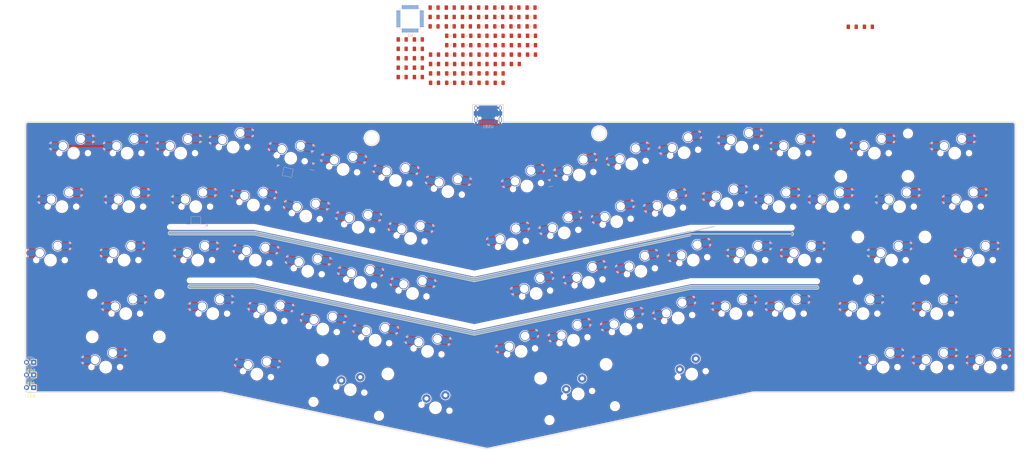
<source format=kicad_pcb>
(kicad_pcb (version 20171130) (host pcbnew "(5.1.10)-1")
  (layers (0 F.Cu signal) (31 B.Cu signal) (34 B.Paste user) (35 F.Paste user) (36 B.SilkS user) (37 F.SilkS user) (38 B.Mask user) (39 F.Mask user) (44 Edge.Cuts user))
  (net 0 "")
  (net 1 +5V)
  (net 2 GND)
  (net 3 "Net-(R67-Pad2)")
  (net 4 "Net-(R68-Pad2)")
  (net 5 "Net-(D1-Pad2)")
  (net 6 "Net-(D2-Pad2)")
  (net 7 "Net-(D3-Pad2)")
  (net 8 "Net-(D4-Pad2)")
  (net 9 "Net-(D5-Pad2)")
  (net 10 "Net-(D6-Pad2)")
  (net 11 "Net-(D7-Pad2)")
  (net 12 "Net-(D8-Pad2)")
  (net 13 "Net-(D9-Pad2)")
  (net 14 "Net-(D10-Pad2)")
  (net 15 "Net-(D11-Pad2)")
  (net 16 "Net-(D12-Pad2)")
  (net 17 "Net-(D13-Pad2)")
  (net 18 "Net-(D15-Pad2)")
  (net 19 "Net-(D16-Pad2)")
  (net 20 "Net-(D17-Pad2)")
  (net 21 "Net-(D18-Pad2)")
  (net 22 "Net-(D19-Pad2)")
  (net 23 "Net-(D20-Pad2)")
  (net 24 "Net-(D21-Pad2)")
  (net 25 "Net-(D22-Pad2)")
  (net 26 "Net-(D23-Pad2)")
  (net 27 "Net-(D24-Pad2)")
  (net 28 "Net-(D25-Pad2)")
  (net 29 "Net-(D26-Pad2)")
  (net 30 "Net-(D27-Pad2)")
  (net 31 "Net-(D28-Pad2)")
  (net 32 "Net-(D29-Pad2)")
  (net 33 "Net-(D30-Pad2)")
  (net 34 "Net-(D31-Pad2)")
  (net 35 "Net-(D32-Pad2)")
  (net 36 "Net-(D33-Pad2)")
  (net 37 "Net-(D34-Pad2)")
  (net 38 "Net-(D35-Pad2)")
  (net 39 "Net-(D36-Pad2)")
  (net 40 "Net-(D37-Pad2)")
  (net 41 "Net-(D38-Pad2)")
  (net 42 "Net-(D39-Pad2)")
  (net 43 "Net-(D40-Pad2)")
  (net 44 "Net-(D41-Pad2)")
  (net 45 "Net-(D42-Pad2)")
  (net 46 "Net-(D43-Pad2)")
  (net 47 "Net-(D44-Pad2)")
  (net 48 "Net-(D45-Pad2)")
  (net 49 "Net-(D46-Pad2)")
  (net 50 "Net-(D47-Pad2)")
  (net 51 "Net-(D48-Pad2)")
  (net 52 "Net-(D49-Pad2)")
  (net 53 "Net-(D50-Pad2)")
  (net 54 "Net-(D51-Pad2)")
  (net 55 "Net-(D52-Pad2)")
  (net 56 "Net-(D53-Pad2)")
  (net 57 "Net-(D54-Pad2)")
  (net 58 "Net-(D55-Pad2)")
  (net 59 "Net-(D56-Pad2)")
  (net 60 "Net-(D57-Pad2)")
  (net 61 "Net-(D58-Pad2)")
  (net 62 "Net-(D59-Pad2)")
  (net 63 "Net-(D60-Pad2)")
  (net 64 "Net-(D61-Pad2)")
  (net 65 "Net-(D63-Pad2)")
  (net 66 "Net-(D64-Pad2)")
  (net 67 "Net-(D65-Pad2)")
  (net 68 "Net-(D66-Pad2)")
  (net 69 "Net-(D67-Pad2)")
  (net 70 "Net-(D68-Pad2)")
  (net 71 "Net-(D1-Pad1)")
  (net 72 "Net-(D15-Pad1)")
  (net 73 "Net-(D12-Pad1)")
  (net 74 "Net-(D13-Pad1)")
  (net 75 "Net-(D16-Pad1)")
  (net 76 "Net-(D17-Pad1)")
  (net 77 "Net-(D18-Pad1)")
  (net 78 "Net-(D19-Pad1)")
  (net 79 "Net-(D14-Pad2)")
  (net 80 "Net-(D14-Pad1)")
  (net 81 "Net-(D62-Pad2)")
  (net 82 "Net-(K_.1-Pad1)")
  (net 83 "Net-(K_,1-Pad1)")
  (net 84 "Net-(K_1-Pad1)")
  (net 85 "Net-(K_3-Pad1)")
  (net 86 "Net-(K_5-Pad1)")
  (net 87 "Net-(K_'1-Pad1)")
  (net 88 "Net-(K_CapLk1-Pad1)")
  (net 89 "Net-(K_BkSp2-Pad1)")
  (net 90 "Net-(D69-Pad2)")
  (net 91 "Net-(D70-Pad2)")
  (module ebastler-keyboard-parts:MX_SK6812MINI-E (layer F.Cu) (at 112.1674 119.8452)
    (fp_text reference RGB_RV1 hide)
    (fp_text value SK6812_Mini_E)
    (fp_arc (start -0.794452 7.079999) (end -0.794452 6.579999) (angle -30.2992623) (layer Edge.Cuts) (width 0.1))
    (fp_arc (start 0.794452 7.079999) (end 1.046711 6.648298) (angle -30.29933433) (layer Edge.Cuts) (width 0.1))
    (fp_arc (start 1.298969 6.216597) (end 1.046711 6.648298) (angle -146.0055121) (layer Edge.Cuts) (width 0.1))
    (fp_arc (start 2.199999 5.782841) (end 1.699999 5.782841) (angle -25.70617777) (layer Edge.Cuts) (width 0.1))
    (fp_arc (start 2.199999 4.377157) (end 1.749484 4.160279) (angle -25.70608136) (layer Edge.Cuts) (width 0.1))
    (fp_arc (start 1.298969 3.943402) (end 1.749484 4.160279) (angle -146.0053097) (layer Edge.Cuts) (width 0.1))
    (fp_arc (start 0.794453 3.08) (end 0.794453 3.58) (angle -30.29922831) (layer Edge.Cuts) (width 0.1))
    (fp_arc (start -0.794452 3.08) (end -1.046711 3.5117) (angle -30.29928212) (layer Edge.Cuts) (width 0.1))
    (fp_arc (start -1.298969 3.943401) (end -1.046711 3.5117) (angle -146.0054017) (layer Edge.Cuts) (width 0.1))
    (fp_arc (start -2.199999 4.377157) (end -1.699999 4.377157) (angle -25.70611954) (layer Edge.Cuts) (width 0.1))
    (fp_arc (start -2.199999 5.782841) (end -1.749484 5.999719) (angle -25.70611205) (layer Edge.Cuts) (width 0.1))
    (fp_arc (start -1.298969 6.216596) (end -1.749484 5.999719) (angle -146.0053744) (layer Edge.Cuts) (width 0.1))
    (fp_line (start 0.794452 6.579999) (end -0.794452 6.579999) (layer Edge.Cuts) (width 0.1))
    (fp_line (start 1.699999 4.377157) (end 1.699999 5.782841) (layer Edge.Cuts) (width 0.1))
    (fp_line (start -0.794452 3.58) (end 0.794453 3.58) (layer Edge.Cuts) (width 0.1))
    (fp_line (start -1.699999 5.782841) (end -1.699999 4.377157) (layer Edge.Cuts) (width 0.1))
    (pad 3 smd roundrect (at 2.6 5.829999 270) (size 0.82 1.6) (layers B.Cu B.Paste B.Mask) (roundrect_rratio 0.1))
    (pad 4 smd roundrect (at 2.6 4.329999 270) (size 0.82 1.6) (layers B.Cu B.Paste B.Mask) (roundrect_rratio 0.1))
    (pad 2 smd roundrect (at -2.6 5.829999 270) (size 0.82 1.6) (layers B.Cu B.Paste B.Mask) (roundrect_rratio 0.1))
    (pad 1 smd roundrect (at -2.6 4.329999 270) (size 0.82 1.6) (layers B.Cu B.Paste B.Mask) (roundrect_rratio 0.1))
  )
  (module ebastler-keyboard-parts:MX_SK6812MINI-E_REV (layer F.Cu) (at 145.9474 102.615201 348)
    (fp_text reference RGB1 hide)
    (fp_text value SK6812_Mini_E)
    (fp_arc (start 0.794452 3.08) (end 0.794452 3.58) (angle -30.2992623) (layer Edge.Cuts) (width 0.1))
    (fp_arc (start -0.794452 3.08) (end -1.046711 3.511701) (angle -30.29933433) (layer Edge.Cuts) (width 0.1))
    (fp_arc (start -1.298969 3.943402) (end -1.046711 3.511701) (angle -146.0055121) (layer Edge.Cuts) (width 0.1))
    (fp_arc (start -2.199999 4.377158) (end -1.699999 4.377158) (angle -25.70617777) (layer Edge.Cuts) (width 0.1))
    (fp_arc (start -2.199999 5.782842) (end -1.749484 5.99972) (angle -25.70608136) (layer Edge.Cuts) (width 0.1))
    (fp_arc (start -1.298969 6.216597) (end -1.749484 5.99972) (angle -146.0053097) (layer Edge.Cuts) (width 0.1))
    (fp_arc (start -0.794453 7.079999) (end -0.794453 6.579999) (angle -30.29922831) (layer Edge.Cuts) (width 0.1))
    (fp_arc (start 0.794452 7.079999) (end 1.046711 6.648299) (angle -30.29928212) (layer Edge.Cuts) (width 0.1))
    (fp_arc (start 1.298969 6.216598) (end 1.046711 6.648299) (angle -146.0054017) (layer Edge.Cuts) (width 0.1))
    (fp_arc (start 2.199999 5.782842) (end 1.699999 5.782842) (angle -25.70611954) (layer Edge.Cuts) (width 0.1))
    (fp_arc (start 2.199999 4.377158) (end 1.749484 4.16028) (angle -25.70611205) (layer Edge.Cuts) (width 0.1))
    (fp_arc (start 1.298969 3.943403) (end 1.749484 4.16028) (angle -146.0053744) (layer Edge.Cuts) (width 0.1))
    (fp_line (start -0.794452 3.58) (end 0.794452 3.58) (layer Edge.Cuts) (width 0.1))
    (fp_line (start -1.699999 5.782842) (end -1.699999 4.377158) (layer Edge.Cuts) (width 0.1))
    (fp_line (start 0.794452 6.579999) (end -0.794453 6.579999) (layer Edge.Cuts) (width 0.1))
    (fp_line (start 1.699999 4.377158) (end 1.699999 5.782842) (layer Edge.Cuts) (width 0.1))
    (pad 3 smd roundrect (at -2.6 4.33 78) (size 0.82 1.6) (layers B.Cu B.Paste B.Mask) (roundrect_rratio 0.1))
    (pad 4 smd roundrect (at -2.6 5.83 78) (size 0.82 1.6) (layers B.Cu B.Paste B.Mask) (roundrect_rratio 0.1))
    (pad 2 smd roundrect (at 2.6 4.33 78) (size 0.82 1.6) (layers B.Cu B.Paste B.Mask) (roundrect_rratio 0.1))
    (pad 1 smd roundrect (at 2.6 5.83 78) (size 0.82 1.6) (layers B.Cu B.Paste B.Mask) (roundrect_rratio 0.1))
  )
  (module Package_QFP:LQFP-48_7x7mm_P0.5mm (layer B.Cu) (at 188.4074 52.9452)
    (fp_text reference U1 (at 0 5.85) (layer B.SilkS) (effects (justify mirror)))
    (fp_text value STM32F072CBTx)
    (pad 48 smd roundrect (at -2.75 4.1625) (size 0.3 1.475) (layers B.Cu B.Paste B.Mask))
    (pad 47 smd roundrect (at -2.25 4.1625) (size 0.3 1.475) (layers B.Cu B.Paste B.Mask))
    (pad 46 smd roundrect (at -1.75 4.1625) (size 0.3 1.475) (layers B.Cu B.Paste B.Mask))
    (pad 45 smd roundrect (at -1.25 4.1625) (size 0.3 1.475) (layers B.Cu B.Paste B.Mask))
    (pad 44 smd roundrect (at -0.75 4.1625) (size 0.3 1.475) (layers B.Cu B.Paste B.Mask))
    (pad 43 smd roundrect (at -0.25 4.1625) (size 0.3 1.475) (layers B.Cu B.Paste B.Mask))
    (pad 42 smd roundrect (at 0.25 4.1625) (size 0.3 1.475) (layers B.Cu B.Paste B.Mask))
    (pad 41 smd roundrect (at 0.75 4.1625) (size 0.3 1.475) (layers B.Cu B.Paste B.Mask))
    (pad 40 smd roundrect (at 1.25 4.1625) (size 0.3 1.475) (layers B.Cu B.Paste B.Mask))
    (pad 39 smd roundrect (at 1.75 4.1625) (size 0.3 1.475) (layers B.Cu B.Paste B.Mask))
    (pad 38 smd roundrect (at 2.25 4.1625) (size 0.3 1.475) (layers B.Cu B.Paste B.Mask))
    (pad 37 smd roundrect (at 2.75 4.1625) (size 0.3 1.475) (layers B.Cu B.Paste B.Mask))
    (pad 36 smd roundrect (at 4.1625 2.75) (size 1.475 0.3) (layers B.Cu B.Paste B.Mask))
    (pad 35 smd roundrect (at 4.1625 2.25) (size 1.475 0.3) (layers B.Cu B.Paste B.Mask))
    (pad 34 smd roundrect (at 4.1625 1.75) (size 1.475 0.3) (layers B.Cu B.Paste B.Mask))
    (pad 33 smd roundrect (at 4.1625 1.25) (size 1.475 0.3) (layers B.Cu B.Paste B.Mask))
    (pad 32 smd roundrect (at 4.1625 0.75) (size 1.475 0.3) (layers B.Cu B.Paste B.Mask))
    (pad 31 smd roundrect (at 4.1625 0.25) (size 1.475 0.3) (layers B.Cu B.Paste B.Mask))
    (pad 30 smd roundrect (at 4.1625 -0.25) (size 1.475 0.3) (layers B.Cu B.Paste B.Mask))
    (pad 29 smd roundrect (at 4.1625 -0.75) (size 1.475 0.3) (layers B.Cu B.Paste B.Mask))
    (pad 28 smd roundrect (at 4.1625 -1.25) (size 1.475 0.3) (layers B.Cu B.Paste B.Mask))
    (pad 27 smd roundrect (at 4.1625 -1.75) (size 1.475 0.3) (layers B.Cu B.Paste B.Mask))
    (pad 26 smd roundrect (at 4.1625 -2.25) (size 1.475 0.3) (layers B.Cu B.Paste B.Mask))
    (pad 25 smd roundrect (at 4.1625 -2.75) (size 1.475 0.3) (layers B.Cu B.Paste B.Mask))
    (pad 24 smd roundrect (at 2.75 -4.1625) (size 0.3 1.475) (layers B.Cu B.Paste B.Mask))
    (pad 23 smd roundrect (at 2.25 -4.1625) (size 0.3 1.475) (layers B.Cu B.Paste B.Mask))
    (pad 22 smd roundrect (at 1.75 -4.1625) (size 0.3 1.475) (layers B.Cu B.Paste B.Mask))
    (pad 21 smd roundrect (at 1.25 -4.1625) (size 0.3 1.475) (layers B.Cu B.Paste B.Mask))
    (pad 20 smd roundrect (at 0.75 -4.1625) (size 0.3 1.475) (layers B.Cu B.Paste B.Mask))
    (pad 19 smd roundrect (at 0.25 -4.1625) (size 0.3 1.475) (layers B.Cu B.Paste B.Mask))
    (pad 18 smd roundrect (at -0.25 -4.1625) (size 0.3 1.475) (layers B.Cu B.Paste B.Mask))
    (pad 17 smd roundrect (at -0.75 -4.1625) (size 0.3 1.475) (layers B.Cu B.Paste B.Mask))
    (pad 16 smd roundrect (at -1.25 -4.1625) (size 0.3 1.475) (layers B.Cu B.Paste B.Mask))
    (pad 15 smd roundrect (at -1.75 -4.1625) (size 0.3 1.475) (layers B.Cu B.Paste B.Mask))
    (pad 14 smd roundrect (at -2.25 -4.1625) (size 0.3 1.475) (layers B.Cu B.Paste B.Mask))
    (pad 13 smd roundrect (at -2.75 -4.1625) (size 0.3 1.475) (layers B.Cu B.Paste B.Mask))
    (pad 12 smd roundrect (at -4.1625 -2.75) (size 1.475 0.3) (layers B.Cu B.Paste B.Mask))
    (pad 11 smd roundrect (at -4.1625 -2.25) (size 1.475 0.3) (layers B.Cu B.Paste B.Mask))
    (pad 10 smd roundrect (at -4.1625 -1.75) (size 1.475 0.3) (layers B.Cu B.Paste B.Mask))
    (pad 9 smd roundrect (at -4.1625 -1.25) (size 1.475 0.3) (layers B.Cu B.Paste B.Mask))
    (pad 8 smd roundrect (at -4.1625 -0.75) (size 1.475 0.3) (layers B.Cu B.Paste B.Mask))
    (pad 7 smd roundrect (at -4.1625 -0.25) (size 1.475 0.3) (layers B.Cu B.Paste B.Mask))
    (pad 6 smd roundrect (at -4.1625 0.25) (size 1.475 0.3) (layers B.Cu B.Paste B.Mask))
    (pad 5 smd roundrect (at -4.1625 0.75) (size 1.475 0.3) (layers B.Cu B.Paste B.Mask))
    (pad 4 smd roundrect (at -4.1625 1.25) (size 1.475 0.3) (layers B.Cu B.Paste B.Mask))
    (pad 3 smd roundrect (at -4.1625 1.75) (size 1.475 0.3) (layers B.Cu B.Paste B.Mask))
    (pad 2 smd roundrect (at -4.1625 2.25) (size 1.475 0.3) (layers B.Cu B.Paste B.Mask))
    (pad 1 smd roundrect (at -4.1625 2.75) (size 1.475 0.3) (layers B.Cu B.Paste B.Mask))
  )
  (module sanproject-keyboard-part:DIODE_1206_SawnsProjects (layer F.Cu) (at 225.8574 69.0452)
    (fp_text reference D68)
    (fp_text value SOD_123)
    (pad 2 smd roundrect (at 1.4 0) (size 1.2 1.6) (layers F.Cu F.Paste F.Mask) (roundrect_rratio 0.2) (net 70 "Net-(D68-Pad2)"))
    (pad 1 smd roundrect (at -1.4 0) (size 1.2 1.6) (layers F.Cu F.Paste F.Mask) (roundrect_rratio 0.2) (net 78 "Net-(D19-Pad1)"))
  )
  (module sanproject-keyboard-part:DIODE_1206_SawnsProjects (layer F.Cu) (at 220.1074 75.7452)
    (fp_text reference D67)
    (fp_text value SOD_123)
    (pad 2 smd roundrect (at 1.4 0) (size 1.2 1.6) (layers F.Cu F.Paste F.Mask) (roundrect_rratio 0.2) (net 69 "Net-(D67-Pad2)"))
    (pad 1 smd roundrect (at -1.4 0) (size 1.2 1.6) (layers F.Cu F.Paste F.Mask) (roundrect_rratio 0.2) (net 77 "Net-(D18-Pad1)"))
  )
  (module sanproject-keyboard-part:DIODE_1206_SawnsProjects (layer F.Cu) (at 220.1074 72.3952)
    (fp_text reference D66)
    (fp_text value SOD_123)
    (pad 2 smd roundrect (at 1.4 0) (size 1.2 1.6) (layers F.Cu F.Paste F.Mask) (roundrect_rratio 0.2) (net 68 "Net-(D66-Pad2)"))
    (pad 1 smd roundrect (at -1.4 0) (size 1.2 1.6) (layers F.Cu F.Paste F.Mask) (roundrect_rratio 0.2) (net 72 "Net-(D15-Pad1)"))
  )
  (module sanproject-keyboard-part:DIODE_1206_SawnsProjects (layer F.Cu) (at 231.6074 62.3452)
    (fp_text reference D65)
    (fp_text value SOD_123)
    (pad 2 smd roundrect (at 1.4 0) (size 1.2 1.6) (layers F.Cu F.Paste F.Mask) (roundrect_rratio 0.2) (net 67 "Net-(D65-Pad2)"))
    (pad 1 smd roundrect (at -1.4 0) (size 1.2 1.6) (layers F.Cu F.Paste F.Mask) (roundrect_rratio 0.2))
  )
  (module sanproject-keyboard-part:DIODE_1206_SawnsProjects (layer F.Cu) (at 225.8574 65.6952)
    (fp_text reference D64)
    (fp_text value SOD_123)
    (pad 2 smd roundrect (at 1.4 0) (size 1.2 1.6) (layers F.Cu F.Paste F.Mask) (roundrect_rratio 0.2) (net 66 "Net-(D64-Pad2)"))
    (pad 1 smd roundrect (at -1.4 0) (size 1.2 1.6) (layers F.Cu F.Paste F.Mask) (roundrect_rratio 0.2) (net 74 "Net-(D13-Pad1)"))
  )
  (module sanproject-keyboard-part:DIODE_1206_SawnsProjects (layer F.Cu) (at 220.1074 69.0452)
    (fp_text reference D63)
    (fp_text value SOD_123)
    (pad 2 smd roundrect (at 1.4 0) (size 1.2 1.6) (layers F.Cu F.Paste F.Mask) (roundrect_rratio 0.2) (net 65 "Net-(D63-Pad2)"))
    (pad 1 smd roundrect (at -1.4 0) (size 1.2 1.6) (layers F.Cu F.Paste F.Mask) (roundrect_rratio 0.2) (net 73 "Net-(D12-Pad1)"))
  )
  (module sanproject-keyboard-part:DIODE_1206_SawnsProjects (layer F.Cu) (at 225.8574 58.9952)
    (fp_text reference D62)
    (fp_text value SOD_123)
    (pad 2 smd roundrect (at 1.4 0) (size 1.2 1.6) (layers F.Cu F.Paste F.Mask) (roundrect_rratio 0.2) (net 81 "Net-(D62-Pad2)"))
    (pad 1 smd roundrect (at -1.4 0) (size 1.2 1.6) (layers F.Cu F.Paste F.Mask) (roundrect_rratio 0.2) (net 71 "Net-(D1-Pad1)"))
  )
  (module sanproject-keyboard-part:DIODE_1206_SawnsProjects (layer F.Cu) (at 231.6074 65.6952)
    (fp_text reference D61)
    (fp_text value SOD_123)
    (pad 2 smd roundrect (at 1.4 0) (size 1.2 1.6) (layers F.Cu F.Paste F.Mask) (roundrect_rratio 0.2) (net 64 "Net-(D61-Pad2)"))
    (pad 1 smd roundrect (at -1.4 0) (size 1.2 1.6) (layers F.Cu F.Paste F.Mask) (roundrect_rratio 0.2) (net 78 "Net-(D19-Pad1)"))
  )
  (module sanproject-keyboard-part:DIODE_1206_SawnsProjects (layer F.Cu) (at 214.3574 72.3952)
    (fp_text reference D60)
    (fp_text value SOD_123)
    (pad 2 smd roundrect (at 1.4 0) (size 1.2 1.6) (layers F.Cu F.Paste F.Mask) (roundrect_rratio 0.2) (net 63 "Net-(D60-Pad2)"))
    (pad 1 smd roundrect (at -1.4 0) (size 1.2 1.6) (layers F.Cu F.Paste F.Mask) (roundrect_rratio 0.2) (net 77 "Net-(D18-Pad1)"))
  )
  (module sanproject-keyboard-part:DIODE_1206_SawnsProjects (layer F.Cu) (at 231.4574 55.6452)
    (fp_text reference D59)
    (fp_text value SOD_123)
    (pad 2 smd roundrect (at 1.4 0) (size 1.2 1.6) (layers F.Cu F.Paste F.Mask) (roundrect_rratio 0.2) (net 62 "Net-(D59-Pad2)"))
    (pad 1 smd roundrect (at -1.4 0) (size 1.2 1.6) (layers F.Cu F.Paste F.Mask) (roundrect_rratio 0.2) (net 75 "Net-(D16-Pad1)"))
  )
  (module sanproject-keyboard-part:DIODE_1206_SawnsProjects (layer F.Cu) (at 225.8574 62.3452)
    (fp_text reference D58)
    (fp_text value SOD_123)
    (pad 2 smd roundrect (at 1.4 0) (size 1.2 1.6) (layers F.Cu F.Paste F.Mask) (roundrect_rratio 0.2) (net 61 "Net-(D58-Pad2)"))
    (pad 1 smd roundrect (at -1.4 0) (size 1.2 1.6) (layers F.Cu F.Paste F.Mask) (roundrect_rratio 0.2) (net 72 "Net-(D15-Pad1)"))
  )
  (module sanproject-keyboard-part:DIODE_1206_SawnsProjects (layer F.Cu) (at 220.1074 65.6952)
    (fp_text reference D57)
    (fp_text value SOD_123)
    (pad 2 smd roundrect (at 1.4 0) (size 1.2 1.6) (layers F.Cu F.Paste F.Mask) (roundrect_rratio 0.2) (net 60 "Net-(D57-Pad2)"))
    (pad 1 smd roundrect (at -1.4 0) (size 1.2 1.6) (layers F.Cu F.Paste F.Mask) (roundrect_rratio 0.2) (net 80 "Net-(D14-Pad1)"))
  )
  (module sanproject-keyboard-part:DIODE_1206_SawnsProjects (layer F.Cu) (at 231.4574 52.2952)
    (fp_text reference D56)
    (fp_text value SOD_123)
    (pad 2 smd roundrect (at 1.4 0) (size 1.2 1.6) (layers F.Cu F.Paste F.Mask) (roundrect_rratio 0.2) (net 59 "Net-(D56-Pad2)"))
    (pad 1 smd roundrect (at -1.4 0) (size 1.2 1.6) (layers F.Cu F.Paste F.Mask) (roundrect_rratio 0.2) (net 74 "Net-(D13-Pad1)"))
  )
  (module sanproject-keyboard-part:DIODE_1206_SawnsProjects (layer F.Cu) (at 214.3574 69.0452)
    (fp_text reference D55)
    (fp_text value SOD_123)
    (pad 2 smd roundrect (at 1.4 0) (size 1.2 1.6) (layers F.Cu F.Paste F.Mask) (roundrect_rratio 0.2) (net 58 "Net-(D55-Pad2)"))
    (pad 1 smd roundrect (at -1.4 0) (size 1.2 1.6) (layers F.Cu F.Paste F.Mask) (roundrect_rratio 0.2) (net 73 "Net-(D12-Pad1)"))
  )
  (module sanproject-keyboard-part:DIODE_1206_SawnsProjects (layer F.Cu) (at 197.1074 69.0452)
    (fp_text reference D54)
    (fp_text value SOD_123)
    (pad 2 smd roundrect (at 1.4 0) (size 1.2 1.6) (layers F.Cu F.Paste F.Mask) (roundrect_rratio 0.2) (net 57 "Net-(D54-Pad2)"))
    (pad 1 smd roundrect (at -1.4 0) (size 1.2 1.6) (layers F.Cu F.Paste F.Mask) (roundrect_rratio 0.2) (net 71 "Net-(D1-Pad1)"))
  )
  (module sanproject-keyboard-part:DIODE_1206_SawnsProjects (layer F.Cu) (at 220.1074 58.9952)
    (fp_text reference D53)
    (fp_text value SOD_123)
    (pad 2 smd roundrect (at 1.4 0) (size 1.2 1.6) (layers F.Cu F.Paste F.Mask) (roundrect_rratio 0.2) (net 56 "Net-(D53-Pad2)"))
    (pad 1 smd roundrect (at -1.4 0) (size 1.2 1.6) (layers F.Cu F.Paste F.Mask) (roundrect_rratio 0.2) (net 78 "Net-(D19-Pad1)"))
  )
  (module sanproject-keyboard-part:DIODE_1206_SawnsProjects (layer F.Cu) (at 208.6074 72.3952)
    (fp_text reference D52)
    (fp_text value SOD_123)
    (pad 2 smd roundrect (at 1.4 0) (size 1.2 1.6) (layers F.Cu F.Paste F.Mask) (roundrect_rratio 0.2) (net 55 "Net-(D52-Pad2)"))
    (pad 1 smd roundrect (at -1.4 0) (size 1.2 1.6) (layers F.Cu F.Paste F.Mask) (roundrect_rratio 0.2) (net 77 "Net-(D18-Pad1)"))
  )
  (module sanproject-keyboard-part:DIODE_1206_SawnsProjects (layer F.Cu) (at 225.7074 55.6452)
    (fp_text reference D51)
    (fp_text value SOD_123)
    (pad 2 smd roundrect (at 1.4 0) (size 1.2 1.6) (layers F.Cu F.Paste F.Mask) (roundrect_rratio 0.2) (net 54 "Net-(D51-Pad2)"))
    (pad 1 smd roundrect (at -1.4 0) (size 1.2 1.6) (layers F.Cu F.Paste F.Mask) (roundrect_rratio 0.2) (net 76 "Net-(D17-Pad1)"))
  )
  (module sanproject-keyboard-part:DIODE_1206_SawnsProjects (layer F.Cu) (at 220.1074 62.3452)
    (fp_text reference D50)
    (fp_text value SOD_123)
    (pad 2 smd roundrect (at 1.4 0) (size 1.2 1.6) (layers F.Cu F.Paste F.Mask) (roundrect_rratio 0.2) (net 53 "Net-(D50-Pad2)"))
    (pad 1 smd roundrect (at -1.4 0) (size 1.2 1.6) (layers F.Cu F.Paste F.Mask) (roundrect_rratio 0.2) (net 75 "Net-(D16-Pad1)"))
  )
  (module sanproject-keyboard-part:DIODE_1206_SawnsProjects (layer F.Cu) (at 214.3574 65.6952)
    (fp_text reference D49)
    (fp_text value SOD_123)
    (pad 2 smd roundrect (at 1.4 0) (size 1.2 1.6) (layers F.Cu F.Paste F.Mask) (roundrect_rratio 0.2) (net 52 "Net-(D49-Pad2)"))
    (pad 1 smd roundrect (at -1.4 0) (size 1.2 1.6) (layers F.Cu F.Paste F.Mask) (roundrect_rratio 0.2) (net 72 "Net-(D15-Pad1)"))
  )
  (module sanproject-keyboard-part:DIODE_1206_SawnsProjects (layer F.Cu) (at 231.4574 48.9452)
    (fp_text reference D48)
    (fp_text value SOD_123)
    (pad 2 smd roundrect (at 1.4 0) (size 1.2 1.6) (layers F.Cu F.Paste F.Mask) (roundrect_rratio 0.2) (net 51 "Net-(D48-Pad2)"))
    (pad 1 smd roundrect (at -1.4 0) (size 1.2 1.6) (layers F.Cu F.Paste F.Mask) (roundrect_rratio 0.2) (net 80 "Net-(D14-Pad1)"))
  )
  (module sanproject-keyboard-part:DIODE_1206_SawnsProjects (layer F.Cu) (at 225.7074 52.2952)
    (fp_text reference D47)
    (fp_text value SOD_123)
    (pad 2 smd roundrect (at 1.4 0) (size 1.2 1.6) (layers F.Cu F.Paste F.Mask) (roundrect_rratio 0.2) (net 50 "Net-(D47-Pad2)"))
    (pad 1 smd roundrect (at -1.4 0) (size 1.2 1.6) (layers F.Cu F.Paste F.Mask) (roundrect_rratio 0.2) (net 74 "Net-(D13-Pad1)"))
  )
  (module sanproject-keyboard-part:DIODE_1206_SawnsProjects (layer F.Cu) (at 208.6074 69.0452)
    (fp_text reference D46)
    (fp_text value SOD_123)
    (pad 2 smd roundrect (at 1.4 0) (size 1.2 1.6) (layers F.Cu F.Paste F.Mask) (roundrect_rratio 0.2) (net 49 "Net-(D46-Pad2)"))
    (pad 1 smd roundrect (at -1.4 0) (size 1.2 1.6) (layers F.Cu F.Paste F.Mask) (roundrect_rratio 0.2) (net 73 "Net-(D12-Pad1)"))
  )
  (module sanproject-keyboard-part:DIODE_1206_SawnsProjects (layer F.Cu) (at 197.1074 75.7452)
    (fp_text reference D45)
    (fp_text value SOD_123)
    (pad 2 smd roundrect (at 1.4 0) (size 1.2 1.6) (layers F.Cu F.Paste F.Mask) (roundrect_rratio 0.2) (net 48 "Net-(D45-Pad2)"))
    (pad 1 smd roundrect (at -1.4 0) (size 1.2 1.6) (layers F.Cu F.Paste F.Mask) (roundrect_rratio 0.2) (net 71 "Net-(D1-Pad1)"))
  )
  (module sanproject-keyboard-part:DIODE_1206_SawnsProjects (layer F.Cu) (at 208.6074 75.7452)
    (fp_text reference D44)
    (fp_text value SOD_123)
    (pad 2 smd roundrect (at 1.4 0) (size 1.2 1.6) (layers F.Cu F.Paste F.Mask) (roundrect_rratio 0.2) (net 47 "Net-(D44-Pad2)"))
    (pad 1 smd roundrect (at -1.4 0) (size 1.2 1.6) (layers F.Cu F.Paste F.Mask) (roundrect_rratio 0.2) (net 78 "Net-(D19-Pad1)"))
  )
  (module sanproject-keyboard-part:DIODE_1206_SawnsProjects (layer F.Cu) (at 202.8574 72.3952)
    (fp_text reference D43)
    (fp_text value SOD_123)
    (pad 2 smd roundrect (at 1.4 0) (size 1.2 1.6) (layers F.Cu F.Paste F.Mask) (roundrect_rratio 0.2) (net 46 "Net-(D43-Pad2)"))
    (pad 1 smd roundrect (at -1.4 0) (size 1.2 1.6) (layers F.Cu F.Paste F.Mask) (roundrect_rratio 0.2) (net 77 "Net-(D18-Pad1)"))
  )
  (module sanproject-keyboard-part:DIODE_1206_SawnsProjects (layer F.Cu) (at 219.9574 55.6452)
    (fp_text reference D42)
    (fp_text value SOD_123)
    (pad 2 smd roundrect (at 1.4 0) (size 1.2 1.6) (layers F.Cu F.Paste F.Mask) (roundrect_rratio 0.2) (net 45 "Net-(D42-Pad2)"))
    (pad 1 smd roundrect (at -1.4 0) (size 1.2 1.6) (layers F.Cu F.Paste F.Mask) (roundrect_rratio 0.2) (net 76 "Net-(D17-Pad1)"))
  )
  (module sanproject-keyboard-part:DIODE_1206_SawnsProjects (layer F.Cu) (at 214.3574 62.3452)
    (fp_text reference D41)
    (fp_text value SOD_123)
    (pad 2 smd roundrect (at 1.4 0) (size 1.2 1.6) (layers F.Cu F.Paste F.Mask) (roundrect_rratio 0.2) (net 44 "Net-(D41-Pad2)"))
    (pad 1 smd roundrect (at -1.4 0) (size 1.2 1.6) (layers F.Cu F.Paste F.Mask) (roundrect_rratio 0.2) (net 75 "Net-(D16-Pad1)"))
  )
  (module sanproject-keyboard-part:DIODE_1206_SawnsProjects (layer F.Cu) (at 208.6074 65.6952)
    (fp_text reference D40)
    (fp_text value SOD_123)
    (pad 2 smd roundrect (at 1.4 0) (size 1.2 1.6) (layers F.Cu F.Paste F.Mask) (roundrect_rratio 0.2) (net 43 "Net-(D40-Pad2)"))
    (pad 1 smd roundrect (at -1.4 0) (size 1.2 1.6) (layers F.Cu F.Paste F.Mask) (roundrect_rratio 0.2) (net 72 "Net-(D15-Pad1)"))
  )
  (module sanproject-keyboard-part:DIODE_1206_SawnsProjects (layer F.Cu) (at 225.7074 48.9452)
    (fp_text reference D39)
    (fp_text value SOD_123)
    (pad 2 smd roundrect (at 1.4 0) (size 1.2 1.6) (layers F.Cu F.Paste F.Mask) (roundrect_rratio 0.2) (net 42 "Net-(D39-Pad2)"))
    (pad 1 smd roundrect (at -1.4 0) (size 1.2 1.6) (layers F.Cu F.Paste F.Mask) (roundrect_rratio 0.2) (net 80 "Net-(D14-Pad1)"))
  )
  (module sanproject-keyboard-part:DIODE_1206_SawnsProjects (layer F.Cu) (at 219.9574 52.2952)
    (fp_text reference D38)
    (fp_text value SOD_123)
    (pad 2 smd roundrect (at 1.4 0) (size 1.2 1.6) (layers F.Cu F.Paste F.Mask) (roundrect_rratio 0.2) (net 41 "Net-(D38-Pad2)"))
    (pad 1 smd roundrect (at -1.4 0) (size 1.2 1.6) (layers F.Cu F.Paste F.Mask) (roundrect_rratio 0.2) (net 74 "Net-(D13-Pad1)"))
  )
  (module sanproject-keyboard-part:DIODE_1206_SawnsProjects (layer F.Cu) (at 202.8574 69.0452)
    (fp_text reference D37)
    (fp_text value SOD_123)
    (pad 2 smd roundrect (at 1.4 0) (size 1.2 1.6) (layers F.Cu F.Paste F.Mask) (roundrect_rratio 0.2) (net 40 "Net-(D37-Pad2)"))
    (pad 1 smd roundrect (at -1.4 0) (size 1.2 1.6) (layers F.Cu F.Paste F.Mask) (roundrect_rratio 0.2) (net 73 "Net-(D12-Pad1)"))
  )
  (module sanproject-keyboard-part:DIODE_1206_SawnsProjects (layer F.Cu) (at 202.8574 75.7452)
    (fp_text reference D36)
    (fp_text value SOD_123)
    (pad 2 smd roundrect (at 1.4 0) (size 1.2 1.6) (layers F.Cu F.Paste F.Mask) (roundrect_rratio 0.2) (net 39 "Net-(D36-Pad2)"))
    (pad 1 smd roundrect (at -1.4 0) (size 1.2 1.6) (layers F.Cu F.Paste F.Mask) (roundrect_rratio 0.2) (net 71 "Net-(D1-Pad1)"))
  )
  (module sanproject-keyboard-part:DIODE_1206_SawnsProjects (layer F.Cu) (at 231.6074 58.9952)
    (fp_text reference D35)
    (fp_text value SOD_123)
    (pad 2 smd roundrect (at 1.4 0) (size 1.2 1.6) (layers F.Cu F.Paste F.Mask) (roundrect_rratio 0.2) (net 38 "Net-(D35-Pad2)"))
    (pad 1 smd roundrect (at -1.4 0) (size 1.2 1.6) (layers F.Cu F.Paste F.Mask) (roundrect_rratio 0.2) (net 78 "Net-(D19-Pad1)"))
  )
  (module sanproject-keyboard-part:DIODE_1206_SawnsProjects (layer F.Cu) (at 214.3574 58.9952)
    (fp_text reference D34)
    (fp_text value SOD_123)
    (pad 2 smd roundrect (at 1.4 0) (size 1.2 1.6) (layers F.Cu F.Paste F.Mask) (roundrect_rratio 0.2) (net 37 "Net-(D34-Pad2)"))
    (pad 1 smd roundrect (at -1.4 0) (size 1.2 1.6) (layers F.Cu F.Paste F.Mask) (roundrect_rratio 0.2) (net 77 "Net-(D18-Pad1)"))
  )
  (module sanproject-keyboard-part:DIODE_1206_SawnsProjects (layer F.Cu) (at 197.1074 72.3952)
    (fp_text reference D33)
    (fp_text value SOD_123)
    (pad 2 smd roundrect (at 1.4 0) (size 1.2 1.6) (layers F.Cu F.Paste F.Mask) (roundrect_rratio 0.2) (net 36 "Net-(D33-Pad2)"))
    (pad 1 smd roundrect (at -1.4 0) (size 1.2 1.6) (layers F.Cu F.Paste F.Mask) (roundrect_rratio 0.2) (net 76 "Net-(D17-Pad1)"))
  )
  (module sanproject-keyboard-part:DIODE_1206_SawnsProjects (layer F.Cu) (at 214.2074 55.6452)
    (fp_text reference D32)
    (fp_text value SOD_123)
    (pad 2 smd roundrect (at 1.4 0) (size 1.2 1.6) (layers F.Cu F.Paste F.Mask) (roundrect_rratio 0.2) (net 35 "Net-(D32-Pad2)"))
    (pad 1 smd roundrect (at -1.4 0) (size 1.2 1.6) (layers F.Cu F.Paste F.Mask) (roundrect_rratio 0.2) (net 75 "Net-(D16-Pad1)"))
  )
  (module sanproject-keyboard-part:DIODE_1206_SawnsProjects (layer F.Cu) (at 208.6074 62.3452)
    (fp_text reference D31)
    (fp_text value SOD_123)
    (pad 2 smd roundrect (at 1.4 0) (size 1.2 1.6) (layers F.Cu F.Paste F.Mask) (roundrect_rratio 0.2) (net 34 "Net-(D31-Pad2)"))
    (pad 1 smd roundrect (at -1.4 0) (size 1.2 1.6) (layers F.Cu F.Paste F.Mask) (roundrect_rratio 0.2) (net 72 "Net-(D15-Pad1)"))
  )
  (module sanproject-keyboard-part:DIODE_1206_SawnsProjects (layer F.Cu) (at 202.8574 65.6952)
    (fp_text reference D30)
    (fp_text value SOD_123)
    (pad 2 smd roundrect (at 1.4 0) (size 1.2 1.6) (layers F.Cu F.Paste F.Mask) (roundrect_rratio 0.2) (net 33 "Net-(D30-Pad2)"))
    (pad 1 smd roundrect (at -1.4 0) (size 1.2 1.6) (layers F.Cu F.Paste F.Mask) (roundrect_rratio 0.2) (net 80 "Net-(D14-Pad1)"))
  )
  (module sanproject-keyboard-part:DIODE_1206_SawnsProjects (layer F.Cu) (at 219.9574 48.9452)
    (fp_text reference D29)
    (fp_text value SOD_123)
    (pad 2 smd roundrect (at 1.4 0) (size 1.2 1.6) (layers F.Cu F.Paste F.Mask) (roundrect_rratio 0.2) (net 32 "Net-(D29-Pad2)"))
    (pad 1 smd roundrect (at -1.4 0) (size 1.2 1.6) (layers F.Cu F.Paste F.Mask) (roundrect_rratio 0.2) (net 74 "Net-(D13-Pad1)"))
  )
  (module sanproject-keyboard-part:DIODE_1206_SawnsProjects (layer F.Cu) (at 214.2074 52.2952)
    (fp_text reference D28)
    (fp_text value SOD_123)
    (pad 2 smd roundrect (at 1.4 0) (size 1.2 1.6) (layers F.Cu F.Paste F.Mask) (roundrect_rratio 0.2) (net 31 "Net-(D28-Pad2)"))
    (pad 1 smd roundrect (at -1.4 0) (size 1.2 1.6) (layers F.Cu F.Paste F.Mask) (roundrect_rratio 0.2) (net 73 "Net-(D12-Pad1)"))
  )
  (module sanproject-keyboard-part:DIODE_1206_SawnsProjects (layer F.Cu) (at 202.8574 58.9952)
    (fp_text reference D27)
    (fp_text value SOD_123)
    (pad 2 smd roundrect (at 1.4 0) (size 1.2 1.6) (layers F.Cu F.Paste F.Mask) (roundrect_rratio 0.2) (net 30 "Net-(D27-Pad2)"))
    (pad 1 smd roundrect (at -1.4 0) (size 1.2 1.6) (layers F.Cu F.Paste F.Mask) (roundrect_rratio 0.2) (net 78 "Net-(D19-Pad1)"))
  )
  (module sanproject-keyboard-part:DIODE_1206_SawnsProjects (layer F.Cu) (at 196.9574 55.6452)
    (fp_text reference D26)
    (fp_text value SOD_123)
    (pad 2 smd roundrect (at 1.4 0) (size 1.2 1.6) (layers F.Cu F.Paste F.Mask) (roundrect_rratio 0.2) (net 29 "Net-(D26-Pad2)"))
    (pad 1 smd roundrect (at -1.4 0) (size 1.2 1.6) (layers F.Cu F.Paste F.Mask) (roundrect_rratio 0.2) (net 77 "Net-(D18-Pad1)"))
  )
  (module sanproject-keyboard-part:DIODE_1206_SawnsProjects (layer F.Cu) (at 191.3574 73.6952)
    (fp_text reference D25)
    (fp_text value SOD_123)
    (pad 2 smd roundrect (at 1.4 0) (size 1.2 1.6) (layers F.Cu F.Paste F.Mask) (roundrect_rratio 0.2) (net 28 "Net-(D25-Pad2)"))
    (pad 1 smd roundrect (at -1.4 0) (size 1.2 1.6) (layers F.Cu F.Paste F.Mask) (roundrect_rratio 0.2) (net 76 "Net-(D17-Pad1)"))
  )
  (module sanproject-keyboard-part:DIODE_1206_SawnsProjects (layer F.Cu) (at 208.4574 55.6452)
    (fp_text reference D24)
    (fp_text value SOD_123)
    (pad 2 smd roundrect (at 1.4 0) (size 1.2 1.6) (layers F.Cu F.Paste F.Mask) (roundrect_rratio 0.2) (net 27 "Net-(D24-Pad2)"))
    (pad 1 smd roundrect (at -1.4 0) (size 1.2 1.6) (layers F.Cu F.Paste F.Mask) (roundrect_rratio 0.2) (net 75 "Net-(D16-Pad1)"))
  )
  (module sanproject-keyboard-part:DIODE_1206_SawnsProjects (layer F.Cu) (at 202.8574 62.3452)
    (fp_text reference D23)
    (fp_text value SOD_123)
    (pad 2 smd roundrect (at 1.4 0) (size 1.2 1.6) (layers F.Cu F.Paste F.Mask) (roundrect_rratio 0.2) (net 26 "Net-(D23-Pad2)"))
    (pad 1 smd roundrect (at -1.4 0) (size 1.2 1.6) (layers F.Cu F.Paste F.Mask) (roundrect_rratio 0.2) (net 80 "Net-(D14-Pad1)"))
  )
  (module sanproject-keyboard-part:DIODE_1206_SawnsProjects (layer F.Cu) (at 197.1074 65.6952)
    (fp_text reference D22)
    (fp_text value SOD_123)
    (pad 2 smd roundrect (at 1.4 0) (size 1.2 1.6) (layers F.Cu F.Paste F.Mask) (roundrect_rratio 0.2) (net 25 "Net-(D22-Pad2)"))
    (pad 1 smd roundrect (at -1.4 0) (size 1.2 1.6) (layers F.Cu F.Paste F.Mask) (roundrect_rratio 0.2) (net 74 "Net-(D13-Pad1)"))
  )
  (module sanproject-keyboard-part:DIODE_1206_SawnsProjects (layer F.Cu) (at 214.2074 48.9452)
    (fp_text reference D21)
    (fp_text value SOD_123)
    (pad 2 smd roundrect (at 1.4 0) (size 1.2 1.6) (layers F.Cu F.Paste F.Mask) (roundrect_rratio 0.2) (net 24 "Net-(D21-Pad2)"))
    (pad 1 smd roundrect (at -1.4 0) (size 1.2 1.6) (layers F.Cu F.Paste F.Mask) (roundrect_rratio 0.2) (net 73 "Net-(D12-Pad1)"))
  )
  (module sanproject-keyboard-part:DIODE_1206_SawnsProjects (layer F.Cu) (at 208.4574 52.2952)
    (fp_text reference D20)
    (fp_text value SOD_123)
    (pad 2 smd roundrect (at 1.4 0) (size 1.2 1.6) (layers F.Cu F.Paste F.Mask) (roundrect_rratio 0.2) (net 23 "Net-(D20-Pad2)"))
    (pad 1 smd roundrect (at -1.4 0) (size 1.2 1.6) (layers F.Cu F.Paste F.Mask) (roundrect_rratio 0.2) (net 71 "Net-(D1-Pad1)"))
  )
  (module sanproject-keyboard-part:DIODE_1206_SawnsProjects (layer F.Cu) (at 191.3574 70.3452)
    (fp_text reference D19)
    (fp_text value SOD_123)
    (pad 2 smd roundrect (at 1.4 0) (size 1.2 1.6) (layers F.Cu F.Paste F.Mask) (roundrect_rratio 0.2) (net 22 "Net-(D19-Pad2)"))
    (pad 1 smd roundrect (at -1.4 0) (size 1.2 1.6) (layers F.Cu F.Paste F.Mask) (roundrect_rratio 0.2) (net 78 "Net-(D19-Pad1)"))
  )
  (module sanproject-keyboard-part:DIODE_1206_SawnsProjects (layer F.Cu) (at 185.6074 60.2952)
    (fp_text reference D18)
    (fp_text value SOD_123)
    (pad 2 smd roundrect (at 1.4 0) (size 1.2 1.6) (layers F.Cu F.Paste F.Mask) (roundrect_rratio 0.2) (net 21 "Net-(D18-Pad2)"))
    (pad 1 smd roundrect (at -1.4 0) (size 1.2 1.6) (layers F.Cu F.Paste F.Mask) (roundrect_rratio 0.2) (net 77 "Net-(D18-Pad1)"))
  )
  (module sanproject-keyboard-part:DIODE_1206_SawnsProjects (layer F.Cu) (at 185.6074 73.6952)
    (fp_text reference D17)
    (fp_text value SOD_123)
    (pad 2 smd roundrect (at 1.4 0) (size 1.2 1.6) (layers F.Cu F.Paste F.Mask) (roundrect_rratio 0.2) (net 20 "Net-(D17-Pad2)"))
    (pad 1 smd roundrect (at -1.4 0) (size 1.2 1.6) (layers F.Cu F.Paste F.Mask) (roundrect_rratio 0.2) (net 76 "Net-(D17-Pad1)"))
  )
  (module sanproject-keyboard-part:DIODE_1206_SawnsProjects (layer F.Cu) (at 202.7074 55.6452)
    (fp_text reference D16)
    (fp_text value SOD_123)
    (pad 2 smd roundrect (at 1.4 0) (size 1.2 1.6) (layers F.Cu F.Paste F.Mask) (roundrect_rratio 0.2) (net 19 "Net-(D16-Pad2)"))
    (pad 1 smd roundrect (at -1.4 0) (size 1.2 1.6) (layers F.Cu F.Paste F.Mask) (roundrect_rratio 0.2) (net 75 "Net-(D16-Pad1)"))
  )
  (module sanproject-keyboard-part:DIODE_1206_SawnsProjects (layer B.Cu) (at 238.006264 110.517354 102)
    (fp_text reference D15)
    (fp_text value SOD_123)
    (pad 2 smd roundrect (at 1.4 0 102) (size 1.2 1.6) (layers B.Cu B.Paste B.Mask) (roundrect_rratio 0.2) (net 18 "Net-(D15-Pad2)"))
    (pad 1 smd roundrect (at -1.4 0 102) (size 1.2 1.6) (layers B.Cu B.Paste B.Mask) (roundrect_rratio 0.2) (net 72 "Net-(D15-Pad1)"))
  )
  (module sanproject-keyboard-part:DIODE_1206_SawnsProjects (layer F.Cu) (at 191.3574 66.9952)
    (fp_text reference D14)
    (fp_text value SOD_123)
    (pad 2 smd roundrect (at 1.4 0) (size 1.2 1.6) (layers F.Cu F.Paste F.Mask) (roundrect_rratio 0.2) (net 79 "Net-(D14-Pad2)"))
    (pad 1 smd roundrect (at -1.4 0) (size 1.2 1.6) (layers F.Cu F.Paste F.Mask) (roundrect_rratio 0.2) (net 80 "Net-(D14-Pad1)"))
  )
  (module sanproject-keyboard-part:DIODE_1206_SawnsProjects (layer F.Cu) (at 208.4574 48.9452)
    (fp_text reference D13)
    (fp_text value SOD_123)
    (pad 2 smd roundrect (at 1.4 0) (size 1.2 1.6) (layers F.Cu F.Paste F.Mask) (roundrect_rratio 0.2) (net 17 "Net-(D13-Pad2)"))
    (pad 1 smd roundrect (at -1.4 0) (size 1.2 1.6) (layers F.Cu F.Paste F.Mask) (roundrect_rratio 0.2) (net 74 "Net-(D13-Pad1)"))
  )
  (module sanproject-keyboard-part:DIODE_1206_SawnsProjects (layer F.Cu) (at 202.7074 52.2952)
    (fp_text reference D12)
    (fp_text value SOD_123)
    (pad 2 smd roundrect (at 1.4 0) (size 1.2 1.6) (layers F.Cu F.Paste F.Mask) (roundrect_rratio 0.2) (net 16 "Net-(D12-Pad2)"))
    (pad 1 smd roundrect (at -1.4 0) (size 1.2 1.6) (layers F.Cu F.Paste F.Mask) (roundrect_rratio 0.2) (net 73 "Net-(D12-Pad1)"))
  )
  (module sanproject-keyboard-part:DIODE_1206_SawnsProjects (layer F.Cu) (at 185.6074 70.3452)
    (fp_text reference D11)
    (fp_text value SOD_123)
    (pad 2 smd roundrect (at 1.4 0) (size 1.2 1.6) (layers F.Cu F.Paste F.Mask) (roundrect_rratio 0.2) (net 15 "Net-(D11-Pad2)"))
    (pad 1 smd roundrect (at -1.4 0) (size 1.2 1.6) (layers F.Cu F.Paste F.Mask) (roundrect_rratio 0.2) (net 71 "Net-(D1-Pad1)"))
  )
  (module sanproject-keyboard-part:DIODE_1206_SawnsProjects (layer B.Cu) (at 153.9474 104.615201 78)
    (fp_text reference D10)
    (fp_text value SOD_123)
    (pad 1 smd roundrect (at -1.4 0 78) (size 1.2 1.6) (layers B.Cu B.Paste B.Mask) (roundrect_rratio 0.2) (net 71 "Net-(D1-Pad1)"))
    (pad 2 smd roundrect (at 1.4 0 78) (size 1.2 1.6) (layers B.Cu B.Paste B.Mask) (roundrect_rratio 0.2) (net 14 "Net-(D10-Pad2)"))
  )
  (module sanproject-keyboard-part:DIODE_1206_SawnsProjects (layer F.Cu) (at 214.3574 75.7452)
    (fp_text reference D9)
    (fp_text value SOD_123)
    (pad 2 smd roundrect (at 1.4 0) (size 1.2 1.6) (layers F.Cu F.Paste F.Mask) (roundrect_rratio 0.2) (net 13 "Net-(D9-Pad2)"))
    (pad 1 smd roundrect (at -1.4 0) (size 1.2 1.6) (layers F.Cu F.Paste F.Mask) (roundrect_rratio 0.2) (net 78 "Net-(D19-Pad1)"))
  )
  (module sanproject-keyboard-part:DIODE_1206_SawnsProjects (layer F.Cu) (at 191.3574 63.6452)
    (fp_text reference D8)
    (fp_text value SOD_123)
    (pad 2 smd roundrect (at 1.4 0) (size 1.2 1.6) (layers F.Cu F.Paste F.Mask) (roundrect_rratio 0.2) (net 12 "Net-(D8-Pad2)"))
    (pad 1 smd roundrect (at -1.4 0) (size 1.2 1.6) (layers F.Cu F.Paste F.Mask) (roundrect_rratio 0.2) (net 77 "Net-(D18-Pad1)"))
  )
  (module sanproject-keyboard-part:DIODE_1206_SawnsProjects (layer F.Cu) (at 185.6074 66.9952)
    (fp_text reference D7)
    (fp_text value SOD_123)
    (pad 2 smd roundrect (at 1.4 0) (size 1.2 1.6) (layers F.Cu F.Paste F.Mask) (roundrect_rratio 0.2) (net 11 "Net-(D7-Pad2)"))
    (pad 1 smd roundrect (at -1.4 0) (size 1.2 1.6) (layers F.Cu F.Paste F.Mask) (roundrect_rratio 0.2) (net 76 "Net-(D17-Pad1)"))
  )
  (module sanproject-keyboard-part:DIODE_1206_SawnsProjects (layer F.Cu) (at 202.7074 48.9452)
    (fp_text reference D6)
    (fp_text value SOD_123)
    (pad 2 smd roundrect (at 1.4 0) (size 1.2 1.6) (layers F.Cu F.Paste F.Mask) (roundrect_rratio 0.2) (net 10 "Net-(D6-Pad2)"))
    (pad 1 smd roundrect (at -1.4 0) (size 1.2 1.6) (layers F.Cu F.Paste F.Mask) (roundrect_rratio 0.2) (net 75 "Net-(D16-Pad1)"))
  )
  (module sanproject-keyboard-part:DIODE_1206_SawnsProjects (layer F.Cu) (at 196.9574 52.2952)
    (fp_text reference D5)
    (fp_text value SOD_123)
    (pad 2 smd roundrect (at 1.4 0) (size 1.2 1.6) (layers F.Cu F.Paste F.Mask) (roundrect_rratio 0.2) (net 9 "Net-(D5-Pad2)"))
    (pad 1 smd roundrect (at -1.4 0) (size 1.2 1.6) (layers F.Cu F.Paste F.Mask) (roundrect_rratio 0.2) (net 72 "Net-(D15-Pad1)"))
  )
  (module sanproject-keyboard-part:DIODE_1206_SawnsProjects (layer F.Cu) (at 191.3574 60.2952)
    (fp_text reference D4)
    (fp_text value SOD_123)
    (pad 2 smd roundrect (at 1.4 0) (size 1.2 1.6) (layers F.Cu F.Paste F.Mask) (roundrect_rratio 0.2) (net 8 "Net-(D4-Pad2)"))
    (pad 1 smd roundrect (at -1.4 0) (size 1.2 1.6) (layers F.Cu F.Paste F.Mask) (roundrect_rratio 0.2) (net 74 "Net-(D13-Pad1)"))
  )
  (module sanproject-keyboard-part:DIODE_1206_SawnsProjects (layer F.Cu) (at 185.6074 63.6452)
    (fp_text reference D3)
    (fp_text value SOD_123)
    (pad 2 smd roundrect (at 1.4 0) (size 1.2 1.6) (layers F.Cu F.Paste F.Mask) (roundrect_rratio 0.2) (net 7 "Net-(D3-Pad2)"))
    (pad 1 smd roundrect (at -1.4 0) (size 1.2 1.6) (layers F.Cu F.Paste F.Mask) (roundrect_rratio 0.2) (net 73 "Net-(D12-Pad1)"))
  )
  (module sanproject-keyboard-part:DIODE_1206_SawnsProjects (layer F.Cu) (at 196.9574 48.9452)
    (fp_text reference D2)
    (fp_text value SOD_123)
    (pad 2 smd roundrect (at 1.4 0) (size 1.2 1.6) (layers F.Cu F.Paste F.Mask) (roundrect_rratio 0.2) (net 6 "Net-(D2-Pad2)"))
    (pad 1 smd roundrect (at -1.4 0) (size 1.2 1.6) (layers F.Cu F.Paste F.Mask) (roundrect_rratio 0.2) (net 72 "Net-(D15-Pad1)"))
  )
  (module sanproject-keyboard-part:DIODE_1206_SawnsProjects (layer F.Cu) (at 208.6074 58.9952)
    (fp_text reference D1)
    (fp_text value SOD_123)
    (pad 2 smd roundrect (at 1.4 0) (size 1.2 1.6) (layers F.Cu F.Paste F.Mask) (roundrect_rratio 0.2) (net 5 "Net-(D1-Pad2)"))
    (pad 1 smd roundrect (at -1.4 0) (size 1.2 1.6) (layers F.Cu F.Paste F.Mask) (roundrect_rratio 0.2) (net 71 "Net-(D1-Pad1)"))
  )
  (module MX_Only_v4:MXOnly-1U-Hotswap-Sawns (layer F.Cu) (at 390.62365 138.895201)
    (fp_text reference K_PRTSC1)
    (fp_text value 1U)
    (pad 2 thru_hole circle (at 6.8215 -6.0325) (size 0.5 0.5) (drill 0.3) (layers *.Cu *.Mask) (net 91 "Net-(D70-Pad2)"))
    (pad 2 thru_hole circle (at 6.8215 -4.1275) (size 0.5 0.5) (drill 0.3) (layers *.Cu *.Mask) (net 91 "Net-(D70-Pad2)"))
    (pad 1 thru_hole circle (at -8.0645 -1.5875) (size 0.5 0.5) (drill 0.3) (layers *.Cu *.Mask) (net 89 "Net-(K_BkSp2-Pad1)"))
    (pad 2 thru_hole circle (at 2.54 -5.08) (size 3.5 3.5) (drill 3) (layers *.Cu *.Mask) (net 91 "Net-(D70-Pad2)"))
    (pad "" np_thru_hole circle (at 0 0) (size 3.9878 3.9878) (drill 3.9878) (layers *.Cu *.Mask))
    (pad 1 thru_hole circle (at -3.81 -2.54) (size 3.5 3.5) (drill 3) (layers *.Cu *.Mask) (net 89 "Net-(K_BkSp2-Pad1)"))
    (pad "" np_thru_hole circle (at -5.08 0 48.0996) (size 1.75 1.75) (drill 1.75) (layers *.Cu *.Mask))
    (pad "" np_thru_hole circle (at 5.08 0 48.0996) (size 1.75 1.75) (drill 1.75) (layers *.Cu *.Mask))
    (pad 1 smd rect (at -6.45 -2.54) (size 3.82 2.5) (layers B.Cu) (net 89 "Net-(K_BkSp2-Pad1)"))
    (pad 2 smd rect (at 5.207 -5.08) (size 3.82 2.5) (layers B.Cu) (net 91 "Net-(D70-Pad2)"))
    (pad 1 thru_hole circle (at -8.0645 -3.4925) (size 0.5 0.5) (drill 0.3) (layers *.Cu *.Mask) (net 89 "Net-(K_BkSp2-Pad1)"))
  )
  (module MX_Only_v4:MXOnly-1U-Hotswap-Sawns (layer F.Cu) (at 386.3599 119.845201)
    (fp_text reference K_DEL1)
    (fp_text value 1U)
    (pad 2 thru_hole circle (at 6.8215 -6.0325) (size 0.5 0.5) (drill 0.3) (layers *.Cu *.Mask) (net 90 "Net-(D69-Pad2)"))
    (pad 2 thru_hole circle (at 6.8215 -4.1275) (size 0.5 0.5) (drill 0.3) (layers *.Cu *.Mask) (net 90 "Net-(D69-Pad2)"))
    (pad 1 thru_hole circle (at -8.0645 -1.5875) (size 0.5 0.5) (drill 0.3) (layers *.Cu *.Mask) (net 89 "Net-(K_BkSp2-Pad1)"))
    (pad 2 thru_hole circle (at 2.54 -5.08) (size 3.5 3.5) (drill 3) (layers *.Cu *.Mask) (net 90 "Net-(D69-Pad2)"))
    (pad "" np_thru_hole circle (at 0 0) (size 3.9878 3.9878) (drill 3.9878) (layers *.Cu *.Mask))
    (pad 1 thru_hole circle (at -3.81 -2.54) (size 3.5 3.5) (drill 3) (layers *.Cu *.Mask) (net 89 "Net-(K_BkSp2-Pad1)"))
    (pad "" np_thru_hole circle (at -5.08 0 48.0996) (size 1.75 1.75) (drill 1.75) (layers *.Cu *.Mask))
    (pad "" np_thru_hole circle (at 5.08 0 48.0996) (size 1.75 1.75) (drill 1.75) (layers *.Cu *.Mask))
    (pad 1 smd rect (at -6.45 -2.54) (size 3.82 2.5) (layers B.Cu) (net 89 "Net-(K_BkSp2-Pad1)"))
    (pad 2 smd rect (at 5.207 -5.08) (size 3.82 2.5) (layers B.Cu) (net 90 "Net-(D69-Pad2)"))
    (pad 1 thru_hole circle (at -8.0645 -3.4925) (size 0.5 0.5) (drill 0.3) (layers *.Cu *.Mask) (net 89 "Net-(K_BkSp2-Pad1)"))
  )
  (module sanproject-keyboard-part:DIODE_1206_SawnsProjects (layer F.Cu) (at 351.4749 55.792701)
    (fp_text reference D70)
    (fp_text value SOD_123)
    (pad 1 smd roundrect (at -1.4 0) (size 1.2 1.6) (layers F.Cu F.Paste F.Mask) (roundrect_rratio 0.2) (net 76 "Net-(D17-Pad1)"))
    (pad 2 smd roundrect (at 1.4 0) (size 1.2 1.6) (layers F.Cu F.Paste F.Mask) (roundrect_rratio 0.2) (net 91 "Net-(D70-Pad2)"))
  )
  (module sanproject-keyboard-part:DIODE_1206_SawnsProjects (layer F.Cu) (at 345.7249 55.792701)
    (fp_text reference D69)
    (fp_text value SOD_123)
    (pad 1 smd roundrect (at -1.4 0) (size 1.2 1.6) (layers F.Cu F.Paste F.Mask) (roundrect_rratio 0.2) (net 75 "Net-(D16-Pad1)"))
    (pad 2 smd roundrect (at 1.4 0) (size 1.2 1.6) (layers F.Cu F.Paste F.Mask) (roundrect_rratio 0.2) (net 90 "Net-(D69-Pad2)"))
  )
  (module MX_Only_v4:MXOnly-1.5U-Hotswap-Sawns (layer F.Cu) (at 362.5474 119.845201)
    (fp_text reference K_|\1)
    (fp_text value 1.5U)
    (pad 1 thru_hole circle (at -8.0645 -3.4925) (size 0.5 0.5) (drill 0.3) (layers *.Cu *.Mask) (net 89 "Net-(K_BkSp2-Pad1)"))
    (pad 1 smd rect (at -6.45 -2.54) (size 3.82 2.5) (layers B.Cu) (net 89 "Net-(K_BkSp2-Pad1)"))
    (pad "" np_thru_hole circle (at 5.08 0 48.0996) (size 1.75 1.75) (drill 1.75) (layers *.Cu *.Mask))
    (pad "" np_thru_hole circle (at -5.08 0 48.0996) (size 1.75 1.75) (drill 1.75) (layers *.Cu *.Mask))
    (pad 2 thru_hole circle (at 2.54 -5.08) (size 3.5 3.5) (drill 3) (layers *.Cu *.Mask) (net 65 "Net-(D63-Pad2)"))
    (pad 2 thru_hole circle (at 6.8215 -6.0325) (size 0.5 0.5) (drill 0.3) (layers *.Cu *.Mask) (net 65 "Net-(D63-Pad2)"))
    (pad 2 thru_hole circle (at 6.8215 -4.1275) (size 0.5 0.5) (drill 0.3) (layers *.Cu *.Mask) (net 65 "Net-(D63-Pad2)"))
    (pad 2 smd rect (at 5.207 -5.08) (size 3.82 2.5) (layers B.Cu) (net 65 "Net-(D63-Pad2)"))
    (pad 1 thru_hole circle (at -8.0645 -1.5875) (size 0.5 0.5) (drill 0.3) (layers *.Cu *.Mask) (net 89 "Net-(K_BkSp2-Pad1)"))
    (pad 1 thru_hole circle (at -3.81 -2.54) (size 3.5 3.5) (drill 3) (layers *.Cu *.Mask) (net 89 "Net-(K_BkSp2-Pad1)"))
    (pad "" np_thru_hole circle (at 0 0) (size 3.9878 3.9878) (drill 3.9878) (layers *.Cu *.Mask))
  )
  (module MX_Only_v4:MXOnly-1U-Hotswap-Sawns (layer F.Cu) (at 319.6774 119.8452)
    (fp_text reference K_{[1)
    (fp_text value 1U)
    (pad 2 thru_hole circle (at 6.8215 -6.0325) (size 0.5 0.5) (drill 0.3) (layers *.Cu *.Mask) (net 58 "Net-(D55-Pad2)"))
    (pad 2 thru_hole circle (at 6.8215 -4.1275) (size 0.5 0.5) (drill 0.3) (layers *.Cu *.Mask) (net 58 "Net-(D55-Pad2)"))
    (pad 1 thru_hole circle (at -8.0645 -1.5875) (size 0.5 0.5) (drill 0.3) (layers *.Cu *.Mask) (net 87 "Net-(K_'1-Pad1)"))
    (pad 2 thru_hole circle (at 2.54 -5.08) (size 3.5 3.5) (drill 3) (layers *.Cu *.Mask) (net 58 "Net-(D55-Pad2)"))
    (pad "" np_thru_hole circle (at 0 0) (size 3.9878 3.9878) (drill 3.9878) (layers *.Cu *.Mask))
    (pad 1 thru_hole circle (at -3.81 -2.54) (size 3.5 3.5) (drill 3) (layers *.Cu *.Mask) (net 87 "Net-(K_'1-Pad1)"))
    (pad "" np_thru_hole circle (at -5.08 0 48.0996) (size 1.75 1.75) (drill 1.75) (layers *.Cu *.Mask))
    (pad "" np_thru_hole circle (at 5.08 0 48.0996) (size 1.75 1.75) (drill 1.75) (layers *.Cu *.Mask))
    (pad 1 smd rect (at -6.45 -2.54) (size 3.82 2.5) (layers B.Cu) (net 87 "Net-(K_'1-Pad1)"))
    (pad 2 smd rect (at 5.207 -5.08) (size 3.82 2.5) (layers B.Cu) (net 58 "Net-(D55-Pad2)"))
    (pad 1 thru_hole circle (at -8.0645 -3.4925) (size 0.5 0.5) (drill 0.3) (layers *.Cu *.Mask) (net 87 "Net-(K_'1-Pad1)"))
  )
  (module MX_Only_v4:MXOnly-1U-Hotswap-Sawns (layer F.Cu) (at 118.2174 157.9452)
    (fp_text reference K_Z1)
    (fp_text value 1U)
    (pad 2 thru_hole circle (at 6.8215 -6.0325) (size 0.5 0.5) (drill 0.3) (layers *.Cu *.Mask) (net 79 "Net-(D14-Pad2)"))
    (pad 2 thru_hole circle (at 6.8215 -4.1275) (size 0.5 0.5) (drill 0.3) (layers *.Cu *.Mask) (net 79 "Net-(D14-Pad2)"))
    (pad 1 thru_hole circle (at -8.0645 -1.5875) (size 0.5 0.5) (drill 0.3) (layers *.Cu *.Mask) (net 84 "Net-(K_1-Pad1)"))
    (pad 2 thru_hole circle (at 2.54 -5.08) (size 3.5 3.5) (drill 3) (layers *.Cu *.Mask) (net 79 "Net-(D14-Pad2)"))
    (pad "" np_thru_hole circle (at 0 0) (size 3.9878 3.9878) (drill 3.9878) (layers *.Cu *.Mask))
    (pad 1 thru_hole circle (at -3.81 -2.54) (size 3.5 3.5) (drill 3) (layers *.Cu *.Mask) (net 84 "Net-(K_1-Pad1)"))
    (pad "" np_thru_hole circle (at -5.08 0 48.0996) (size 1.75 1.75) (drill 1.75) (layers *.Cu *.Mask))
    (pad "" np_thru_hole circle (at 5.08 0 48.0996) (size 1.75 1.75) (drill 1.75) (layers *.Cu *.Mask))
    (pad 1 smd rect (at -6.45 -2.54) (size 3.82 2.5) (layers B.Cu) (net 84 "Net-(K_1-Pad1)"))
    (pad 2 smd rect (at 5.207 -5.08) (size 3.82 2.5) (layers B.Cu) (net 79 "Net-(D14-Pad2)"))
    (pad 1 thru_hole circle (at -8.0645 -3.4925) (size 0.5 0.5) (drill 0.3) (layers *.Cu *.Mask) (net 84 "Net-(K_1-Pad1)"))
  )
  (module MX_Only_v4:MXOnly-1U-Hotswap-Sawns (layer F.Cu) (at 224.646264 133.127354 12)
    (fp_text reference K_Y1)
    (fp_text value 1U)
    (pad 2 thru_hole circle (at 6.8215 -6.0325 12) (size 0.5 0.5) (drill 0.3) (layers *.Cu *.Mask) (net 35 "Net-(D32-Pad2)"))
    (pad 2 thru_hole circle (at 6.8215 -4.1275 12) (size 0.5 0.5) (drill 0.3) (layers *.Cu *.Mask) (net 35 "Net-(D32-Pad2)"))
    (pad 1 thru_hole circle (at -8.0645 -1.5875 12) (size 0.5 0.5) (drill 0.3) (layers *.Cu *.Mask) (net 86 "Net-(K_5-Pad1)"))
    (pad 2 thru_hole circle (at 2.54 -5.08 12) (size 3.5 3.5) (drill 3) (layers *.Cu *.Mask) (net 35 "Net-(D32-Pad2)"))
    (pad "" np_thru_hole circle (at 0 0 12) (size 3.9878 3.9878) (drill 3.9878) (layers *.Cu *.Mask))
    (pad 1 thru_hole circle (at -3.81 -2.54 12) (size 3.5 3.5) (drill 3) (layers *.Cu *.Mask) (net 86 "Net-(K_5-Pad1)"))
    (pad "" np_thru_hole circle (at -5.08 0 60.0996) (size 1.75 1.75) (drill 1.75) (layers *.Cu *.Mask))
    (pad "" np_thru_hole circle (at 5.08 0 60.0996) (size 1.75 1.75) (drill 1.75) (layers *.Cu *.Mask))
    (pad 1 smd rect (at -6.45 -2.54 12) (size 3.82 2.5) (layers B.Cu) (net 86 "Net-(K_5-Pad1)"))
    (pad 2 smd rect (at 5.207 -5.08 12) (size 3.82 2.5) (layers B.Cu) (net 35 "Net-(D32-Pad2)"))
    (pad 1 thru_hole circle (at -8.0645 -3.4925 12) (size 0.5 0.5) (drill 0.3) (layers *.Cu *.Mask) (net 86 "Net-(K_5-Pad1)"))
  )
  (module MX_Only_v4:MXOnly-1U-Hotswap-Sawns (layer F.Cu) (at 138.717399 159.505201 348)
    (fp_text reference K_X1)
    (fp_text value 1U)
    (pad 2 thru_hole circle (at 6.8215 -6.0325 348) (size 0.5 0.5) (drill 0.3) (layers *.Cu *.Mask) (net 21 "Net-(D18-Pad2)"))
    (pad 2 thru_hole circle (at 6.8215 -4.1275 348) (size 0.5 0.5) (drill 0.3) (layers *.Cu *.Mask) (net 21 "Net-(D18-Pad2)"))
    (pad 1 thru_hole circle (at -8.0645 -1.5875 348) (size 0.5 0.5) (drill 0.3) (layers *.Cu *.Mask) (net 84 "Net-(K_1-Pad1)"))
    (pad 2 thru_hole circle (at 2.54 -5.08 348) (size 3.5 3.5) (drill 3) (layers *.Cu *.Mask) (net 21 "Net-(D18-Pad2)"))
    (pad "" np_thru_hole circle (at 0 0 348) (size 3.9878 3.9878) (drill 3.9878) (layers *.Cu *.Mask))
    (pad 1 thru_hole circle (at -3.81 -2.54 348) (size 3.5 3.5) (drill 3) (layers *.Cu *.Mask) (net 84 "Net-(K_1-Pad1)"))
    (pad "" np_thru_hole circle (at -5.08 0 36.0996) (size 1.75 1.75) (drill 1.75) (layers *.Cu *.Mask))
    (pad "" np_thru_hole circle (at 5.08 0 36.0996) (size 1.75 1.75) (drill 1.75) (layers *.Cu *.Mask))
    (pad 1 smd rect (at -6.45 -2.54 348) (size 3.82 2.5) (layers B.Cu) (net 84 "Net-(K_1-Pad1)"))
    (pad 2 smd rect (at 5.207 -5.08 348) (size 3.82 2.5) (layers B.Cu) (net 21 "Net-(D18-Pad2)"))
    (pad 1 thru_hole circle (at -8.0645 -3.4925 348) (size 0.5 0.5) (drill 0.3) (layers *.Cu *.Mask) (net 84 "Net-(K_1-Pad1)"))
  )
  (module MX_Only_v4:MXOnly-1U-Hotswap-Sawns (layer F.Cu) (at 132.6674 119.265201 348)
    (fp_text reference K_W1)
    (fp_text value 1U)
    (pad 2 thru_hole circle (at 6.8215 -6.0325 348) (size 0.5 0.5) (drill 0.3) (layers *.Cu *.Mask) (net 19 "Net-(D16-Pad2)"))
    (pad 2 thru_hole circle (at 6.8215 -4.1275 348) (size 0.5 0.5) (drill 0.3) (layers *.Cu *.Mask) (net 19 "Net-(D16-Pad2)"))
    (pad 1 thru_hole circle (at -8.0645 -1.5875 348) (size 0.5 0.5) (drill 0.3) (layers *.Cu *.Mask) (net 84 "Net-(K_1-Pad1)"))
    (pad 2 thru_hole circle (at 2.54 -5.08 348) (size 3.5 3.5) (drill 3) (layers *.Cu *.Mask) (net 19 "Net-(D16-Pad2)"))
    (pad "" np_thru_hole circle (at 0 0 348) (size 3.9878 3.9878) (drill 3.9878) (layers *.Cu *.Mask))
    (pad 1 thru_hole circle (at -3.81 -2.54 348) (size 3.5 3.5) (drill 3) (layers *.Cu *.Mask) (net 84 "Net-(K_1-Pad1)"))
    (pad "" np_thru_hole circle (at -5.08 0 36.0996) (size 1.75 1.75) (drill 1.75) (layers *.Cu *.Mask))
    (pad "" np_thru_hole circle (at 5.08 0 36.0996) (size 1.75 1.75) (drill 1.75) (layers *.Cu *.Mask))
    (pad 1 smd rect (at -6.45 -2.54 348) (size 3.82 2.5) (layers B.Cu) (net 84 "Net-(K_1-Pad1)"))
    (pad 2 smd rect (at 5.207 -5.08 348) (size 3.82 2.5) (layers B.Cu) (net 19 "Net-(D16-Pad2)"))
    (pad 1 thru_hole circle (at -8.0645 -3.4925 348) (size 0.5 0.5) (drill 0.3) (layers *.Cu *.Mask) (net 84 "Net-(K_1-Pad1)"))
  )
  (module MX_Only_v4:MXOnly-1U-Hotswap-Sawns (layer F.Cu) (at 175.984823 167.426636 348)
    (fp_text reference K_V1)
    (fp_text value 1U)
    (pad 2 thru_hole circle (at 6.8215 -6.0325 348) (size 0.5 0.5) (drill 0.3) (layers *.Cu *.Mask) (net 29 "Net-(D26-Pad2)"))
    (pad 2 thru_hole circle (at 6.8215 -4.1275 348) (size 0.5 0.5) (drill 0.3) (layers *.Cu *.Mask) (net 29 "Net-(D26-Pad2)"))
    (pad 1 thru_hole circle (at -8.0645 -1.5875 348) (size 0.5 0.5) (drill 0.3) (layers *.Cu *.Mask) (net 85 "Net-(K_3-Pad1)"))
    (pad 2 thru_hole circle (at 2.54 -5.08 348) (size 3.5 3.5) (drill 3) (layers *.Cu *.Mask) (net 29 "Net-(D26-Pad2)"))
    (pad "" np_thru_hole circle (at 0 0 348) (size 3.9878 3.9878) (drill 3.9878) (layers *.Cu *.Mask))
    (pad 1 thru_hole circle (at -3.81 -2.54 348) (size 3.5 3.5) (drill 3) (layers *.Cu *.Mask) (net 85 "Net-(K_3-Pad1)"))
    (pad "" np_thru_hole circle (at -5.08 0 36.0996) (size 1.75 1.75) (drill 1.75) (layers *.Cu *.Mask))
    (pad "" np_thru_hole circle (at 5.08 0 36.0996) (size 1.75 1.75) (drill 1.75) (layers *.Cu *.Mask))
    (pad 1 smd rect (at -6.45 -2.54 348) (size 3.82 2.5) (layers B.Cu) (net 85 "Net-(K_3-Pad1)"))
    (pad 2 smd rect (at 5.207 -5.08 348) (size 3.82 2.5) (layers B.Cu) (net 29 "Net-(D26-Pad2)"))
    (pad 1 thru_hole circle (at -8.0645 -3.4925 348) (size 0.5 0.5) (drill 0.3) (layers *.Cu *.Mask) (net 85 "Net-(K_3-Pad1)"))
  )
  (module MX_Only_v4:MXOnly-1U-Hotswap-Sawns (layer F.Cu) (at 375.74615 157.9452)
    (fp_text reference K_UP1)
    (fp_text value 1U)
    (pad 2 thru_hole circle (at 6.8215 -6.0325) (size 0.5 0.5) (drill 0.3) (layers *.Cu *.Mask) (net 67 "Net-(D65-Pad2)"))
    (pad 2 thru_hole circle (at 6.8215 -4.1275) (size 0.5 0.5) (drill 0.3) (layers *.Cu *.Mask) (net 67 "Net-(D65-Pad2)"))
    (pad 1 thru_hole circle (at -8.0645 -1.5875) (size 0.5 0.5) (drill 0.3) (layers *.Cu *.Mask) (net 89 "Net-(K_BkSp2-Pad1)"))
    (pad 2 thru_hole circle (at 2.54 -5.08) (size 3.5 3.5) (drill 3) (layers *.Cu *.Mask) (net 67 "Net-(D65-Pad2)"))
    (pad "" np_thru_hole circle (at 0 0) (size 3.9878 3.9878) (drill 3.9878) (layers *.Cu *.Mask))
    (pad 1 thru_hole circle (at -3.81 -2.54) (size 3.5 3.5) (drill 3) (layers *.Cu *.Mask) (net 89 "Net-(K_BkSp2-Pad1)"))
    (pad "" np_thru_hole circle (at -5.08 0 48.0996) (size 1.75 1.75) (drill 1.75) (layers *.Cu *.Mask))
    (pad "" np_thru_hole circle (at 5.08 0 48.0996) (size 1.75 1.75) (drill 1.75) (layers *.Cu *.Mask))
    (pad 1 smd rect (at -6.45 -2.54) (size 3.82 2.5) (layers B.Cu) (net 89 "Net-(K_BkSp2-Pad1)"))
    (pad 2 smd rect (at 5.207 -5.08) (size 3.82 2.5) (layers B.Cu) (net 67 "Net-(D65-Pad2)"))
    (pad 1 thru_hole circle (at -8.0645 -3.4925) (size 0.5 0.5) (drill 0.3) (layers *.Cu *.Mask) (net 89 "Net-(K_BkSp2-Pad1)"))
  )
  (module MX_Only_v4:MXOnly-1U-Hotswap-Sawns (layer F.Cu) (at 243.279976 129.166636 12)
    (fp_text reference K_U1)
    (fp_text value 1U)
    (pad 2 thru_hole circle (at 6.8215 -6.0325 12) (size 0.5 0.5) (drill 0.3) (layers *.Cu *.Mask) (net 40 "Net-(D37-Pad2)"))
    (pad 2 thru_hole circle (at 6.8215 -4.1275 12) (size 0.5 0.5) (drill 0.3) (layers *.Cu *.Mask) (net 40 "Net-(D37-Pad2)"))
    (pad 1 thru_hole circle (at -8.0645 -1.5875 12) (size 0.5 0.5) (drill 0.3) (layers *.Cu *.Mask) (net 83 "Net-(K_,1-Pad1)"))
    (pad 2 thru_hole circle (at 2.54 -5.08 12) (size 3.5 3.5) (drill 3) (layers *.Cu *.Mask) (net 40 "Net-(D37-Pad2)"))
    (pad "" np_thru_hole circle (at 0 0 12) (size 3.9878 3.9878) (drill 3.9878) (layers *.Cu *.Mask))
    (pad 1 thru_hole circle (at -3.81 -2.54 12) (size 3.5 3.5) (drill 3) (layers *.Cu *.Mask) (net 83 "Net-(K_,1-Pad1)"))
    (pad "" np_thru_hole circle (at -5.08 0 60.0996) (size 1.75 1.75) (drill 1.75) (layers *.Cu *.Mask))
    (pad "" np_thru_hole circle (at 5.08 0 60.0996) (size 1.75 1.75) (drill 1.75) (layers *.Cu *.Mask))
    (pad 1 smd rect (at -6.45 -2.54 12) (size 3.82 2.5) (layers B.Cu) (net 83 "Net-(K_,1-Pad1)"))
    (pad 2 smd rect (at 5.207 -5.08 12) (size 3.82 2.5) (layers B.Cu) (net 40 "Net-(D37-Pad2)"))
    (pad 1 thru_hole circle (at -8.0645 -3.4925 12) (size 0.5 0.5) (drill 0.3) (layers *.Cu *.Mask) (net 83 "Net-(K_,1-Pad1)"))
  )
  (module MX_Only_v4:MXOnly-1.5U-Hotswap-Sawns (layer F.Cu) (at 88.3574 119.8452)
    (fp_text reference K_Tab1)
    (fp_text value 1.5U)
    (pad 1 thru_hole circle (at -8.0645 -3.4925) (size 0.5 0.5) (drill 0.3) (layers *.Cu *.Mask) (net 88 "Net-(K_CapLk1-Pad1)"))
    (pad 1 smd rect (at -6.45 -2.54) (size 3.82 2.5) (layers B.Cu) (net 88 "Net-(K_CapLk1-Pad1)"))
    (pad "" np_thru_hole circle (at 5.08 0 48.0996) (size 1.75 1.75) (drill 1.75) (layers *.Cu *.Mask))
    (pad "" np_thru_hole circle (at -5.08 0 48.0996) (size 1.75 1.75) (drill 1.75) (layers *.Cu *.Mask))
    (pad 2 thru_hole circle (at 2.54 -5.08) (size 3.5 3.5) (drill 3) (layers *.Cu *.Mask) (net 10 "Net-(D6-Pad2)"))
    (pad 2 thru_hole circle (at 6.8215 -6.0325) (size 0.5 0.5) (drill 0.3) (layers *.Cu *.Mask) (net 10 "Net-(D6-Pad2)"))
    (pad 2 thru_hole circle (at 6.8215 -4.1275) (size 0.5 0.5) (drill 0.3) (layers *.Cu *.Mask) (net 10 "Net-(D6-Pad2)"))
    (pad 2 smd rect (at 5.207 -5.08) (size 3.82 2.5) (layers B.Cu) (net 10 "Net-(D6-Pad2)"))
    (pad 1 thru_hole circle (at -8.0645 -1.5875) (size 0.5 0.5) (drill 0.3) (layers *.Cu *.Mask) (net 88 "Net-(K_CapLk1-Pad1)"))
    (pad 1 thru_hole circle (at -3.81 -2.54) (size 3.5 3.5) (drill 3) (layers *.Cu *.Mask) (net 88 "Net-(K_CapLk1-Pad1)"))
    (pad "" np_thru_hole circle (at 0 0) (size 3.9878 3.9878) (drill 3.9878) (layers *.Cu *.Mask))
  )
  (module MX_Only_v4:MXOnly-1U-Hotswap-Sawns (layer F.Cu) (at 188.568535 131.147354 348)
    (fp_text reference K_T1)
    (fp_text value 1U)
    (pad 2 thru_hole circle (at 6.8215 -6.0325 348) (size 0.5 0.5) (drill 0.3) (layers *.Cu *.Mask) (net 31 "Net-(D28-Pad2)"))
    (pad 2 thru_hole circle (at 6.8215 -4.1275 348) (size 0.5 0.5) (drill 0.3) (layers *.Cu *.Mask) (net 31 "Net-(D28-Pad2)"))
    (pad 1 thru_hole circle (at -8.0645 -1.5875 348) (size 0.5 0.5) (drill 0.3) (layers *.Cu *.Mask) (net 86 "Net-(K_5-Pad1)"))
    (pad 2 thru_hole circle (at 2.54 -5.08 348) (size 3.5 3.5) (drill 3) (layers *.Cu *.Mask) (net 31 "Net-(D28-Pad2)"))
    (pad "" np_thru_hole circle (at 0 0 348) (size 3.9878 3.9878) (drill 3.9878) (layers *.Cu *.Mask))
    (pad 1 thru_hole circle (at -3.81 -2.54 348) (size 3.5 3.5) (drill 3) (layers *.Cu *.Mask) (net 86 "Net-(K_5-Pad1)"))
    (pad "" np_thru_hole circle (at -5.08 0 36.0996) (size 1.75 1.75) (drill 1.75) (layers *.Cu *.Mask))
    (pad "" np_thru_hole circle (at 5.08 0 36.0996) (size 1.75 1.75) (drill 1.75) (layers *.Cu *.Mask))
    (pad 1 smd rect (at -6.45 -2.54 348) (size 3.82 2.5) (layers B.Cu) (net 86 "Net-(K_5-Pad1)"))
    (pad 2 smd rect (at 5.207 -5.08 348) (size 3.82 2.5) (layers B.Cu) (net 31 "Net-(D28-Pad2)"))
    (pad 1 thru_hole circle (at -8.0645 -3.4925 348) (size 0.5 0.5) (drill 0.3) (layers *.Cu *.Mask) (net 86 "Net-(K_5-Pad1)"))
  )
  (module MX_Only_v4:MXOnly-1U-Hotswap-Sawns (layer F.Cu) (at 133.3674 138.895201 348)
    (fp_text reference K_S1)
    (fp_text value 1U)
    (pad 2 thru_hole circle (at 6.8215 -6.0325 348) (size 0.5 0.5) (drill 0.3) (layers *.Cu *.Mask) (net 20 "Net-(D17-Pad2)"))
    (pad 2 thru_hole circle (at 6.8215 -4.1275 348) (size 0.5 0.5) (drill 0.3) (layers *.Cu *.Mask) (net 20 "Net-(D17-Pad2)"))
    (pad 1 thru_hole circle (at -8.0645 -1.5875 348) (size 0.5 0.5) (drill 0.3) (layers *.Cu *.Mask) (net 84 "Net-(K_1-Pad1)"))
    (pad 2 thru_hole circle (at 2.54 -5.08 348) (size 3.5 3.5) (drill 3) (layers *.Cu *.Mask) (net 20 "Net-(D17-Pad2)"))
    (pad "" np_thru_hole circle (at 0 0 348) (size 3.9878 3.9878) (drill 3.9878) (layers *.Cu *.Mask))
    (pad 1 thru_hole circle (at -3.81 -2.54 348) (size 3.5 3.5) (drill 3) (layers *.Cu *.Mask) (net 84 "Net-(K_1-Pad1)"))
    (pad "" np_thru_hole circle (at -5.08 0 36.0996) (size 1.75 1.75) (drill 1.75) (layers *.Cu *.Mask))
    (pad "" np_thru_hole circle (at 5.08 0 36.0996) (size 1.75 1.75) (drill 1.75) (layers *.Cu *.Mask))
    (pad 1 smd rect (at -6.45 -2.54 348) (size 3.82 2.5) (layers B.Cu) (net 84 "Net-(K_1-Pad1)"))
    (pad 2 smd rect (at 5.207 -5.08 348) (size 3.82 2.5) (layers B.Cu) (net 20 "Net-(D17-Pad2)"))
    (pad 1 thru_hole circle (at -8.0645 -3.4925 348) (size 0.5 0.5) (drill 0.3) (layers *.Cu *.Mask) (net 84 "Net-(K_1-Pad1)"))
  )
  (module MX_Only_v4:MXOnly-1U-Hotswap-Sawns (layer F.Cu) (at 323.357399 157.945201)
    (fp_text reference K_RSHIFT3)
    (fp_text value 1U)
    (pad 2 thru_hole circle (at 6.8215 -6.0325) (size 0.5 0.5) (drill 0.3) (layers *.Cu *.Mask) (net 60 "Net-(D57-Pad2)"))
    (pad 2 thru_hole circle (at 6.8215 -4.1275) (size 0.5 0.5) (drill 0.3) (layers *.Cu *.Mask) (net 60 "Net-(D57-Pad2)"))
    (pad 1 thru_hole circle (at -8.0645 -1.5875) (size 0.5 0.5) (drill 0.3) (layers *.Cu *.Mask) (net 87 "Net-(K_'1-Pad1)"))
    (pad 2 thru_hole circle (at 2.54 -5.08) (size 3.5 3.5) (drill 3) (layers *.Cu *.Mask) (net 60 "Net-(D57-Pad2)"))
    (pad "" np_thru_hole circle (at 0 0) (size 3.9878 3.9878) (drill 3.9878) (layers *.Cu *.Mask))
    (pad 1 thru_hole circle (at -3.81 -2.54) (size 3.5 3.5) (drill 3) (layers *.Cu *.Mask) (net 87 "Net-(K_'1-Pad1)"))
    (pad "" np_thru_hole circle (at -5.08 0 48.0996) (size 1.75 1.75) (drill 1.75) (layers *.Cu *.Mask))
    (pad "" np_thru_hole circle (at 5.08 0 48.0996) (size 1.75 1.75) (drill 1.75) (layers *.Cu *.Mask))
    (pad 1 smd rect (at -6.45 -2.54) (size 3.82 2.5) (layers B.Cu) (net 87 "Net-(K_'1-Pad1)"))
    (pad 2 smd rect (at 5.207 -5.08) (size 3.82 2.5) (layers B.Cu) (net 60 "Net-(D57-Pad2)"))
    (pad 1 thru_hole circle (at -8.0645 -3.4925) (size 0.5 0.5) (drill 0.3) (layers *.Cu *.Mask) (net 87 "Net-(K_'1-Pad1)"))
  )
  (module MX_Only_v4:MXOnly-1.75U-Hotswap-Sawns (layer F.Cu) (at 349.5524 157.9452)
    (fp_text reference K_RShift1)
    (fp_text value 1.75U)
    (pad 1 thru_hole circle (at -8.0645 -3.4925) (size 0.5 0.5) (drill 0.3) (layers *.Cu *.Mask) (net 87 "Net-(K_'1-Pad1)"))
    (pad 1 smd rect (at -6.45 -2.54) (size 3.82 2.5) (layers B.Cu) (net 87 "Net-(K_'1-Pad1)"))
    (pad "" np_thru_hole circle (at 5.08 0 48.0996) (size 1.75 1.75) (drill 1.75) (layers *.Cu *.Mask))
    (pad "" np_thru_hole circle (at -5.08 0 48.0996) (size 1.75 1.75) (drill 1.75) (layers *.Cu *.Mask))
    (pad 2 thru_hole circle (at 2.54 -5.08) (size 3.5 3.5) (drill 3) (layers *.Cu *.Mask) (net 63 "Net-(D60-Pad2)"))
    (pad 2 thru_hole circle (at 6.8215 -6.0325) (size 0.5 0.5) (drill 0.3) (layers *.Cu *.Mask) (net 63 "Net-(D60-Pad2)"))
    (pad 2 thru_hole circle (at 6.8215 -4.1275) (size 0.5 0.5) (drill 0.3) (layers *.Cu *.Mask) (net 63 "Net-(D60-Pad2)"))
    (pad 2 smd rect (at 5.207 -5.08) (size 3.82 2.5) (layers B.Cu) (net 63 "Net-(D60-Pad2)"))
    (pad 1 thru_hole circle (at -8.0645 -1.5875) (size 0.5 0.5) (drill 0.3) (layers *.Cu *.Mask) (net 87 "Net-(K_'1-Pad1)"))
    (pad 1 thru_hole circle (at -3.81 -2.54) (size 3.5 3.5) (drill 3) (layers *.Cu *.Mask) (net 87 "Net-(K_'1-Pad1)"))
    (pad "" np_thru_hole circle (at 0 0) (size 3.9878 3.9878) (drill 3.9878) (layers *.Cu *.Mask))
  )
  (module MX_Only_v4:MXOnly-1U-Hotswap-Sawns (layer F.Cu) (at 394.79615 176.9952)
    (fp_text reference K_RIGHT1)
    (fp_text value 1U)
    (pad 2 thru_hole circle (at 6.8215 -6.0325) (size 0.5 0.5) (drill 0.3) (layers *.Cu *.Mask) (net 69 "Net-(D67-Pad2)"))
    (pad 2 thru_hole circle (at 6.8215 -4.1275) (size 0.5 0.5) (drill 0.3) (layers *.Cu *.Mask) (net 69 "Net-(D67-Pad2)"))
    (pad 1 thru_hole circle (at -8.0645 -1.5875) (size 0.5 0.5) (drill 0.3) (layers *.Cu *.Mask) (net 89 "Net-(K_BkSp2-Pad1)"))
    (pad 2 thru_hole circle (at 2.54 -5.08) (size 3.5 3.5) (drill 3) (layers *.Cu *.Mask) (net 69 "Net-(D67-Pad2)"))
    (pad "" np_thru_hole circle (at 0 0) (size 3.9878 3.9878) (drill 3.9878) (layers *.Cu *.Mask))
    (pad 1 thru_hole circle (at -3.81 -2.54) (size 3.5 3.5) (drill 3) (layers *.Cu *.Mask) (net 89 "Net-(K_BkSp2-Pad1)"))
    (pad "" np_thru_hole circle (at -5.08 0 48.0996) (size 1.75 1.75) (drill 1.75) (layers *.Cu *.Mask))
    (pad "" np_thru_hole circle (at 5.08 0 48.0996) (size 1.75 1.75) (drill 1.75) (layers *.Cu *.Mask))
    (pad 1 smd rect (at -6.45 -2.54) (size 3.82 2.5) (layers B.Cu) (net 89 "Net-(K_BkSp2-Pad1)"))
    (pad 2 smd rect (at 5.207 -5.08) (size 3.82 2.5) (layers B.Cu) (net 69 "Net-(D67-Pad2)"))
    (pad 1 thru_hole circle (at -8.0645 -3.4925) (size 0.5 0.5) (drill 0.3) (layers *.Cu *.Mask) (net 89 "Net-(K_BkSp2-Pad1)"))
  )
  (module MX_Only_v4:MXOnly-1U-Hotswap-Sawns (layer F.Cu) (at 169.934823 127.186636 348)
    (fp_text reference K_R1)
    (fp_text value 1U)
    (pad 2 thru_hole circle (at 6.8215 -6.0325 348) (size 0.5 0.5) (drill 0.3) (layers *.Cu *.Mask) (net 27 "Net-(D24-Pad2)"))
    (pad 2 thru_hole circle (at 6.8215 -4.1275 348) (size 0.5 0.5) (drill 0.3) (layers *.Cu *.Mask) (net 27 "Net-(D24-Pad2)"))
    (pad 1 thru_hole circle (at -8.0645 -1.5875 348) (size 0.5 0.5) (drill 0.3) (layers *.Cu *.Mask) (net 85 "Net-(K_3-Pad1)"))
    (pad 2 thru_hole circle (at 2.54 -5.08 348) (size 3.5 3.5) (drill 3) (layers *.Cu *.Mask) (net 27 "Net-(D24-Pad2)"))
    (pad "" np_thru_hole circle (at 0 0 348) (size 3.9878 3.9878) (drill 3.9878) (layers *.Cu *.Mask))
    (pad 1 thru_hole circle (at -3.81 -2.54 348) (size 3.5 3.5) (drill 3) (layers *.Cu *.Mask) (net 85 "Net-(K_3-Pad1)"))
    (pad "" np_thru_hole circle (at -5.08 0 36.0996) (size 1.75 1.75) (drill 1.75) (layers *.Cu *.Mask))
    (pad "" np_thru_hole circle (at 5.08 0 36.0996) (size 1.75 1.75) (drill 1.75) (layers *.Cu *.Mask))
    (pad 1 smd rect (at -6.45 -2.54 348) (size 3.82 2.5) (layers B.Cu) (net 85 "Net-(K_3-Pad1)"))
    (pad 2 smd rect (at 5.207 -5.08 348) (size 3.82 2.5) (layers B.Cu) (net 27 "Net-(D24-Pad2)"))
    (pad 1 thru_hole circle (at -8.0645 -3.4925 348) (size 0.5 0.5) (drill 0.3) (layers *.Cu *.Mask) (net 85 "Net-(K_3-Pad1)"))
  )
  (module MX_Only_v4:MXOnly-1U-Hotswap-Sawns (layer F.Cu) (at 112.1674 119.8452)
    (fp_text reference K_Q1)
    (fp_text value 1U)
    (pad 2 thru_hole circle (at 6.8215 -6.0325) (size 0.5 0.5) (drill 0.3) (layers *.Cu *.Mask) (net 16 "Net-(D12-Pad2)"))
    (pad 2 thru_hole circle (at 6.8215 -4.1275) (size 0.5 0.5) (drill 0.3) (layers *.Cu *.Mask) (net 16 "Net-(D12-Pad2)"))
    (pad 1 thru_hole circle (at -8.0645 -1.5875) (size 0.5 0.5) (drill 0.3) (layers *.Cu *.Mask) (net 84 "Net-(K_1-Pad1)"))
    (pad 2 thru_hole circle (at 2.54 -5.08) (size 3.5 3.5) (drill 3) (layers *.Cu *.Mask) (net 16 "Net-(D12-Pad2)"))
    (pad "" np_thru_hole circle (at 0 0) (size 3.9878 3.9878) (drill 3.9878) (layers *.Cu *.Mask))
    (pad 1 thru_hole circle (at -3.81 -2.54) (size 3.5 3.5) (drill 3) (layers *.Cu *.Mask) (net 84 "Net-(K_1-Pad1)"))
    (pad "" np_thru_hole circle (at -5.08 0 48.0996) (size 1.75 1.75) (drill 1.75) (layers *.Cu *.Mask))
    (pad "" np_thru_hole circle (at 5.08 0 48.0996) (size 1.75 1.75) (drill 1.75) (layers *.Cu *.Mask))
    (pad 1 smd rect (at -6.45 -2.54) (size 3.82 2.5) (layers B.Cu) (net 84 "Net-(K_1-Pad1)"))
    (pad 2 smd rect (at 5.207 -5.08) (size 3.82 2.5) (layers B.Cu) (net 16 "Net-(D12-Pad2)"))
    (pad 1 thru_hole circle (at -8.0645 -3.4925) (size 0.5 0.5) (drill 0.3) (layers *.Cu *.Mask) (net 84 "Net-(K_1-Pad1)"))
  )
  (module MX_Only_v4:MXOnly-1U-Hotswap-Sawns (layer F.Cu) (at 64.5474 119.845199)
    (fp_text reference K_PgUp1)
    (fp_text value 1U)
    (pad 2 thru_hole circle (at 6.8215 -6.0325) (size 0.5 0.5) (drill 0.3) (layers *.Cu *.Mask) (net 7 "Net-(D3-Pad2)"))
    (pad 2 thru_hole circle (at 6.8215 -4.1275) (size 0.5 0.5) (drill 0.3) (layers *.Cu *.Mask) (net 7 "Net-(D3-Pad2)"))
    (pad 1 thru_hole circle (at -8.0645 -1.5875) (size 0.5 0.5) (drill 0.3) (layers *.Cu *.Mask) (net 88 "Net-(K_CapLk1-Pad1)"))
    (pad 2 thru_hole circle (at 2.54 -5.08) (size 3.5 3.5) (drill 3) (layers *.Cu *.Mask) (net 7 "Net-(D3-Pad2)"))
    (pad "" np_thru_hole circle (at 0 0) (size 3.9878 3.9878) (drill 3.9878) (layers *.Cu *.Mask))
    (pad 1 thru_hole circle (at -3.81 -2.54) (size 3.5 3.5) (drill 3) (layers *.Cu *.Mask) (net 88 "Net-(K_CapLk1-Pad1)"))
    (pad "" np_thru_hole circle (at -5.08 0 48.0996) (size 1.75 1.75) (drill 1.75) (layers *.Cu *.Mask))
    (pad "" np_thru_hole circle (at 5.08 0 48.0996) (size 1.75 1.75) (drill 1.75) (layers *.Cu *.Mask))
    (pad 1 smd rect (at -6.45 -2.54) (size 3.82 2.5) (layers B.Cu) (net 88 "Net-(K_CapLk1-Pad1)"))
    (pad 2 smd rect (at 5.207 -5.08) (size 3.82 2.5) (layers B.Cu) (net 7 "Net-(D3-Pad2)"))
    (pad 1 thru_hole circle (at -8.0645 -3.4925) (size 0.5 0.5) (drill 0.3) (layers *.Cu *.Mask) (net 88 "Net-(K_CapLk1-Pad1)"))
  )
  (module MX_Only_v4:MXOnly-1U-Hotswap-Sawns (layer F.Cu) (at 60.4774 138.895199)
    (fp_text reference K_PgDn1)
    (fp_text value 1U)
    (pad 2 thru_hole circle (at 6.8215 -6.0325) (size 0.5 0.5) (drill 0.3) (layers *.Cu *.Mask) (net 8 "Net-(D4-Pad2)"))
    (pad 2 thru_hole circle (at 6.8215 -4.1275) (size 0.5 0.5) (drill 0.3) (layers *.Cu *.Mask) (net 8 "Net-(D4-Pad2)"))
    (pad 1 thru_hole circle (at -8.0645 -1.5875) (size 0.5 0.5) (drill 0.3) (layers *.Cu *.Mask) (net 88 "Net-(K_CapLk1-Pad1)"))
    (pad 2 thru_hole circle (at 2.54 -5.08) (size 3.5 3.5) (drill 3) (layers *.Cu *.Mask) (net 8 "Net-(D4-Pad2)"))
    (pad "" np_thru_hole circle (at 0 0) (size 3.9878 3.9878) (drill 3.9878) (layers *.Cu *.Mask))
    (pad 1 thru_hole circle (at -3.81 -2.54) (size 3.5 3.5) (drill 3) (layers *.Cu *.Mask) (net 88 "Net-(K_CapLk1-Pad1)"))
    (pad "" np_thru_hole circle (at -5.08 0 48.0996) (size 1.75 1.75) (drill 1.75) (layers *.Cu *.Mask))
    (pad "" np_thru_hole circle (at 5.08 0 48.0996) (size 1.75 1.75) (drill 1.75) (layers *.Cu *.Mask))
    (pad 1 smd rect (at -6.45 -2.54) (size 3.82 2.5) (layers B.Cu) (net 88 "Net-(K_CapLk1-Pad1)"))
    (pad 2 smd rect (at 5.207 -5.08) (size 3.82 2.5) (layers B.Cu) (net 8 "Net-(D4-Pad2)"))
    (pad 1 thru_hole circle (at -8.0645 -3.4925) (size 0.5 0.5) (drill 0.3) (layers *.Cu *.Mask) (net 88 "Net-(K_CapLk1-Pad1)"))
  )
  (module MX_Only_v4:MXOnly-1U-Hotswap-Sawns (layer F.Cu) (at 301.047399 118.7852)
    (fp_text reference K_P1)
    (fp_text value 1U)
    (pad 2 thru_hole circle (at 6.8215 -6.0325) (size 0.5 0.5) (drill 0.3) (layers *.Cu *.Mask) (net 53 "Net-(D50-Pad2)"))
    (pad 2 thru_hole circle (at 6.8215 -4.1275) (size 0.5 0.5) (drill 0.3) (layers *.Cu *.Mask) (net 53 "Net-(D50-Pad2)"))
    (pad 1 thru_hole circle (at -8.0645 -1.5875) (size 0.5 0.5) (drill 0.3) (layers *.Cu *.Mask) (net 82 "Net-(K_.1-Pad1)"))
    (pad 2 thru_hole circle (at 2.54 -5.08) (size 3.5 3.5) (drill 3) (layers *.Cu *.Mask) (net 53 "Net-(D50-Pad2)"))
    (pad "" np_thru_hole circle (at 0 0) (size 3.9878 3.9878) (drill 3.9878) (layers *.Cu *.Mask))
    (pad 1 thru_hole circle (at -3.81 -2.54) (size 3.5 3.5) (drill 3) (layers *.Cu *.Mask) (net 82 "Net-(K_.1-Pad1)"))
    (pad "" np_thru_hole circle (at -5.08 0 48.0996) (size 1.75 1.75) (drill 1.75) (layers *.Cu *.Mask))
    (pad "" np_thru_hole circle (at 5.08 0 48.0996) (size 1.75 1.75) (drill 1.75) (layers *.Cu *.Mask))
    (pad 1 smd rect (at -6.45 -2.54) (size 3.82 2.5) (layers B.Cu) (net 82 "Net-(K_.1-Pad1)"))
    (pad 2 smd rect (at 5.207 -5.08) (size 3.82 2.5) (layers B.Cu) (net 53 "Net-(D50-Pad2)"))
    (pad 1 thru_hole circle (at -8.0645 -3.4925) (size 0.5 0.5) (drill 0.3) (layers *.Cu *.Mask) (net 82 "Net-(K_.1-Pad1)"))
  )
  (module MX_Only_v4:MXOnly-1U-Hotswap-Sawns (layer F.Cu) (at 280.5474 121.2452 12)
    (fp_text reference K_O1)
    (fp_text value 1U)
    (pad 2 thru_hole circle (at 6.8215 -6.0325 12) (size 0.5 0.5) (drill 0.3) (layers *.Cu *.Mask) (net 49 "Net-(D46-Pad2)"))
    (pad 2 thru_hole circle (at 6.8215 -4.1275 12) (size 0.5 0.5) (drill 0.3) (layers *.Cu *.Mask) (net 49 "Net-(D46-Pad2)"))
    (pad 1 thru_hole circle (at -8.0645 -1.5875 12) (size 0.5 0.5) (drill 0.3) (layers *.Cu *.Mask) (net 82 "Net-(K_.1-Pad1)"))
    (pad 2 thru_hole circle (at 2.54 -5.08 12) (size 3.5 3.5) (drill 3) (layers *.Cu *.Mask) (net 49 "Net-(D46-Pad2)"))
    (pad "" np_thru_hole circle (at 0 0 12) (size 3.9878 3.9878) (drill 3.9878) (layers *.Cu *.Mask))
    (pad 1 thru_hole circle (at -3.81 -2.54 12) (size 3.5 3.5) (drill 3) (layers *.Cu *.Mask) (net 82 "Net-(K_.1-Pad1)"))
    (pad "" np_thru_hole circle (at -5.08 0 60.0996) (size 1.75 1.75) (drill 1.75) (layers *.Cu *.Mask))
    (pad "" np_thru_hole circle (at 5.08 0 60.0996) (size 1.75 1.75) (drill 1.75) (layers *.Cu *.Mask))
    (pad 1 smd rect (at -6.45 -2.54 12) (size 3.82 2.5) (layers B.Cu) (net 82 "Net-(K_.1-Pad1)"))
    (pad 2 smd rect (at 5.207 -5.08 12) (size 3.82 2.5) (layers B.Cu) (net 49 "Net-(D46-Pad2)"))
    (pad 1 thru_hole circle (at -8.0645 -3.4925 12) (size 0.5 0.5) (drill 0.3) (layers *.Cu *.Mask) (net 82 "Net-(K_.1-Pad1)"))
  )
  (module MX_Only_v4:MXOnly-1U-Hotswap-Sawns (layer F.Cu) (at 227.906264 171.387354 12)
    (fp_text reference K_N1)
    (fp_text value 1U)
    (pad 2 thru_hole circle (at 6.8215 -6.0325 12) (size 0.5 0.5) (drill 0.3) (layers *.Cu *.Mask) (net 37 "Net-(D34-Pad2)"))
    (pad 2 thru_hole circle (at 6.8215 -4.1275 12) (size 0.5 0.5) (drill 0.3) (layers *.Cu *.Mask) (net 37 "Net-(D34-Pad2)"))
    (pad 1 thru_hole circle (at -8.0645 -1.5875 12) (size 0.5 0.5) (drill 0.3) (layers *.Cu *.Mask) (net 86 "Net-(K_5-Pad1)"))
    (pad 2 thru_hole circle (at 2.54 -5.08 12) (size 3.5 3.5) (drill 3) (layers *.Cu *.Mask) (net 37 "Net-(D34-Pad2)"))
    (pad "" np_thru_hole circle (at 0 0 12) (size 3.9878 3.9878) (drill 3.9878) (layers *.Cu *.Mask))
    (pad 1 thru_hole circle (at -3.81 -2.54 12) (size 3.5 3.5) (drill 3) (layers *.Cu *.Mask) (net 86 "Net-(K_5-Pad1)"))
    (pad "" np_thru_hole circle (at -5.08 0 60.0996) (size 1.75 1.75) (drill 1.75) (layers *.Cu *.Mask))
    (pad "" np_thru_hole circle (at 5.08 0 60.0996) (size 1.75 1.75) (drill 1.75) (layers *.Cu *.Mask))
    (pad 1 smd rect (at -6.45 -2.54 12) (size 3.82 2.5) (layers B.Cu) (net 86 "Net-(K_5-Pad1)"))
    (pad 2 smd rect (at 5.207 -5.08 12) (size 3.82 2.5) (layers B.Cu) (net 37 "Net-(D34-Pad2)"))
    (pad 1 thru_hole circle (at -8.0645 -3.4925 12) (size 0.5 0.5) (drill 0.3) (layers *.Cu *.Mask) (net 86 "Net-(K_5-Pad1)"))
  )
  (module MX_Only_v4:MXOnly-1U-Hotswap-Sawns (layer F.Cu) (at 246.539976 167.426636 12)
    (fp_text reference K_M1)
    (fp_text value 1U)
    (pad 2 thru_hole circle (at 6.8215 -6.0325 12) (size 0.5 0.5) (drill 0.3) (layers *.Cu *.Mask) (net 42 "Net-(D39-Pad2)"))
    (pad 2 thru_hole circle (at 6.8215 -4.1275 12) (size 0.5 0.5) (drill 0.3) (layers *.Cu *.Mask) (net 42 "Net-(D39-Pad2)"))
    (pad 1 thru_hole circle (at -8.0645 -1.5875 12) (size 0.5 0.5) (drill 0.3) (layers *.Cu *.Mask) (net 83 "Net-(K_,1-Pad1)"))
    (pad 2 thru_hole circle (at 2.54 -5.08 12) (size 3.5 3.5) (drill 3) (layers *.Cu *.Mask) (net 42 "Net-(D39-Pad2)"))
    (pad "" np_thru_hole circle (at 0 0 12) (size 3.9878 3.9878) (drill 3.9878) (layers *.Cu *.Mask))
    (pad 1 thru_hole circle (at -3.81 -2.54 12) (size 3.5 3.5) (drill 3) (layers *.Cu *.Mask) (net 83 "Net-(K_,1-Pad1)"))
    (pad "" np_thru_hole circle (at -5.08 0 60.0996) (size 1.75 1.75) (drill 1.75) (layers *.Cu *.Mask))
    (pad "" np_thru_hole circle (at 5.08 0 60.0996) (size 1.75 1.75) (drill 1.75) (layers *.Cu *.Mask))
    (pad 1 smd rect (at -6.45 -2.54 12) (size 3.82 2.5) (layers B.Cu) (net 83 "Net-(K_,1-Pad1)"))
    (pad 2 smd rect (at 5.207 -5.08 12) (size 3.82 2.5) (layers B.Cu) (net 42 "Net-(D39-Pad2)"))
    (pad 1 thru_hole circle (at -8.0645 -3.4925 12) (size 0.5 0.5) (drill 0.3) (layers *.Cu *.Mask) (net 83 "Net-(K_,1-Pad1)"))
  )
  (module MX_Only_v4:MXOnly-2.25U-Hotswap-Sawns (layer F.Cu) (at 87.2674 157.9452)
    (fp_text reference K_LShift1)
    (fp_text value MX-1U-MX_Alps_Hybrids)
    (pad "" np_thru_hole circle (at 11.938 -6.985) (size 3.048 3.048) (drill 3.048) (layers *.Cu *.Mask))
    (pad "" np_thru_hole circle (at -11.938 -6.985) (size 3.048 3.048) (drill 3.048) (layers *.Cu *.Mask))
    (pad "" np_thru_hole circle (at 11.938 8.255) (size 3.9878 3.9878) (drill 3.9878) (layers *.Cu *.Mask))
    (pad "" np_thru_hole circle (at -11.938 8.255) (size 3.9878 3.9878) (drill 3.9878) (layers *.Cu *.Mask))
    (pad 1 thru_hole circle (at -8.0645 -3.4925) (size 0.5 0.5) (drill 0.3) (layers *.Cu *.Mask) (net 88 "Net-(K_CapLk1-Pad1)"))
    (pad 1 smd rect (at -6.45 -2.54) (size 3.82 2.5) (layers B.Cu) (net 88 "Net-(K_CapLk1-Pad1)"))
    (pad "" np_thru_hole circle (at 5.08 0 48.0996) (size 1.75 1.75) (drill 1.75) (layers *.Cu *.Mask))
    (pad "" np_thru_hole circle (at -5.08 0 48.0996) (size 1.75 1.75) (drill 1.75) (layers *.Cu *.Mask))
    (pad 2 thru_hole circle (at 2.54 -5.08) (size 3.5 3.5) (drill 3) (layers *.Cu *.Mask) (net 12 "Net-(D8-Pad2)"))
    (pad 2 thru_hole circle (at 6.8215 -6.0325) (size 0.5 0.5) (drill 0.3) (layers *.Cu *.Mask) (net 12 "Net-(D8-Pad2)"))
    (pad 2 thru_hole circle (at 6.8215 -4.1275) (size 0.5 0.5) (drill 0.3) (layers *.Cu *.Mask) (net 12 "Net-(D8-Pad2)"))
    (pad 2 smd rect (at 5.207 -5.08) (size 3.82 2.5) (layers B.Cu) (net 12 "Net-(D8-Pad2)"))
    (pad 1 thru_hole circle (at -8.0645 -1.5875) (size 0.5 0.5) (drill 0.3) (layers *.Cu *.Mask) (net 88 "Net-(K_CapLk1-Pad1)"))
    (pad 1 thru_hole circle (at -3.81 -2.54) (size 3.5 3.5) (drill 3) (layers *.Cu *.Mask) (net 88 "Net-(K_CapLk1-Pad1)"))
    (pad "" np_thru_hole circle (at 0 0) (size 3.9878 3.9878) (drill 3.9878) (layers *.Cu *.Mask))
  )
  (module MX_Only_v4:MXOnly-1U-Hotswap-Sawns (layer F.Cu) (at 356.69615 176.9952)
    (fp_text reference K_LEFT1)
    (fp_text value 1U)
    (pad 2 thru_hole circle (at 6.8215 -6.0325) (size 0.5 0.5) (drill 0.3) (layers *.Cu *.Mask) (net 70 "Net-(D68-Pad2)"))
    (pad 2 thru_hole circle (at 6.8215 -4.1275) (size 0.5 0.5) (drill 0.3) (layers *.Cu *.Mask) (net 70 "Net-(D68-Pad2)"))
    (pad 1 thru_hole circle (at -8.0645 -1.5875) (size 0.5 0.5) (drill 0.3) (layers *.Cu *.Mask) (net 89 "Net-(K_BkSp2-Pad1)"))
    (pad 2 thru_hole circle (at 2.54 -5.08) (size 3.5 3.5) (drill 3) (layers *.Cu *.Mask) (net 70 "Net-(D68-Pad2)"))
    (pad "" np_thru_hole circle (at 0 0) (size 3.9878 3.9878) (drill 3.9878) (layers *.Cu *.Mask))
    (pad 1 thru_hole circle (at -3.81 -2.54) (size 3.5 3.5) (drill 3) (layers *.Cu *.Mask) (net 89 "Net-(K_BkSp2-Pad1)"))
    (pad "" np_thru_hole circle (at -5.08 0 48.0996) (size 1.75 1.75) (drill 1.75) (layers *.Cu *.Mask))
    (pad "" np_thru_hole circle (at 5.08 0 48.0996) (size 1.75 1.75) (drill 1.75) (layers *.Cu *.Mask))
    (pad 1 smd rect (at -6.45 -2.54) (size 3.82 2.5) (layers B.Cu) (net 89 "Net-(K_BkSp2-Pad1)"))
    (pad 2 smd rect (at 5.207 -5.08) (size 3.82 2.5) (layers B.Cu) (net 70 "Net-(D68-Pad2)"))
    (pad 1 thru_hole circle (at -8.0645 -3.4925) (size 0.5 0.5) (drill 0.3) (layers *.Cu *.Mask) (net 89 "Net-(K_BkSp2-Pad1)"))
  )
  (module MX_Only_v4:MXOnly-1.5U-Hotswap-Sawns (layer F.Cu) (at 80.1274 176.995201)
    (fp_text reference K_LControl1)
    (fp_text value 1.5U)
    (pad 1 thru_hole circle (at -8.0645 -3.4925) (size 0.5 0.5) (drill 0.3) (layers *.Cu *.Mask) (net 88 "Net-(K_CapLk1-Pad1)"))
    (pad 1 smd rect (at -6.45 -2.54) (size 3.82 2.5) (layers B.Cu) (net 88 "Net-(K_CapLk1-Pad1)"))
    (pad "" np_thru_hole circle (at 5.08 0 48.0996) (size 1.75 1.75) (drill 1.75) (layers *.Cu *.Mask))
    (pad "" np_thru_hole circle (at -5.08 0 48.0996) (size 1.75 1.75) (drill 1.75) (layers *.Cu *.Mask))
    (pad 2 thru_hole circle (at 2.54 -5.08) (size 3.5 3.5) (drill 3) (layers *.Cu *.Mask) (net 13 "Net-(D9-Pad2)"))
    (pad 2 thru_hole circle (at 6.8215 -6.0325) (size 0.5 0.5) (drill 0.3) (layers *.Cu *.Mask) (net 13 "Net-(D9-Pad2)"))
    (pad 2 thru_hole circle (at 6.8215 -4.1275) (size 0.5 0.5) (drill 0.3) (layers *.Cu *.Mask) (net 13 "Net-(D9-Pad2)"))
    (pad 2 smd rect (at 5.207 -5.08) (size 3.82 2.5) (layers B.Cu) (net 13 "Net-(D9-Pad2)"))
    (pad 1 thru_hole circle (at -8.0645 -1.5875) (size 0.5 0.5) (drill 0.3) (layers *.Cu *.Mask) (net 88 "Net-(K_CapLk1-Pad1)"))
    (pad 1 thru_hole circle (at -3.81 -2.54) (size 3.5 3.5) (drill 3) (layers *.Cu *.Mask) (net 88 "Net-(K_CapLk1-Pad1)"))
    (pad "" np_thru_hole circle (at 0 0) (size 3.9878 3.9878) (drill 3.9878) (layers *.Cu *.Mask))
  )
  (module MX_Only_v4:MXOnly-1U-Hotswap-Sawns (layer F.Cu) (at 289.1674 138.895201 12)
    (fp_text reference K_L1)
    (fp_text value 1U)
    (pad 2 thru_hole circle (at 6.8215 -6.0325 12) (size 0.5 0.5) (drill 0.3) (layers *.Cu *.Mask) (net 50 "Net-(D47-Pad2)"))
    (pad 2 thru_hole circle (at 6.8215 -4.1275 12) (size 0.5 0.5) (drill 0.3) (layers *.Cu *.Mask) (net 50 "Net-(D47-Pad2)"))
    (pad 1 thru_hole circle (at -8.0645 -1.5875 12) (size 0.5 0.5) (drill 0.3) (layers *.Cu *.Mask) (net 82 "Net-(K_.1-Pad1)"))
    (pad 2 thru_hole circle (at 2.54 -5.08 12) (size 3.5 3.5) (drill 3) (layers *.Cu *.Mask) (net 50 "Net-(D47-Pad2)"))
    (pad "" np_thru_hole circle (at 0 0 12) (size 3.9878 3.9878) (drill 3.9878) (layers *.Cu *.Mask))
    (pad 1 thru_hole circle (at -3.81 -2.54 12) (size 3.5 3.5) (drill 3) (layers *.Cu *.Mask) (net 82 "Net-(K_.1-Pad1)"))
    (pad "" np_thru_hole circle (at -5.08 0 60.0996) (size 1.75 1.75) (drill 1.75) (layers *.Cu *.Mask))
    (pad "" np_thru_hole circle (at 5.08 0 60.0996) (size 1.75 1.75) (drill 1.75) (layers *.Cu *.Mask))
    (pad 1 smd rect (at -6.45 -2.54 12) (size 3.82 2.5) (layers B.Cu) (net 82 "Net-(K_.1-Pad1)"))
    (pad 2 smd rect (at 5.207 -5.08 12) (size 3.82 2.5) (layers B.Cu) (net 50 "Net-(D47-Pad2)"))
    (pad 1 thru_hole circle (at -8.0645 -3.4925 12) (size 0.5 0.5) (drill 0.3) (layers *.Cu *.Mask) (net 82 "Net-(K_.1-Pad1)"))
  )
  (module MX_Only_v4:MXOnly-1U-Hotswap-Sawns (layer F.Cu) (at 270.533688 142.855918 12)
    (fp_text reference K_K1)
    (fp_text value 1U)
    (pad 2 thru_hole circle (at 6.8215 -6.0325 12) (size 0.5 0.5) (drill 0.3) (layers *.Cu *.Mask) (net 45 "Net-(D42-Pad2)"))
    (pad 2 thru_hole circle (at 6.8215 -4.1275 12) (size 0.5 0.5) (drill 0.3) (layers *.Cu *.Mask) (net 45 "Net-(D42-Pad2)"))
    (pad 1 thru_hole circle (at -8.0645 -1.5875 12) (size 0.5 0.5) (drill 0.3) (layers *.Cu *.Mask) (net 83 "Net-(K_,1-Pad1)"))
    (pad 2 thru_hole circle (at 2.54 -5.08 12) (size 3.5 3.5) (drill 3) (layers *.Cu *.Mask) (net 45 "Net-(D42-Pad2)"))
    (pad "" np_thru_hole circle (at 0 0 12) (size 3.9878 3.9878) (drill 3.9878) (layers *.Cu *.Mask))
    (pad 1 thru_hole circle (at -3.81 -2.54 12) (size 3.5 3.5) (drill 3) (layers *.Cu *.Mask) (net 83 "Net-(K_,1-Pad1)"))
    (pad "" np_thru_hole circle (at -5.08 0 60.0996) (size 1.75 1.75) (drill 1.75) (layers *.Cu *.Mask))
    (pad "" np_thru_hole circle (at 5.08 0 60.0996) (size 1.75 1.75) (drill 1.75) (layers *.Cu *.Mask))
    (pad 1 smd rect (at -6.45 -2.54 12) (size 3.82 2.5) (layers B.Cu) (net 83 "Net-(K_,1-Pad1)"))
    (pad 2 smd rect (at 5.207 -5.08 12) (size 3.82 2.5) (layers B.Cu) (net 45 "Net-(D42-Pad2)"))
    (pad 1 thru_hole circle (at -8.0645 -3.4925 12) (size 0.5 0.5) (drill 0.3) (layers *.Cu *.Mask) (net 83 "Net-(K_,1-Pad1)"))
  )
  (module MX_Only_v4:MXOnly-1U-Hotswap-Sawns (layer F.Cu) (at 251.899976 146.816636 12)
    (fp_text reference K_J1)
    (fp_text value 1U)
    (pad 2 thru_hole circle (at 6.8215 -6.0325 12) (size 0.5 0.5) (drill 0.3) (layers *.Cu *.Mask) (net 41 "Net-(D38-Pad2)"))
    (pad 2 thru_hole circle (at 6.8215 -4.1275 12) (size 0.5 0.5) (drill 0.3) (layers *.Cu *.Mask) (net 41 "Net-(D38-Pad2)"))
    (pad 1 thru_hole circle (at -8.0645 -1.5875 12) (size 0.5 0.5) (drill 0.3) (layers *.Cu *.Mask) (net 83 "Net-(K_,1-Pad1)"))
    (pad 2 thru_hole circle (at 2.54 -5.08 12) (size 3.5 3.5) (drill 3) (layers *.Cu *.Mask) (net 41 "Net-(D38-Pad2)"))
    (pad "" np_thru_hole circle (at 0 0 12) (size 3.9878 3.9878) (drill 3.9878) (layers *.Cu *.Mask))
    (pad 1 thru_hole circle (at -3.81 -2.54 12) (size 3.5 3.5) (drill 3) (layers *.Cu *.Mask) (net 83 "Net-(K_,1-Pad1)"))
    (pad "" np_thru_hole circle (at -5.08 0 60.0996) (size 1.75 1.75) (drill 1.75) (layers *.Cu *.Mask))
    (pad "" np_thru_hole circle (at 5.08 0 60.0996) (size 1.75 1.75) (drill 1.75) (layers *.Cu *.Mask))
    (pad 1 smd rect (at -6.45 -2.54 12) (size 3.82 2.5) (layers B.Cu) (net 83 "Net-(K_,1-Pad1)"))
    (pad 2 smd rect (at 5.207 -5.08 12) (size 3.82 2.5) (layers B.Cu) (net 41 "Net-(D38-Pad2)"))
    (pad 1 thru_hole circle (at -8.0645 -3.4925 12) (size 0.5 0.5) (drill 0.3) (layers *.Cu *.Mask) (net 83 "Net-(K_,1-Pad1)"))
  )
  (module MX_Only_v4:MXOnly-1U-Hotswap-Sawns (layer F.Cu) (at 261.913688 125.205918 12)
    (fp_text reference K_I1)
    (fp_text value 1U)
    (pad 2 thru_hole circle (at 6.8215 -6.0325 12) (size 0.5 0.5) (drill 0.3) (layers *.Cu *.Mask) (net 44 "Net-(D41-Pad2)"))
    (pad 2 thru_hole circle (at 6.8215 -4.1275 12) (size 0.5 0.5) (drill 0.3) (layers *.Cu *.Mask) (net 44 "Net-(D41-Pad2)"))
    (pad 1 thru_hole circle (at -8.0645 -1.5875 12) (size 0.5 0.5) (drill 0.3) (layers *.Cu *.Mask) (net 83 "Net-(K_,1-Pad1)"))
    (pad 2 thru_hole circle (at 2.54 -5.08 12) (size 3.5 3.5) (drill 3) (layers *.Cu *.Mask) (net 44 "Net-(D41-Pad2)"))
    (pad "" np_thru_hole circle (at 0 0 12) (size 3.9878 3.9878) (drill 3.9878) (layers *.Cu *.Mask))
    (pad 1 thru_hole circle (at -3.81 -2.54 12) (size 3.5 3.5) (drill 3) (layers *.Cu *.Mask) (net 83 "Net-(K_,1-Pad1)"))
    (pad "" np_thru_hole circle (at -5.08 0 60.0996) (size 1.75 1.75) (drill 1.75) (layers *.Cu *.Mask))
    (pad "" np_thru_hole circle (at 5.08 0 60.0996) (size 1.75 1.75) (drill 1.75) (layers *.Cu *.Mask))
    (pad 1 smd rect (at -6.45 -2.54 12) (size 3.82 2.5) (layers B.Cu) (net 83 "Net-(K_,1-Pad1)"))
    (pad 2 smd rect (at 5.207 -5.08 12) (size 3.82 2.5) (layers B.Cu) (net 44 "Net-(D41-Pad2)"))
    (pad 1 thru_hole circle (at -8.0645 -3.4925 12) (size 0.5 0.5) (drill 0.3) (layers *.Cu *.Mask) (net 83 "Net-(K_,1-Pad1)"))
  )
  (module MX_Only_v4:MXOnly-1U-Hotswap-Sawns (layer F.Cu) (at 233.266264 150.777354 12)
    (fp_text reference K_H1)
    (fp_text value 1U)
    (pad 2 thru_hole circle (at 6.8215 -6.0325 12) (size 0.5 0.5) (drill 0.3) (layers *.Cu *.Mask) (net 36 "Net-(D33-Pad2)"))
    (pad 2 thru_hole circle (at 6.8215 -4.1275 12) (size 0.5 0.5) (drill 0.3) (layers *.Cu *.Mask) (net 36 "Net-(D33-Pad2)"))
    (pad 1 thru_hole circle (at -8.0645 -1.5875 12) (size 0.5 0.5) (drill 0.3) (layers *.Cu *.Mask) (net 86 "Net-(K_5-Pad1)"))
    (pad 2 thru_hole circle (at 2.54 -5.08 12) (size 3.5 3.5) (drill 3) (layers *.Cu *.Mask) (net 36 "Net-(D33-Pad2)"))
    (pad "" np_thru_hole circle (at 0 0 12) (size 3.9878 3.9878) (drill 3.9878) (layers *.Cu *.Mask))
    (pad 1 thru_hole circle (at -3.81 -2.54 12) (size 3.5 3.5) (drill 3) (layers *.Cu *.Mask) (net 86 "Net-(K_5-Pad1)"))
    (pad "" np_thru_hole circle (at -5.08 0 60.0996) (size 1.75 1.75) (drill 1.75) (layers *.Cu *.Mask))
    (pad "" np_thru_hole circle (at 5.08 0 60.0996) (size 1.75 1.75) (drill 1.75) (layers *.Cu *.Mask))
    (pad 1 smd rect (at -6.45 -2.54 12) (size 3.82 2.5) (layers B.Cu) (net 86 "Net-(K_5-Pad1)"))
    (pad 2 smd rect (at 5.207 -5.08 12) (size 3.82 2.5) (layers B.Cu) (net 36 "Net-(D33-Pad2)"))
    (pad 1 thru_hole circle (at -8.0645 -3.4925 12) (size 0.5 0.5) (drill 0.3) (layers *.Cu *.Mask) (net 86 "Net-(K_5-Pad1)"))
  )
  (module MX_Only_v4:MXOnly-1U-Hotswap-Sawns (layer F.Cu) (at 189.268535 150.777354 348)
    (fp_text reference K_G1)
    (fp_text value 1U)
    (pad 2 thru_hole circle (at 6.8215 -6.0325 348) (size 0.5 0.5) (drill 0.3) (layers *.Cu *.Mask) (net 32 "Net-(D29-Pad2)"))
    (pad 2 thru_hole circle (at 6.8215 -4.1275 348) (size 0.5 0.5) (drill 0.3) (layers *.Cu *.Mask) (net 32 "Net-(D29-Pad2)"))
    (pad 1 thru_hole circle (at -8.0645 -1.5875 348) (size 0.5 0.5) (drill 0.3) (layers *.Cu *.Mask) (net 86 "Net-(K_5-Pad1)"))
    (pad 2 thru_hole circle (at 2.54 -5.08 348) (size 3.5 3.5) (drill 3) (layers *.Cu *.Mask) (net 32 "Net-(D29-Pad2)"))
    (pad "" np_thru_hole circle (at 0 0 348) (size 3.9878 3.9878) (drill 3.9878) (layers *.Cu *.Mask))
    (pad 1 thru_hole circle (at -3.81 -2.54 348) (size 3.5 3.5) (drill 3) (layers *.Cu *.Mask) (net 86 "Net-(K_5-Pad1)"))
    (pad "" np_thru_hole circle (at -5.08 0 36.0996) (size 1.75 1.75) (drill 1.75) (layers *.Cu *.Mask))
    (pad "" np_thru_hole circle (at 5.08 0 36.0996) (size 1.75 1.75) (drill 1.75) (layers *.Cu *.Mask))
    (pad 1 smd rect (at -6.45 -2.54 348) (size 3.82 2.5) (layers B.Cu) (net 86 "Net-(K_5-Pad1)"))
    (pad 2 smd rect (at 5.207 -5.08 348) (size 3.82 2.5) (layers B.Cu) (net 32 "Net-(D29-Pad2)"))
    (pad 1 thru_hole circle (at -8.0645 -3.4925 348) (size 0.5 0.5) (drill 0.3) (layers *.Cu *.Mask) (net 86 "Net-(K_5-Pad1)"))
  )
  (module MX_Only_v4:MXOnly-1U-Hotswap-Sawns (layer F.Cu) (at 170.634823 146.816636 348)
    (fp_text reference K_F1)
    (fp_text value 1U)
    (pad 2 thru_hole circle (at 6.8215 -6.0325 348) (size 0.5 0.5) (drill 0.3) (layers *.Cu *.Mask) (net 28 "Net-(D25-Pad2)"))
    (pad 2 thru_hole circle (at 6.8215 -4.1275 348) (size 0.5 0.5) (drill 0.3) (layers *.Cu *.Mask) (net 28 "Net-(D25-Pad2)"))
    (pad 1 thru_hole circle (at -8.0645 -1.5875 348) (size 0.5 0.5) (drill 0.3) (layers *.Cu *.Mask) (net 85 "Net-(K_3-Pad1)"))
    (pad 2 thru_hole circle (at 2.54 -5.08 348) (size 3.5 3.5) (drill 3) (layers *.Cu *.Mask) (net 28 "Net-(D25-Pad2)"))
    (pad "" np_thru_hole circle (at 0 0 348) (size 3.9878 3.9878) (drill 3.9878) (layers *.Cu *.Mask))
    (pad 1 thru_hole circle (at -3.81 -2.54 348) (size 3.5 3.5) (drill 3) (layers *.Cu *.Mask) (net 85 "Net-(K_3-Pad1)"))
    (pad "" np_thru_hole circle (at -5.08 0 36.0996) (size 1.75 1.75) (drill 1.75) (layers *.Cu *.Mask))
    (pad "" np_thru_hole circle (at 5.08 0 36.0996) (size 1.75 1.75) (drill 1.75) (layers *.Cu *.Mask))
    (pad 1 smd rect (at -6.45 -2.54 348) (size 3.82 2.5) (layers B.Cu) (net 85 "Net-(K_3-Pad1)"))
    (pad 2 smd rect (at 5.207 -5.08 348) (size 3.82 2.5) (layers B.Cu) (net 28 "Net-(D25-Pad2)"))
    (pad 1 thru_hole circle (at -8.0645 -3.4925 348) (size 0.5 0.5) (drill 0.3) (layers *.Cu *.Mask) (net 85 "Net-(K_3-Pad1)"))
  )
  (module MX_Only_v4:MXOnly-1U-Hotswap-Sawns (layer F.Cu) (at 68.7074 100.7952)
    (fp_text reference K_ESC1)
    (fp_text value 1U)
    (pad 2 thru_hole circle (at 6.8215 -6.0325) (size 0.5 0.5) (drill 0.3) (layers *.Cu *.Mask) (net 5 "Net-(D1-Pad2)"))
    (pad 2 thru_hole circle (at 6.8215 -4.1275) (size 0.5 0.5) (drill 0.3) (layers *.Cu *.Mask) (net 5 "Net-(D1-Pad2)"))
    (pad 1 thru_hole circle (at -8.0645 -1.5875) (size 0.5 0.5) (drill 0.3) (layers *.Cu *.Mask) (net 88 "Net-(K_CapLk1-Pad1)"))
    (pad 2 thru_hole circle (at 2.54 -5.08) (size 3.5 3.5) (drill 3) (layers *.Cu *.Mask) (net 5 "Net-(D1-Pad2)"))
    (pad "" np_thru_hole circle (at 0 0) (size 3.9878 3.9878) (drill 3.9878) (layers *.Cu *.Mask))
    (pad 1 thru_hole circle (at -3.81 -2.54) (size 3.5 3.5) (drill 3) (layers *.Cu *.Mask) (net 88 "Net-(K_CapLk1-Pad1)"))
    (pad "" np_thru_hole circle (at -5.08 0 48.0996) (size 1.75 1.75) (drill 1.75) (layers *.Cu *.Mask))
    (pad "" np_thru_hole circle (at 5.08 0 48.0996) (size 1.75 1.75) (drill 1.75) (layers *.Cu *.Mask))
    (pad 1 smd rect (at -6.45 -2.54) (size 3.82 2.5) (layers B.Cu) (net 88 "Net-(K_CapLk1-Pad1)"))
    (pad 2 smd rect (at 5.207 -5.08) (size 3.82 2.5) (layers B.Cu) (net 5 "Net-(D1-Pad2)"))
    (pad 1 thru_hole circle (at -8.0645 -3.4925) (size 0.5 0.5) (drill 0.3) (layers *.Cu *.Mask) (net 88 "Net-(K_CapLk1-Pad1)"))
  )
  (module MX_Only_v4:MXOnly-2.25U-Hotswap-ReversedStabilizers-Sawns (layer F.Cu) (at 359.6674 138.895201)
    (fp_text reference K_Enter1)
    (fp_text value 2.25U)
    (pad "" np_thru_hole circle (at 11.938 6.985) (size 3.048 3.048) (drill 3.048) (layers *.Cu *.Mask))
    (pad "" np_thru_hole circle (at -11.938 6.985) (size 3.048 3.048) (drill 3.048) (layers *.Cu *.Mask))
    (pad "" np_thru_hole circle (at 11.938 -8.255) (size 3.9878 3.9878) (drill 3.9878) (layers *.Cu *.Mask))
    (pad "" np_thru_hole circle (at -11.938 -8.255) (size 3.9878 3.9878) (drill 3.9878) (layers *.Cu *.Mask))
    (pad 1 thru_hole circle (at -8.0645 -3.4925) (size 0.5 0.5) (drill 0.3) (layers *.Cu *.Mask) (net 89 "Net-(K_BkSp2-Pad1)"))
    (pad 1 smd rect (at -6.45 -2.54) (size 3.82 2.5) (layers B.Cu) (net 89 "Net-(K_BkSp2-Pad1)"))
    (pad "" np_thru_hole circle (at 5.08 0 48.0996) (size 1.75 1.75) (drill 1.75) (layers *.Cu *.Mask))
    (pad "" np_thru_hole circle (at -5.08 0 48.0996) (size 1.75 1.75) (drill 1.75) (layers *.Cu *.Mask))
    (pad 2 thru_hole circle (at 2.54 -5.08) (size 3.5 3.5) (drill 3) (layers *.Cu *.Mask) (net 66 "Net-(D64-Pad2)"))
    (pad 2 thru_hole circle (at 6.8215 -6.0325) (size 0.5 0.5) (drill 0.3) (layers *.Cu *.Mask) (net 66 "Net-(D64-Pad2)"))
    (pad 2 thru_hole circle (at 6.8215 -4.1275) (size 0.5 0.5) (drill 0.3) (layers *.Cu *.Mask) (net 66 "Net-(D64-Pad2)"))
    (pad 2 smd rect (at 5.207 -5.08) (size 3.82 2.5) (layers B.Cu) (net 66 "Net-(D64-Pad2)"))
    (pad 1 thru_hole circle (at -8.0645 -1.5875) (size 0.5 0.5) (drill 0.3) (layers *.Cu *.Mask) (net 89 "Net-(K_BkSp2-Pad1)"))
    (pad 1 thru_hole circle (at -3.81 -2.54) (size 3.5 3.5) (drill 3) (layers *.Cu *.Mask) (net 89 "Net-(K_BkSp2-Pad1)"))
    (pad "" np_thru_hole circle (at 0 0) (size 3.9878 3.9878) (drill 3.9878) (layers *.Cu *.Mask))
  )
  (module MX_Only_v4:MXOnly-1U-Hotswap-Sawns (layer F.Cu) (at 151.301111 123.225918 348)
    (fp_text reference K_E1)
    (fp_text value 1U)
    (pad 2 thru_hole circle (at 6.8215 -6.0325 348) (size 0.5 0.5) (drill 0.3) (layers *.Cu *.Mask) (net 24 "Net-(D21-Pad2)"))
    (pad 2 thru_hole circle (at 6.8215 -4.1275 348) (size 0.5 0.5) (drill 0.3) (layers *.Cu *.Mask) (net 24 "Net-(D21-Pad2)"))
    (pad 1 thru_hole circle (at -8.0645 -1.5875 348) (size 0.5 0.5) (drill 0.3) (layers *.Cu *.Mask) (net 85 "Net-(K_3-Pad1)"))
    (pad 2 thru_hole circle (at 2.54 -5.08 348) (size 3.5 3.5) (drill 3) (layers *.Cu *.Mask) (net 24 "Net-(D21-Pad2)"))
    (pad "" np_thru_hole circle (at 0 0 348) (size 3.9878 3.9878) (drill 3.9878) (layers *.Cu *.Mask))
    (pad 1 thru_hole circle (at -3.81 -2.54 348) (size 3.5 3.5) (drill 3) (layers *.Cu *.Mask) (net 85 "Net-(K_3-Pad1)"))
    (pad "" np_thru_hole circle (at -5.08 0 36.0996) (size 1.75 1.75) (drill 1.75) (layers *.Cu *.Mask))
    (pad "" np_thru_hole circle (at 5.08 0 36.0996) (size 1.75 1.75) (drill 1.75) (layers *.Cu *.Mask))
    (pad 1 smd rect (at -6.45 -2.54 348) (size 3.82 2.5) (layers B.Cu) (net 85 "Net-(K_3-Pad1)"))
    (pad 2 smd rect (at 5.207 -5.08 348) (size 3.82 2.5) (layers B.Cu) (net 24 "Net-(D21-Pad2)"))
    (pad 1 thru_hole circle (at -8.0645 -3.4925 348) (size 0.5 0.5) (drill 0.3) (layers *.Cu *.Mask) (net 85 "Net-(K_3-Pad1)"))
  )
  (module MX_Only_v4:MXOnly-1U-Hotswap-Sawns (layer F.Cu) (at 375.74615 176.9952)
    (fp_text reference K_DOWN1)
    (fp_text value 1U)
    (pad 2 thru_hole circle (at 6.8215 -6.0325) (size 0.5 0.5) (drill 0.3) (layers *.Cu *.Mask) (net 64 "Net-(D61-Pad2)"))
    (pad 2 thru_hole circle (at 6.8215 -4.1275) (size 0.5 0.5) (drill 0.3) (layers *.Cu *.Mask) (net 64 "Net-(D61-Pad2)"))
    (pad 1 thru_hole circle (at -8.0645 -1.5875) (size 0.5 0.5) (drill 0.3) (layers *.Cu *.Mask) (net 87 "Net-(K_'1-Pad1)"))
    (pad 2 thru_hole circle (at 2.54 -5.08) (size 3.5 3.5) (drill 3) (layers *.Cu *.Mask) (net 64 "Net-(D61-Pad2)"))
    (pad "" np_thru_hole circle (at 0 0) (size 3.9878 3.9878) (drill 3.9878) (layers *.Cu *.Mask))
    (pad 1 thru_hole circle (at -3.81 -2.54) (size 3.5 3.5) (drill 3) (layers *.Cu *.Mask) (net 87 "Net-(K_'1-Pad1)"))
    (pad "" np_thru_hole circle (at -5.08 0 48.0996) (size 1.75 1.75) (drill 1.75) (layers *.Cu *.Mask))
    (pad "" np_thru_hole circle (at 5.08 0 48.0996) (size 1.75 1.75) (drill 1.75) (layers *.Cu *.Mask))
    (pad 1 smd rect (at -6.45 -2.54) (size 3.82 2.5) (layers B.Cu) (net 87 "Net-(K_'1-Pad1)"))
    (pad 2 smd rect (at 5.207 -5.08) (size 3.82 2.5) (layers B.Cu) (net 64 "Net-(D61-Pad2)"))
    (pad 1 thru_hole circle (at -8.0645 -3.4925) (size 0.5 0.5) (drill 0.3) (layers *.Cu *.Mask) (net 87 "Net-(K_'1-Pad1)"))
  )
  (module MX_Only_v4:MXOnly-1U-Hotswap-Sawns (layer F.Cu) (at 382.1874 100.795201)
    (fp_text reference K_Delete1)
    (fp_text value 1U)
    (pad 2 thru_hole circle (at 6.8215 -6.0325) (size 0.5 0.5) (drill 0.3) (layers *.Cu *.Mask) (net 68 "Net-(D66-Pad2)"))
    (pad 2 thru_hole circle (at 6.8215 -4.1275) (size 0.5 0.5) (drill 0.3) (layers *.Cu *.Mask) (net 68 "Net-(D66-Pad2)"))
    (pad 1 thru_hole circle (at -8.0645 -1.5875) (size 0.5 0.5) (drill 0.3) (layers *.Cu *.Mask) (net 89 "Net-(K_BkSp2-Pad1)"))
    (pad 2 thru_hole circle (at 2.54 -5.08) (size 3.5 3.5) (drill 3) (layers *.Cu *.Mask) (net 68 "Net-(D66-Pad2)"))
    (pad "" np_thru_hole circle (at 0 0) (size 3.9878 3.9878) (drill 3.9878) (layers *.Cu *.Mask))
    (pad 1 thru_hole circle (at -3.81 -2.54) (size 3.5 3.5) (drill 3) (layers *.Cu *.Mask) (net 89 "Net-(K_BkSp2-Pad1)"))
    (pad "" np_thru_hole circle (at -5.08 0 48.0996) (size 1.75 1.75) (drill 1.75) (layers *.Cu *.Mask))
    (pad "" np_thru_hole circle (at 5.08 0 48.0996) (size 1.75 1.75) (drill 1.75) (layers *.Cu *.Mask))
    (pad 1 smd rect (at -6.45 -2.54) (size 3.82 2.5) (layers B.Cu) (net 89 "Net-(K_BkSp2-Pad1)"))
    (pad 2 smd rect (at 5.207 -5.08) (size 3.82 2.5) (layers B.Cu) (net 68 "Net-(D66-Pad2)"))
    (pad 1 thru_hole circle (at -8.0645 -3.4925) (size 0.5 0.5) (drill 0.3) (layers *.Cu *.Mask) (net 89 "Net-(K_BkSp2-Pad1)"))
  )
  (module MX_Only_v4:MXOnly-1U-Hotswap-Sawns (layer F.Cu) (at 152.001111 142.855918 348)
    (fp_text reference K_D1)
    (fp_text value 1U)
    (pad 2 thru_hole circle (at 6.8215 -6.0325 348) (size 0.5 0.5) (drill 0.3) (layers *.Cu *.Mask) (net 25 "Net-(D22-Pad2)"))
    (pad 2 thru_hole circle (at 6.8215 -4.1275 348) (size 0.5 0.5) (drill 0.3) (layers *.Cu *.Mask) (net 25 "Net-(D22-Pad2)"))
    (pad 1 thru_hole circle (at -8.0645 -1.5875 348) (size 0.5 0.5) (drill 0.3) (layers *.Cu *.Mask) (net 85 "Net-(K_3-Pad1)"))
    (pad 2 thru_hole circle (at 2.54 -5.08 348) (size 3.5 3.5) (drill 3) (layers *.Cu *.Mask) (net 25 "Net-(D22-Pad2)"))
    (pad "" np_thru_hole circle (at 0 0 348) (size 3.9878 3.9878) (drill 3.9878) (layers *.Cu *.Mask))
    (pad 1 thru_hole circle (at -3.81 -2.54 348) (size 3.5 3.5) (drill 3) (layers *.Cu *.Mask) (net 85 "Net-(K_3-Pad1)"))
    (pad "" np_thru_hole circle (at -5.08 0 36.0996) (size 1.75 1.75) (drill 1.75) (layers *.Cu *.Mask))
    (pad "" np_thru_hole circle (at 5.08 0 36.0996) (size 1.75 1.75) (drill 1.75) (layers *.Cu *.Mask))
    (pad 1 smd rect (at -6.45 -2.54 348) (size 3.82 2.5) (layers B.Cu) (net 85 "Net-(K_3-Pad1)"))
    (pad 2 smd rect (at 5.207 -5.08 348) (size 3.82 2.5) (layers B.Cu) (net 25 "Net-(D22-Pad2)"))
    (pad 1 thru_hole circle (at -8.0645 -3.4925 348) (size 0.5 0.5) (drill 0.3) (layers *.Cu *.Mask) (net 85 "Net-(K_3-Pad1)"))
  )
  (module MX_Only_v4:MXOnly-1U-Hotswap-Sawns (layer F.Cu) (at 157.351111 163.465918 348)
    (fp_text reference K_C1)
    (fp_text value 1U)
    (pad 2 thru_hole circle (at 6.8215 -6.0325 348) (size 0.5 0.5) (drill 0.3) (layers *.Cu *.Mask) (net 26 "Net-(D23-Pad2)"))
    (pad 2 thru_hole circle (at 6.8215 -4.1275 348) (size 0.5 0.5) (drill 0.3) (layers *.Cu *.Mask) (net 26 "Net-(D23-Pad2)"))
    (pad 1 thru_hole circle (at -8.0645 -1.5875 348) (size 0.5 0.5) (drill 0.3) (layers *.Cu *.Mask) (net 85 "Net-(K_3-Pad1)"))
    (pad 2 thru_hole circle (at 2.54 -5.08 348) (size 3.5 3.5) (drill 3) (layers *.Cu *.Mask) (net 26 "Net-(D23-Pad2)"))
    (pad "" np_thru_hole circle (at 0 0 348) (size 3.9878 3.9878) (drill 3.9878) (layers *.Cu *.Mask))
    (pad 1 thru_hole circle (at -3.81 -2.54 348) (size 3.5 3.5) (drill 3) (layers *.Cu *.Mask) (net 85 "Net-(K_3-Pad1)"))
    (pad "" np_thru_hole circle (at -5.08 0 36.0996) (size 1.75 1.75) (drill 1.75) (layers *.Cu *.Mask))
    (pad "" np_thru_hole circle (at 5.08 0 36.0996) (size 1.75 1.75) (drill 1.75) (layers *.Cu *.Mask))
    (pad 1 smd rect (at -6.45 -2.54 348) (size 3.82 2.5) (layers B.Cu) (net 85 "Net-(K_3-Pad1)"))
    (pad 2 smd rect (at 5.207 -5.08 348) (size 3.82 2.5) (layers B.Cu) (net 26 "Net-(D23-Pad2)"))
    (pad 1 thru_hole circle (at -8.0645 -3.4925 348) (size 0.5 0.5) (drill 0.3) (layers *.Cu *.Mask) (net 85 "Net-(K_3-Pad1)"))
  )
  (module MX_Only_v4:MXOnly-2U-Hotswap-Sawns (layer F.Cu) (at 353.6124 100.795201)
    (fp_text reference K_BkSp2)
    (fp_text value 2U_FL)
    (pad "" np_thru_hole circle (at 11.938 -6.985) (size 3.048 3.048) (drill 3.048) (layers *.Cu *.Mask))
    (pad "" np_thru_hole circle (at -11.938 -6.985) (size 3.048 3.048) (drill 3.048) (layers *.Cu *.Mask))
    (pad "" np_thru_hole circle (at 11.938 8.255) (size 3.9878 3.9878) (drill 3.9878) (layers *.Cu *.Mask))
    (pad "" np_thru_hole circle (at -11.938 8.255) (size 3.9878 3.9878) (drill 3.9878) (layers *.Cu *.Mask))
    (pad 1 thru_hole circle (at -8.0645 -3.4925) (size 0.5 0.5) (drill 0.3) (layers *.Cu *.Mask) (net 89 "Net-(K_BkSp2-Pad1)"))
    (pad 1 smd rect (at -6.45 -2.54) (size 3.82 2.5) (layers B.Cu) (net 89 "Net-(K_BkSp2-Pad1)"))
    (pad "" np_thru_hole circle (at 5.08 0 48.0996) (size 1.75 1.75) (drill 1.75) (layers *.Cu *.Mask))
    (pad "" np_thru_hole circle (at -5.08 0 48.0996) (size 1.75 1.75) (drill 1.75) (layers *.Cu *.Mask))
    (pad 2 thru_hole circle (at 2.54 -5.08) (size 3.5 3.5) (drill 3) (layers *.Cu *.Mask) (net 81 "Net-(D62-Pad2)"))
    (pad 2 thru_hole circle (at 6.8215 -6.0325) (size 0.5 0.5) (drill 0.3) (layers *.Cu *.Mask) (net 81 "Net-(D62-Pad2)"))
    (pad 2 thru_hole circle (at 6.8215 -4.1275) (size 0.5 0.5) (drill 0.3) (layers *.Cu *.Mask) (net 81 "Net-(D62-Pad2)"))
    (pad 2 smd rect (at 5.207 -5.08) (size 3.82 2.5) (layers B.Cu) (net 81 "Net-(D62-Pad2)"))
    (pad 1 thru_hole circle (at -8.0645 -1.5875) (size 0.5 0.5) (drill 0.3) (layers *.Cu *.Mask) (net 89 "Net-(K_BkSp2-Pad1)"))
    (pad 1 thru_hole circle (at -3.81 -2.54) (size 3.5 3.5) (drill 3) (layers *.Cu *.Mask) (net 89 "Net-(K_BkSp2-Pad1)"))
    (pad "" np_thru_hole circle (at 0 0) (size 3.9878 3.9878) (drill 3.9878) (layers *.Cu *.Mask))
  )
  (module MX_Only_v4:MXOnly-1U-Hotswap-Sawns (layer F.Cu) (at 194.618535 171.387354 348)
    (fp_text reference K_B1)
    (fp_text value 1U)
    (pad 2 thru_hole circle (at 6.8215 -6.0325 348) (size 0.5 0.5) (drill 0.3) (layers *.Cu *.Mask) (net 33 "Net-(D30-Pad2)"))
    (pad 2 thru_hole circle (at 6.8215 -4.1275 348) (size 0.5 0.5) (drill 0.3) (layers *.Cu *.Mask) (net 33 "Net-(D30-Pad2)"))
    (pad 1 thru_hole circle (at -8.0645 -1.5875 348) (size 0.5 0.5) (drill 0.3) (layers *.Cu *.Mask) (net 86 "Net-(K_5-Pad1)"))
    (pad 2 thru_hole circle (at 2.54 -5.08 348) (size 3.5 3.5) (drill 3) (layers *.Cu *.Mask) (net 33 "Net-(D30-Pad2)"))
    (pad "" np_thru_hole circle (at 0 0 348) (size 3.9878 3.9878) (drill 3.9878) (layers *.Cu *.Mask))
    (pad 1 thru_hole circle (at -3.81 -2.54 348) (size 3.5 3.5) (drill 3) (layers *.Cu *.Mask) (net 86 "Net-(K_5-Pad1)"))
    (pad "" np_thru_hole circle (at -5.08 0 36.0996) (size 1.75 1.75) (drill 1.75) (layers *.Cu *.Mask))
    (pad "" np_thru_hole circle (at 5.08 0 36.0996) (size 1.75 1.75) (drill 1.75) (layers *.Cu *.Mask))
    (pad 1 smd rect (at -6.45 -2.54 348) (size 3.82 2.5) (layers B.Cu) (net 86 "Net-(K_5-Pad1)"))
    (pad 2 smd rect (at 5.207 -5.08 348) (size 3.82 2.5) (layers B.Cu) (net 33 "Net-(D30-Pad2)"))
    (pad 1 thru_hole circle (at -8.0645 -3.4925 348) (size 0.5 0.5) (drill 0.3) (layers *.Cu *.Mask) (net 86 "Net-(K_5-Pad1)"))
  )
  (module MX_Only_v4:MXOnly-1.25U-Hotswap-Sawns (layer F.Cu) (at 133.9074 179.495201 348)
    (fp_text reference K_Alt1)
    (fp_text value 1.25U)
    (pad 1 thru_hole circle (at -8.0645 -3.4925 348) (size 0.5 0.5) (drill 0.3) (layers *.Cu *.Mask) (net 84 "Net-(K_1-Pad1)"))
    (pad 1 smd rect (at -6.45 -2.54 348) (size 3.82 2.5) (layers B.Cu) (net 84 "Net-(K_1-Pad1)"))
    (pad "" np_thru_hole circle (at 5.08 0 36.0996) (size 1.75 1.75) (drill 1.75) (layers *.Cu *.Mask))
    (pad "" np_thru_hole circle (at -5.08 0 36.0996) (size 1.75 1.75) (drill 1.75) (layers *.Cu *.Mask))
    (pad 2 thru_hole circle (at 2.54 -5.08 348) (size 3.5 3.5) (drill 3) (layers *.Cu *.Mask) (net 22 "Net-(D19-Pad2)"))
    (pad 2 thru_hole circle (at 6.8215 -6.0325 348) (size 0.5 0.5) (drill 0.3) (layers *.Cu *.Mask) (net 22 "Net-(D19-Pad2)"))
    (pad 2 thru_hole circle (at 6.8215 -4.1275 348) (size 0.5 0.5) (drill 0.3) (layers *.Cu *.Mask) (net 22 "Net-(D19-Pad2)"))
    (pad 2 smd rect (at 5.207 -5.08 348) (size 3.82 2.5) (layers B.Cu) (net 22 "Net-(D19-Pad2)"))
    (pad 1 thru_hole circle (at -8.0645 -1.5875 348) (size 0.5 0.5) (drill 0.3) (layers *.Cu *.Mask) (net 84 "Net-(K_1-Pad1)"))
    (pad 1 thru_hole circle (at -3.81 -2.54 348) (size 3.5 3.5) (drill 3) (layers *.Cu *.Mask) (net 84 "Net-(K_1-Pad1)"))
    (pad "" np_thru_hole circle (at 0 0 348) (size 3.9878 3.9878) (drill 3.9878) (layers *.Cu *.Mask))
  )
  (module MX_Only_v4:MXOnly-1U-Hotswap-Sawns (layer F.Cu) (at 112.8674 138.8952)
    (fp_text reference K_A1)
    (fp_text value 1U)
    (pad 2 thru_hole circle (at 6.8215 -6.0325) (size 0.5 0.5) (drill 0.3) (layers *.Cu *.Mask) (net 17 "Net-(D13-Pad2)"))
    (pad 2 thru_hole circle (at 6.8215 -4.1275) (size 0.5 0.5) (drill 0.3) (layers *.Cu *.Mask) (net 17 "Net-(D13-Pad2)"))
    (pad 1 thru_hole circle (at -8.0645 -1.5875) (size 0.5 0.5) (drill 0.3) (layers *.Cu *.Mask) (net 84 "Net-(K_1-Pad1)"))
    (pad 2 thru_hole circle (at 2.54 -5.08) (size 3.5 3.5) (drill 3) (layers *.Cu *.Mask) (net 17 "Net-(D13-Pad2)"))
    (pad "" np_thru_hole circle (at 0 0) (size 3.9878 3.9878) (drill 3.9878) (layers *.Cu *.Mask))
    (pad 1 thru_hole circle (at -3.81 -2.54) (size 3.5 3.5) (drill 3) (layers *.Cu *.Mask) (net 84 "Net-(K_1-Pad1)"))
    (pad "" np_thru_hole circle (at -5.08 0 48.0996) (size 1.75 1.75) (drill 1.75) (layers *.Cu *.Mask))
    (pad "" np_thru_hole circle (at 5.08 0 48.0996) (size 1.75 1.75) (drill 1.75) (layers *.Cu *.Mask))
    (pad 1 smd rect (at -6.45 -2.54) (size 3.82 2.5) (layers B.Cu) (net 84 "Net-(K_1-Pad1)"))
    (pad 2 smd rect (at 5.207 -5.08) (size 3.82 2.5) (layers B.Cu) (net 17 "Net-(D13-Pad2)"))
    (pad 1 thru_hole circle (at -8.0645 -3.4925) (size 0.5 0.5) (drill 0.3) (layers *.Cu *.Mask) (net 84 "Net-(K_1-Pad1)"))
  )
  (module MX_Only_v4:MXOnly-1U-Hotswap-Sawns (layer F.Cu) (at 87.7574 100.7952)
    (fp_text reference K_`1)
    (fp_text value 1U)
    (pad 2 thru_hole circle (at 6.8215 -6.0325) (size 0.5 0.5) (drill 0.3) (layers *.Cu *.Mask) (net 6 "Net-(D2-Pad2)"))
    (pad 2 thru_hole circle (at 6.8215 -4.1275) (size 0.5 0.5) (drill 0.3) (layers *.Cu *.Mask) (net 6 "Net-(D2-Pad2)"))
    (pad 1 thru_hole circle (at -8.0645 -1.5875) (size 0.5 0.5) (drill 0.3) (layers *.Cu *.Mask) (net 88 "Net-(K_CapLk1-Pad1)"))
    (pad 2 thru_hole circle (at 2.54 -5.08) (size 3.5 3.5) (drill 3) (layers *.Cu *.Mask) (net 6 "Net-(D2-Pad2)"))
    (pad "" np_thru_hole circle (at 0 0) (size 3.9878 3.9878) (drill 3.9878) (layers *.Cu *.Mask))
    (pad 1 thru_hole circle (at -3.81 -2.54) (size 3.5 3.5) (drill 3) (layers *.Cu *.Mask) (net 88 "Net-(K_CapLk1-Pad1)"))
    (pad "" np_thru_hole circle (at -5.08 0 48.0996) (size 1.75 1.75) (drill 1.75) (layers *.Cu *.Mask))
    (pad "" np_thru_hole circle (at 5.08 0 48.0996) (size 1.75 1.75) (drill 1.75) (layers *.Cu *.Mask))
    (pad 1 smd rect (at -6.45 -2.54) (size 3.82 2.5) (layers B.Cu) (net 88 "Net-(K_CapLk1-Pad1)"))
    (pad 2 smd rect (at 5.207 -5.08) (size 3.82 2.5) (layers B.Cu) (net 6 "Net-(D2-Pad2)"))
    (pad 1 thru_hole circle (at -8.0645 -3.4925) (size 0.5 0.5) (drill 0.3) (layers *.Cu *.Mask) (net 88 "Net-(K_CapLk1-Pad1)"))
  )
  (module MX_Only_v4:MXOnly-1U-Hotswap-Sawns (layer F.Cu) (at 338.7274 119.845201)
    (fp_text reference K_]}1)
    (fp_text value 1U)
    (pad 2 thru_hole circle (at 6.8215 -6.0325) (size 0.5 0.5) (drill 0.3) (layers *.Cu *.Mask) (net 62 "Net-(D59-Pad2)"))
    (pad 2 thru_hole circle (at 6.8215 -4.1275) (size 0.5 0.5) (drill 0.3) (layers *.Cu *.Mask) (net 62 "Net-(D59-Pad2)"))
    (pad 1 thru_hole circle (at -8.0645 -1.5875) (size 0.5 0.5) (drill 0.3) (layers *.Cu *.Mask) (net 87 "Net-(K_'1-Pad1)"))
    (pad 2 thru_hole circle (at 2.54 -5.08) (size 3.5 3.5) (drill 3) (layers *.Cu *.Mask) (net 62 "Net-(D59-Pad2)"))
    (pad "" np_thru_hole circle (at 0 0) (size 3.9878 3.9878) (drill 3.9878) (layers *.Cu *.Mask))
    (pad 1 thru_hole circle (at -3.81 -2.54) (size 3.5 3.5) (drill 3) (layers *.Cu *.Mask) (net 87 "Net-(K_'1-Pad1)"))
    (pad "" np_thru_hole circle (at -5.08 0 48.0996) (size 1.75 1.75) (drill 1.75) (layers *.Cu *.Mask))
    (pad "" np_thru_hole circle (at 5.08 0 48.0996) (size 1.75 1.75) (drill 1.75) (layers *.Cu *.Mask))
    (pad 1 smd rect (at -6.45 -2.54) (size 3.82 2.5) (layers B.Cu) (net 87 "Net-(K_'1-Pad1)"))
    (pad 2 smd rect (at 5.207 -5.08) (size 3.82 2.5) (layers B.Cu) (net 62 "Net-(D59-Pad2)"))
    (pad 1 thru_hole circle (at -8.0645 -3.4925) (size 0.5 0.5) (drill 0.3) (layers *.Cu *.Mask) (net 87 "Net-(K_'1-Pad1)"))
  )
  (module MX_Only_v4:MXOnly-1U-Hotswap-Sawns (layer F.Cu) (at 309.667399 138.895201)
    (fp_text reference K_;1)
    (fp_text value 1U)
    (pad 2 thru_hole circle (at 6.8215 -6.0325) (size 0.5 0.5) (drill 0.3) (layers *.Cu *.Mask) (net 54 "Net-(D51-Pad2)"))
    (pad 2 thru_hole circle (at 6.8215 -4.1275) (size 0.5 0.5) (drill 0.3) (layers *.Cu *.Mask) (net 54 "Net-(D51-Pad2)"))
    (pad 1 thru_hole circle (at -8.0645 -1.5875) (size 0.5 0.5) (drill 0.3) (layers *.Cu *.Mask) (net 82 "Net-(K_.1-Pad1)"))
    (pad 2 thru_hole circle (at 2.54 -5.08) (size 3.5 3.5) (drill 3) (layers *.Cu *.Mask) (net 54 "Net-(D51-Pad2)"))
    (pad "" np_thru_hole circle (at 0 0) (size 3.9878 3.9878) (drill 3.9878) (layers *.Cu *.Mask))
    (pad 1 thru_hole circle (at -3.81 -2.54) (size 3.5 3.5) (drill 3) (layers *.Cu *.Mask) (net 82 "Net-(K_.1-Pad1)"))
    (pad "" np_thru_hole circle (at -5.08 0 48.0996) (size 1.75 1.75) (drill 1.75) (layers *.Cu *.Mask))
    (pad "" np_thru_hole circle (at 5.08 0 48.0996) (size 1.75 1.75) (drill 1.75) (layers *.Cu *.Mask))
    (pad 1 smd rect (at -6.45 -2.54) (size 3.82 2.5) (layers B.Cu) (net 82 "Net-(K_.1-Pad1)"))
    (pad 2 smd rect (at 5.207 -5.08) (size 3.82 2.5) (layers B.Cu) (net 54 "Net-(D51-Pad2)"))
    (pad 1 thru_hole circle (at -8.0645 -3.4925) (size 0.5 0.5) (drill 0.3) (layers *.Cu *.Mask) (net 82 "Net-(K_.1-Pad1)"))
  )
  (module MX_Only_v4:MXOnly-1U-Hotswap-Sawns (layer F.Cu) (at 304.3074 157.945201)
    (fp_text reference K_/?/1)
    (fp_text value 1U)
    (pad 2 thru_hole circle (at 6.8215 -6.0325) (size 0.5 0.5) (drill 0.3) (layers *.Cu *.Mask) (net 55 "Net-(D52-Pad2)"))
    (pad 2 thru_hole circle (at 6.8215 -4.1275) (size 0.5 0.5) (drill 0.3) (layers *.Cu *.Mask) (net 55 "Net-(D52-Pad2)"))
    (pad 1 thru_hole circle (at -8.0645 -1.5875) (size 0.5 0.5) (drill 0.3) (layers *.Cu *.Mask) (net 82 "Net-(K_.1-Pad1)"))
    (pad 2 thru_hole circle (at 2.54 -5.08) (size 3.5 3.5) (drill 3) (layers *.Cu *.Mask) (net 55 "Net-(D52-Pad2)"))
    (pad "" np_thru_hole circle (at 0 0) (size 3.9878 3.9878) (drill 3.9878) (layers *.Cu *.Mask))
    (pad 1 thru_hole circle (at -3.81 -2.54) (size 3.5 3.5) (drill 3) (layers *.Cu *.Mask) (net 82 "Net-(K_.1-Pad1)"))
    (pad "" np_thru_hole circle (at -5.08 0 48.0996) (size 1.75 1.75) (drill 1.75) (layers *.Cu *.Mask))
    (pad "" np_thru_hole circle (at 5.08 0 48.0996) (size 1.75 1.75) (drill 1.75) (layers *.Cu *.Mask))
    (pad 1 smd rect (at -6.45 -2.54) (size 3.82 2.5) (layers B.Cu) (net 82 "Net-(K_.1-Pad1)"))
    (pad 2 smd rect (at 5.207 -5.08) (size 3.82 2.5) (layers B.Cu) (net 55 "Net-(D52-Pad2)"))
    (pad 1 thru_hole circle (at -8.0645 -3.4925) (size 0.5 0.5) (drill 0.3) (layers *.Cu *.Mask) (net 82 "Net-(K_.1-Pad1)"))
  )
  (module MX_Only_v4:MXOnly-1U-Hotswap-Sawns (layer F.Cu) (at 306.4074 98.655201)
    (fp_text reference K_-_1)
    (fp_text value 1U)
    (pad 2 thru_hole circle (at 6.8215 -6.0325) (size 0.5 0.5) (drill 0.3) (layers *.Cu *.Mask) (net 57 "Net-(D54-Pad2)"))
    (pad 2 thru_hole circle (at 6.8215 -4.1275) (size 0.5 0.5) (drill 0.3) (layers *.Cu *.Mask) (net 57 "Net-(D54-Pad2)"))
    (pad 1 thru_hole circle (at -8.0645 -1.5875) (size 0.5 0.5) (drill 0.3) (layers *.Cu *.Mask) (net 87 "Net-(K_'1-Pad1)"))
    (pad 2 thru_hole circle (at 2.54 -5.08) (size 3.5 3.5) (drill 3) (layers *.Cu *.Mask) (net 57 "Net-(D54-Pad2)"))
    (pad "" np_thru_hole circle (at 0 0) (size 3.9878 3.9878) (drill 3.9878) (layers *.Cu *.Mask))
    (pad 1 thru_hole circle (at -3.81 -2.54) (size 3.5 3.5) (drill 3) (layers *.Cu *.Mask) (net 87 "Net-(K_'1-Pad1)"))
    (pad "" np_thru_hole circle (at -5.08 0 48.0996) (size 1.75 1.75) (drill 1.75) (layers *.Cu *.Mask))
    (pad "" np_thru_hole circle (at 5.08 0 48.0996) (size 1.75 1.75) (drill 1.75) (layers *.Cu *.Mask))
    (pad 1 smd rect (at -6.45 -2.54) (size 3.82 2.5) (layers B.Cu) (net 87 "Net-(K_'1-Pad1)"))
    (pad 2 smd rect (at 5.207 -5.08) (size 3.82 2.5) (layers B.Cu) (net 57 "Net-(D54-Pad2)"))
    (pad 1 thru_hole circle (at -8.0645 -3.4925) (size 0.5 0.5) (drill 0.3) (layers *.Cu *.Mask) (net 87 "Net-(K_'1-Pad1)"))
  )
  (module MX_Only_v4:MXOnly-1U-Hotswap-Sawns (layer F.Cu) (at 325.0374 100.795201)
    (fp_text reference K_+1)
    (fp_text value 1U)
    (pad 2 thru_hole circle (at 6.8215 -6.0325) (size 0.5 0.5) (drill 0.3) (layers *.Cu *.Mask) (net 61 "Net-(D58-Pad2)"))
    (pad 2 thru_hole circle (at 6.8215 -4.1275) (size 0.5 0.5) (drill 0.3) (layers *.Cu *.Mask) (net 61 "Net-(D58-Pad2)"))
    (pad 1 thru_hole circle (at -8.0645 -1.5875) (size 0.5 0.5) (drill 0.3) (layers *.Cu *.Mask) (net 87 "Net-(K_'1-Pad1)"))
    (pad 2 thru_hole circle (at 2.54 -5.08) (size 3.5 3.5) (drill 3) (layers *.Cu *.Mask) (net 61 "Net-(D58-Pad2)"))
    (pad "" np_thru_hole circle (at 0 0) (size 3.9878 3.9878) (drill 3.9878) (layers *.Cu *.Mask))
    (pad 1 thru_hole circle (at -3.81 -2.54) (size 3.5 3.5) (drill 3) (layers *.Cu *.Mask) (net 87 "Net-(K_'1-Pad1)"))
    (pad "" np_thru_hole circle (at -5.08 0 48.0996) (size 1.75 1.75) (drill 1.75) (layers *.Cu *.Mask))
    (pad "" np_thru_hole circle (at 5.08 0 48.0996) (size 1.75 1.75) (drill 1.75) (layers *.Cu *.Mask))
    (pad 1 smd rect (at -6.45 -2.54) (size 3.82 2.5) (layers B.Cu) (net 87 "Net-(K_'1-Pad1)"))
    (pad 2 smd rect (at 5.207 -5.08) (size 3.82 2.5) (layers B.Cu) (net 61 "Net-(D58-Pad2)"))
    (pad 1 thru_hole circle (at -8.0645 -3.4925) (size 0.5 0.5) (drill 0.3) (layers *.Cu *.Mask) (net 87 "Net-(K_'1-Pad1)"))
  )
  (module MX_Only_v4:MXOnly-1U-Hotswap-Sawns (layer F.Cu) (at 328.7174 138.895201)
    (fp_text reference K_'1)
    (fp_text value 1U)
    (pad 2 thru_hole circle (at 6.8215 -6.0325) (size 0.5 0.5) (drill 0.3) (layers *.Cu *.Mask) (net 59 "Net-(D56-Pad2)"))
    (pad 2 thru_hole circle (at 6.8215 -4.1275) (size 0.5 0.5) (drill 0.3) (layers *.Cu *.Mask) (net 59 "Net-(D56-Pad2)"))
    (pad 1 thru_hole circle (at -8.0645 -1.5875) (size 0.5 0.5) (drill 0.3) (layers *.Cu *.Mask) (net 87 "Net-(K_'1-Pad1)"))
    (pad 2 thru_hole circle (at 2.54 -5.08) (size 3.5 3.5) (drill 3) (layers *.Cu *.Mask) (net 59 "Net-(D56-Pad2)"))
    (pad "" np_thru_hole circle (at 0 0) (size 3.9878 3.9878) (drill 3.9878) (layers *.Cu *.Mask))
    (pad 1 thru_hole circle (at -3.81 -2.54) (size 3.5 3.5) (drill 3) (layers *.Cu *.Mask) (net 87 "Net-(K_'1-Pad1)"))
    (pad "" np_thru_hole circle (at -5.08 0 48.0996) (size 1.75 1.75) (drill 1.75) (layers *.Cu *.Mask))
    (pad "" np_thru_hole circle (at 5.08 0 48.0996) (size 1.75 1.75) (drill 1.75) (layers *.Cu *.Mask))
    (pad 1 smd rect (at -6.45 -2.54) (size 3.82 2.5) (layers B.Cu) (net 87 "Net-(K_'1-Pad1)"))
    (pad 2 smd rect (at 5.207 -5.08) (size 3.82 2.5) (layers B.Cu) (net 59 "Net-(D56-Pad2)"))
    (pad 1 thru_hole circle (at -8.0645 -3.4925) (size 0.5 0.5) (drill 0.3) (layers *.Cu *.Mask) (net 87 "Net-(K_'1-Pad1)"))
  )
  (module MX_Only_v4:MXOnly-1U-Hotswap-Sawns (layer F.Cu) (at 267.273688 104.595918 12)
    (fp_text reference K_9)
    (fp_text value 1U)
    (pad 2 thru_hole circle (at 6.8215 -6.0325 12) (size 0.5 0.5) (drill 0.3) (layers *.Cu *.Mask) (net 48 "Net-(D45-Pad2)"))
    (pad 2 thru_hole circle (at 6.8215 -4.1275 12) (size 0.5 0.5) (drill 0.3) (layers *.Cu *.Mask) (net 48 "Net-(D45-Pad2)"))
    (pad 1 thru_hole circle (at -8.0645 -1.5875 12) (size 0.5 0.5) (drill 0.3) (layers *.Cu *.Mask) (net 82 "Net-(K_.1-Pad1)"))
    (pad 2 thru_hole circle (at 2.54 -5.08 12) (size 3.5 3.5) (drill 3) (layers *.Cu *.Mask) (net 48 "Net-(D45-Pad2)"))
    (pad "" np_thru_hole circle (at 0 0 12) (size 3.9878 3.9878) (drill 3.9878) (layers *.Cu *.Mask))
    (pad 1 thru_hole circle (at -3.81 -2.54 12) (size 3.5 3.5) (drill 3) (layers *.Cu *.Mask) (net 82 "Net-(K_.1-Pad1)"))
    (pad "" np_thru_hole circle (at -5.08 0 60.0996) (size 1.75 1.75) (drill 1.75) (layers *.Cu *.Mask))
    (pad "" np_thru_hole circle (at 5.08 0 60.0996) (size 1.75 1.75) (drill 1.75) (layers *.Cu *.Mask))
    (pad 1 smd rect (at -6.45 -2.54 12) (size 3.82 2.5) (layers B.Cu) (net 82 "Net-(K_.1-Pad1)"))
    (pad 2 smd rect (at 5.207 -5.08 12) (size 3.82 2.5) (layers B.Cu) (net 48 "Net-(D45-Pad2)"))
    (pad 1 thru_hole circle (at -8.0645 -3.4925 12) (size 0.5 0.5) (drill 0.3) (layers *.Cu *.Mask) (net 82 "Net-(K_.1-Pad1)"))
  )
  (module MX_Only_v4:MXOnly-1U-Hotswap-Sawns (layer F.Cu) (at 248.639976 108.556636 12)
    (fp_text reference K_8)
    (fp_text value 1U)
    (pad 2 thru_hole circle (at 6.8215 -6.0325 12) (size 0.5 0.5) (drill 0.3) (layers *.Cu *.Mask) (net 43 "Net-(D40-Pad2)"))
    (pad 2 thru_hole circle (at 6.8215 -4.1275 12) (size 0.5 0.5) (drill 0.3) (layers *.Cu *.Mask) (net 43 "Net-(D40-Pad2)"))
    (pad 1 thru_hole circle (at -8.0645 -1.5875 12) (size 0.5 0.5) (drill 0.3) (layers *.Cu *.Mask) (net 83 "Net-(K_,1-Pad1)"))
    (pad 2 thru_hole circle (at 2.54 -5.08 12) (size 3.5 3.5) (drill 3) (layers *.Cu *.Mask) (net 43 "Net-(D40-Pad2)"))
    (pad "" np_thru_hole circle (at 0 0 12) (size 3.9878 3.9878) (drill 3.9878) (layers *.Cu *.Mask))
    (pad 1 thru_hole circle (at -3.81 -2.54 12) (size 3.5 3.5) (drill 3) (layers *.Cu *.Mask) (net 83 "Net-(K_,1-Pad1)"))
    (pad "" np_thru_hole circle (at -5.08 0 60.0996) (size 1.75 1.75) (drill 1.75) (layers *.Cu *.Mask))
    (pad "" np_thru_hole circle (at 5.08 0 60.0996) (size 1.75 1.75) (drill 1.75) (layers *.Cu *.Mask))
    (pad 1 smd rect (at -6.45 -2.54 12) (size 3.82 2.5) (layers B.Cu) (net 83 "Net-(K_,1-Pad1)"))
    (pad 2 smd rect (at 5.207 -5.08 12) (size 3.82 2.5) (layers B.Cu) (net 43 "Net-(D40-Pad2)"))
    (pad 1 thru_hole circle (at -8.0645 -3.4925 12) (size 0.5 0.5) (drill 0.3) (layers *.Cu *.Mask) (net 83 "Net-(K_,1-Pad1)"))
  )
  (module MX_Only_v4:MXOnly-1U-Hotswap-Sawns (layer F.Cu) (at 230.006264 112.517354 12)
    (fp_text reference K_7)
    (fp_text value 1U)
    (pad 2 thru_hole circle (at 6.8215 -6.0325 12) (size 0.5 0.5) (drill 0.3) (layers *.Cu *.Mask) (net 39 "Net-(D36-Pad2)"))
    (pad 2 thru_hole circle (at 6.8215 -4.1275 12) (size 0.5 0.5) (drill 0.3) (layers *.Cu *.Mask) (net 39 "Net-(D36-Pad2)"))
    (pad 1 thru_hole circle (at -8.0645 -1.5875 12) (size 0.5 0.5) (drill 0.3) (layers *.Cu *.Mask) (net 83 "Net-(K_,1-Pad1)"))
    (pad 2 thru_hole circle (at 2.54 -5.08 12) (size 3.5 3.5) (drill 3) (layers *.Cu *.Mask) (net 39 "Net-(D36-Pad2)"))
    (pad "" np_thru_hole circle (at 0 0 12) (size 3.9878 3.9878) (drill 3.9878) (layers *.Cu *.Mask))
    (pad 1 thru_hole circle (at -3.81 -2.54 12) (size 3.5 3.5) (drill 3) (layers *.Cu *.Mask) (net 83 "Net-(K_,1-Pad1)"))
    (pad "" np_thru_hole circle (at -5.08 0 60.0996) (size 1.75 1.75) (drill 1.75) (layers *.Cu *.Mask))
    (pad "" np_thru_hole circle (at 5.08 0 60.0996) (size 1.75 1.75) (drill 1.75) (layers *.Cu *.Mask))
    (pad 1 smd rect (at -6.45 -2.54 12) (size 3.82 2.5) (layers B.Cu) (net 83 "Net-(K_,1-Pad1)"))
    (pad 2 smd rect (at 5.207 -5.08 12) (size 3.82 2.5) (layers B.Cu) (net 39 "Net-(D36-Pad2)"))
    (pad 1 thru_hole circle (at -8.0645 -3.4925 12) (size 0.5 0.5) (drill 0.3) (layers *.Cu *.Mask) (net 83 "Net-(K_,1-Pad1)"))
  )
  (module MX_Only_v4:MXOnly-1U-Hotswap-Sawns (layer F.Cu) (at 201.848535 114.497354 348)
    (fp_text reference K_6)
    (fp_text value 1U)
    (pad 2 thru_hole circle (at 6.8215 -6.0325 348) (size 0.5 0.5) (drill 0.3) (layers *.Cu *.Mask) (net 34 "Net-(D31-Pad2)"))
    (pad 2 thru_hole circle (at 6.8215 -4.1275 348) (size 0.5 0.5) (drill 0.3) (layers *.Cu *.Mask) (net 34 "Net-(D31-Pad2)"))
    (pad 1 thru_hole circle (at -8.0645 -1.5875 348) (size 0.5 0.5) (drill 0.3) (layers *.Cu *.Mask) (net 86 "Net-(K_5-Pad1)"))
    (pad 2 thru_hole circle (at 2.54 -5.08 348) (size 3.5 3.5) (drill 3) (layers *.Cu *.Mask) (net 34 "Net-(D31-Pad2)"))
    (pad "" np_thru_hole circle (at 0 0 348) (size 3.9878 3.9878) (drill 3.9878) (layers *.Cu *.Mask))
    (pad 1 thru_hole circle (at -3.81 -2.54 348) (size 3.5 3.5) (drill 3) (layers *.Cu *.Mask) (net 86 "Net-(K_5-Pad1)"))
    (pad "" np_thru_hole circle (at -5.08 0 36.0996) (size 1.75 1.75) (drill 1.75) (layers *.Cu *.Mask))
    (pad "" np_thru_hole circle (at 5.08 0 36.0996) (size 1.75 1.75) (drill 1.75) (layers *.Cu *.Mask))
    (pad 1 smd rect (at -6.45 -2.54 348) (size 3.82 2.5) (layers B.Cu) (net 86 "Net-(K_5-Pad1)"))
    (pad 2 smd rect (at 5.207 -5.08 348) (size 3.82 2.5) (layers B.Cu) (net 34 "Net-(D31-Pad2)"))
    (pad 1 thru_hole circle (at -8.0645 -3.4925 348) (size 0.5 0.5) (drill 0.3) (layers *.Cu *.Mask) (net 86 "Net-(K_5-Pad1)"))
  )
  (module MX_Only_v4:MXOnly-1U-Hotswap-Sawns (layer F.Cu) (at 183.214823 110.536636 348)
    (fp_text reference K_5)
    (fp_text value 1U)
    (pad 2 thru_hole circle (at 6.8215 -6.0325 348) (size 0.5 0.5) (drill 0.3) (layers *.Cu *.Mask) (net 23 "Net-(D20-Pad2)"))
    (pad 2 thru_hole circle (at 6.8215 -4.1275 348) (size 0.5 0.5) (drill 0.3) (layers *.Cu *.Mask) (net 23 "Net-(D20-Pad2)"))
    (pad 1 thru_hole circle (at -8.0645 -1.5875 348) (size 0.5 0.5) (drill 0.3) (layers *.Cu *.Mask) (net 86 "Net-(K_5-Pad1)"))
    (pad 2 thru_hole circle (at 2.54 -5.08 348) (size 3.5 3.5) (drill 3) (layers *.Cu *.Mask) (net 23 "Net-(D20-Pad2)"))
    (pad "" np_thru_hole circle (at 0 0 348) (size 3.9878 3.9878) (drill 3.9878) (layers *.Cu *.Mask))
    (pad 1 thru_hole circle (at -3.81 -2.54 348) (size 3.5 3.5) (drill 3) (layers *.Cu *.Mask) (net 86 "Net-(K_5-Pad1)"))
    (pad "" np_thru_hole circle (at -5.08 0 36.0996) (size 1.75 1.75) (drill 1.75) (layers *.Cu *.Mask))
    (pad "" np_thru_hole circle (at 5.08 0 36.0996) (size 1.75 1.75) (drill 1.75) (layers *.Cu *.Mask))
    (pad 1 smd rect (at -6.45 -2.54 348) (size 3.82 2.5) (layers B.Cu) (net 86 "Net-(K_5-Pad1)"))
    (pad 2 smd rect (at 5.207 -5.08 348) (size 3.82 2.5) (layers B.Cu) (net 23 "Net-(D20-Pad2)"))
    (pad 1 thru_hole circle (at -8.0645 -3.4925 348) (size 0.5 0.5) (drill 0.3) (layers *.Cu *.Mask) (net 86 "Net-(K_5-Pad1)"))
  )
  (module MX_Only_v4:MXOnly-1U-Hotswap-Sawns (layer F.Cu) (at 164.581111 106.575918 348)
    (fp_text reference K_4)
    (fp_text value 1U)
    (pad 2 thru_hole circle (at 6.8215 -6.0325 348) (size 0.5 0.5) (drill 0.3) (layers *.Cu *.Mask) (net 18 "Net-(D15-Pad2)"))
    (pad 2 thru_hole circle (at 6.8215 -4.1275 348) (size 0.5 0.5) (drill 0.3) (layers *.Cu *.Mask) (net 18 "Net-(D15-Pad2)"))
    (pad 1 thru_hole circle (at -8.0645 -1.5875 348) (size 0.5 0.5) (drill 0.3) (layers *.Cu *.Mask) (net 85 "Net-(K_3-Pad1)"))
    (pad 2 thru_hole circle (at 2.54 -5.08 348) (size 3.5 3.5) (drill 3) (layers *.Cu *.Mask) (net 18 "Net-(D15-Pad2)"))
    (pad "" np_thru_hole circle (at 0 0 348) (size 3.9878 3.9878) (drill 3.9878) (layers *.Cu *.Mask))
    (pad 1 thru_hole circle (at -3.81 -2.54 348) (size 3.5 3.5) (drill 3) (layers *.Cu *.Mask) (net 85 "Net-(K_3-Pad1)"))
    (pad "" np_thru_hole circle (at -5.08 0 36.0996) (size 1.75 1.75) (drill 1.75) (layers *.Cu *.Mask))
    (pad "" np_thru_hole circle (at 5.08 0 36.0996) (size 1.75 1.75) (drill 1.75) (layers *.Cu *.Mask))
    (pad 1 smd rect (at -6.45 -2.54 348) (size 3.82 2.5) (layers B.Cu) (net 85 "Net-(K_3-Pad1)"))
    (pad 2 smd rect (at 5.207 -5.08 348) (size 3.82 2.5) (layers B.Cu) (net 18 "Net-(D15-Pad2)"))
    (pad 1 thru_hole circle (at -8.0645 -3.4925 348) (size 0.5 0.5) (drill 0.3) (layers *.Cu *.Mask) (net 85 "Net-(K_3-Pad1)"))
  )
  (module MX_Only_v4:MXOnly-1U-Hotswap-Sawns (layer F.Cu) (at 145.9474 102.615201 348)
    (fp_text reference K_3)
    (fp_text value 1U)
    (pad 2 thru_hole circle (at 6.8215 -6.0325 348) (size 0.5 0.5) (drill 0.3) (layers *.Cu *.Mask) (net 14 "Net-(D10-Pad2)"))
    (pad 2 thru_hole circle (at 6.8215 -4.1275 348) (size 0.5 0.5) (drill 0.3) (layers *.Cu *.Mask) (net 14 "Net-(D10-Pad2)"))
    (pad 1 thru_hole circle (at -8.0645 -1.5875 348) (size 0.5 0.5) (drill 0.3) (layers *.Cu *.Mask) (net 85 "Net-(K_3-Pad1)"))
    (pad 2 thru_hole circle (at 2.54 -5.08 348) (size 3.5 3.5) (drill 3) (layers *.Cu *.Mask) (net 14 "Net-(D10-Pad2)"))
    (pad "" np_thru_hole circle (at 0 0 348) (size 3.9878 3.9878) (drill 3.9878) (layers *.Cu *.Mask))
    (pad 1 thru_hole circle (at -3.81 -2.54 348) (size 3.5 3.5) (drill 3) (layers *.Cu *.Mask) (net 85 "Net-(K_3-Pad1)"))
    (pad "" np_thru_hole circle (at -5.08 0 36.0996) (size 1.75 1.75) (drill 1.75) (layers *.Cu *.Mask))
    (pad "" np_thru_hole circle (at 5.08 0 36.0996) (size 1.75 1.75) (drill 1.75) (layers *.Cu *.Mask))
    (pad 1 smd rect (at -6.45 -2.54 348) (size 3.82 2.5) (layers B.Cu) (net 85 "Net-(K_3-Pad1)"))
    (pad 2 smd rect (at 5.207 -5.08 348) (size 3.82 2.5) (layers B.Cu) (net 14 "Net-(D10-Pad2)"))
    (pad 1 thru_hole circle (at -8.0645 -3.4925 348) (size 0.5 0.5) (drill 0.3) (layers *.Cu *.Mask) (net 85 "Net-(K_3-Pad1)"))
  )
  (module MX_Only_v4:MXOnly-1U-Hotswap-Sawns (layer F.Cu) (at 125.4474 98.655201)
    (fp_text reference K_2)
    (fp_text value 1U)
    (pad 2 thru_hole circle (at 6.8215 -6.0325) (size 0.5 0.5) (drill 0.3) (layers *.Cu *.Mask) (net 9 "Net-(D5-Pad2)"))
    (pad 2 thru_hole circle (at 6.8215 -4.1275) (size 0.5 0.5) (drill 0.3) (layers *.Cu *.Mask) (net 9 "Net-(D5-Pad2)"))
    (pad 1 thru_hole circle (at -8.0645 -1.5875) (size 0.5 0.5) (drill 0.3) (layers *.Cu *.Mask) (net 84 "Net-(K_1-Pad1)"))
    (pad 2 thru_hole circle (at 2.54 -5.08) (size 3.5 3.5) (drill 3) (layers *.Cu *.Mask) (net 9 "Net-(D5-Pad2)"))
    (pad "" np_thru_hole circle (at 0 0) (size 3.9878 3.9878) (drill 3.9878) (layers *.Cu *.Mask))
    (pad 1 thru_hole circle (at -3.81 -2.54) (size 3.5 3.5) (drill 3) (layers *.Cu *.Mask) (net 84 "Net-(K_1-Pad1)"))
    (pad "" np_thru_hole circle (at -5.08 0 48.0996) (size 1.75 1.75) (drill 1.75) (layers *.Cu *.Mask))
    (pad "" np_thru_hole circle (at 5.08 0 48.0996) (size 1.75 1.75) (drill 1.75) (layers *.Cu *.Mask))
    (pad 1 smd rect (at -6.45 -2.54) (size 3.82 2.5) (layers B.Cu) (net 84 "Net-(K_1-Pad1)"))
    (pad 2 smd rect (at 5.207 -5.08) (size 3.82 2.5) (layers B.Cu) (net 9 "Net-(D5-Pad2)"))
    (pad 1 thru_hole circle (at -8.0645 -3.4925) (size 0.5 0.5) (drill 0.3) (layers *.Cu *.Mask) (net 84 "Net-(K_1-Pad1)"))
  )
  (module MX_Only_v4:MXOnly-1U-Hotswap-Sawns (layer F.Cu) (at 106.8074 100.7952)
    (fp_text reference K_1)
    (fp_text value 1U)
    (pad 2 thru_hole circle (at 6.8215 -6.0325) (size 0.5 0.5) (drill 0.3) (layers *.Cu *.Mask) (net 15 "Net-(D11-Pad2)"))
    (pad 2 thru_hole circle (at 6.8215 -4.1275) (size 0.5 0.5) (drill 0.3) (layers *.Cu *.Mask) (net 15 "Net-(D11-Pad2)"))
    (pad 1 thru_hole circle (at -8.0645 -1.5875) (size 0.5 0.5) (drill 0.3) (layers *.Cu *.Mask) (net 84 "Net-(K_1-Pad1)"))
    (pad 2 thru_hole circle (at 2.54 -5.08) (size 3.5 3.5) (drill 3) (layers *.Cu *.Mask) (net 15 "Net-(D11-Pad2)"))
    (pad "" np_thru_hole circle (at 0 0) (size 3.9878 3.9878) (drill 3.9878) (layers *.Cu *.Mask))
    (pad 1 thru_hole circle (at -3.81 -2.54) (size 3.5 3.5) (drill 3) (layers *.Cu *.Mask) (net 84 "Net-(K_1-Pad1)"))
    (pad "" np_thru_hole circle (at -5.08 0 48.0996) (size 1.75 1.75) (drill 1.75) (layers *.Cu *.Mask))
    (pad "" np_thru_hole circle (at 5.08 0 48.0996) (size 1.75 1.75) (drill 1.75) (layers *.Cu *.Mask))
    (pad 1 smd rect (at -6.45 -2.54) (size 3.82 2.5) (layers B.Cu) (net 84 "Net-(K_1-Pad1)"))
    (pad 2 smd rect (at 5.207 -5.08) (size 3.82 2.5) (layers B.Cu) (net 15 "Net-(D11-Pad2)"))
    (pad 1 thru_hole circle (at -8.0645 -3.4925) (size 0.5 0.5) (drill 0.3) (layers *.Cu *.Mask) (net 84 "Net-(K_1-Pad1)"))
  )
  (module MX_Only_v4:MXOnly-1U-Hotswap-Sawns (layer F.Cu) (at 265.173688 163.465918 12)
    (fp_text reference K_,1)
    (fp_text value 1U)
    (pad 2 thru_hole circle (at 6.8215 -6.0325 12) (size 0.5 0.5) (drill 0.3) (layers *.Cu *.Mask) (net 46 "Net-(D43-Pad2)"))
    (pad 2 thru_hole circle (at 6.8215 -4.1275 12) (size 0.5 0.5) (drill 0.3) (layers *.Cu *.Mask) (net 46 "Net-(D43-Pad2)"))
    (pad 1 thru_hole circle (at -8.0645 -1.5875 12) (size 0.5 0.5) (drill 0.3) (layers *.Cu *.Mask) (net 83 "Net-(K_,1-Pad1)"))
    (pad 2 thru_hole circle (at 2.54 -5.08 12) (size 3.5 3.5) (drill 3) (layers *.Cu *.Mask) (net 46 "Net-(D43-Pad2)"))
    (pad "" np_thru_hole circle (at 0 0 12) (size 3.9878 3.9878) (drill 3.9878) (layers *.Cu *.Mask))
    (pad 1 thru_hole circle (at -3.81 -2.54 12) (size 3.5 3.5) (drill 3) (layers *.Cu *.Mask) (net 83 "Net-(K_,1-Pad1)"))
    (pad "" np_thru_hole circle (at -5.08 0 60.0996) (size 1.75 1.75) (drill 1.75) (layers *.Cu *.Mask))
    (pad "" np_thru_hole circle (at 5.08 0 60.0996) (size 1.75 1.75) (drill 1.75) (layers *.Cu *.Mask))
    (pad 1 smd rect (at -6.45 -2.54 12) (size 3.82 2.5) (layers B.Cu) (net 83 "Net-(K_,1-Pad1)"))
    (pad 2 smd rect (at 5.207 -5.08 12) (size 3.82 2.5) (layers B.Cu) (net 46 "Net-(D43-Pad2)"))
    (pad 1 thru_hole circle (at -8.0645 -3.4925 12) (size 0.5 0.5) (drill 0.3) (layers *.Cu *.Mask) (net 83 "Net-(K_,1-Pad1)"))
  )
  (module MX_Only_v4:MXOnly-1U-Hotswap-Sawns (layer F.Cu) (at 285.9074 100.635201 12)
    (fp_text reference K_0)
    (fp_text value 1U)
    (pad 2 thru_hole circle (at 6.8215 -6.0325 12) (size 0.5 0.5) (drill 0.3) (layers *.Cu *.Mask) (net 52 "Net-(D49-Pad2)"))
    (pad 2 thru_hole circle (at 6.8215 -4.1275 12) (size 0.5 0.5) (drill 0.3) (layers *.Cu *.Mask) (net 52 "Net-(D49-Pad2)"))
    (pad 1 thru_hole circle (at -8.0645 -1.5875 12) (size 0.5 0.5) (drill 0.3) (layers *.Cu *.Mask) (net 82 "Net-(K_.1-Pad1)"))
    (pad 2 thru_hole circle (at 2.54 -5.08 12) (size 3.5 3.5) (drill 3) (layers *.Cu *.Mask) (net 52 "Net-(D49-Pad2)"))
    (pad "" np_thru_hole circle (at 0 0 12) (size 3.9878 3.9878) (drill 3.9878) (layers *.Cu *.Mask))
    (pad 1 thru_hole circle (at -3.81 -2.54 12) (size 3.5 3.5) (drill 3) (layers *.Cu *.Mask) (net 82 "Net-(K_.1-Pad1)"))
    (pad "" np_thru_hole circle (at -5.08 0 60.0996) (size 1.75 1.75) (drill 1.75) (layers *.Cu *.Mask))
    (pad "" np_thru_hole circle (at 5.08 0 60.0996) (size 1.75 1.75) (drill 1.75) (layers *.Cu *.Mask))
    (pad 1 smd rect (at -6.45 -2.54 12) (size 3.82 2.5) (layers B.Cu) (net 82 "Net-(K_.1-Pad1)"))
    (pad 2 smd rect (at 5.207 -5.08 12) (size 3.82 2.5) (layers B.Cu) (net 52 "Net-(D49-Pad2)"))
    (pad 1 thru_hole circle (at -8.0645 -3.4925 12) (size 0.5 0.5) (drill 0.3) (layers *.Cu *.Mask) (net 82 "Net-(K_.1-Pad1)"))
  )
  (module MX_Only_v4:MXOnly-1U-Hotswap-Sawns (layer F.Cu) (at 283.807399 159.5052 12)
    (fp_text reference K_.1)
    (fp_text value 1U)
    (pad 2 thru_hole circle (at 6.8215 -6.0325 12) (size 0.5 0.5) (drill 0.3) (layers *.Cu *.Mask) (net 51 "Net-(D48-Pad2)"))
    (pad 2 thru_hole circle (at 6.8215 -4.1275 12) (size 0.5 0.5) (drill 0.3) (layers *.Cu *.Mask) (net 51 "Net-(D48-Pad2)"))
    (pad 1 thru_hole circle (at -8.0645 -1.5875 12) (size 0.5 0.5) (drill 0.3) (layers *.Cu *.Mask) (net 82 "Net-(K_.1-Pad1)"))
    (pad 2 thru_hole circle (at 2.54 -5.08 12) (size 3.5 3.5) (drill 3) (layers *.Cu *.Mask) (net 51 "Net-(D48-Pad2)"))
    (pad "" np_thru_hole circle (at 0 0 12) (size 3.9878 3.9878) (drill 3.9878) (layers *.Cu *.Mask))
    (pad 1 thru_hole circle (at -3.81 -2.54 12) (size 3.5 3.5) (drill 3) (layers *.Cu *.Mask) (net 82 "Net-(K_.1-Pad1)"))
    (pad "" np_thru_hole circle (at -5.08 0 60.0996) (size 1.75 1.75) (drill 1.75) (layers *.Cu *.Mask))
    (pad "" np_thru_hole circle (at 5.08 0 60.0996) (size 1.75 1.75) (drill 1.75) (layers *.Cu *.Mask))
    (pad 1 smd rect (at -6.45 -2.54 12) (size 3.82 2.5) (layers B.Cu) (net 82 "Net-(K_.1-Pad1)"))
    (pad 2 smd rect (at 5.207 -5.08 12) (size 3.82 2.5) (layers B.Cu) (net 51 "Net-(D48-Pad2)"))
    (pad 1 thru_hole circle (at -8.0645 -3.4925 12) (size 0.5 0.5) (drill 0.3) (layers *.Cu *.Mask) (net 82 "Net-(K_.1-Pad1)"))
  )
  (module random-keyboard-parts:HRO-TYPE-C-31-M-12-Assembly (layer B.Cu) (at 216.1629 82.0724)
    (fp_text reference USB1 (at 0 9.25) (layer B.SilkS) (effects (justify mirror)))
    (fp_text value HRO-TYPE-C-31-M-12)
    (pad 13 thru_hole oval (at 4.32 2.6) (size 1 1.6) (drill oval 0.6 1.2) (layers *.Cu *.Mask) (net 2 GND))
    (pad 13 thru_hole oval (at -4.32 2.6) (size 1 1.6) (drill oval 0.6 1.2) (layers *.Cu *.Mask) (net 2 GND))
    (pad 13 thru_hole oval (at 4.32 6.78) (size 1 2.1) (drill oval 0.6 1.7) (layers *.Cu *.Mask) (net 2 GND))
    (pad 13 thru_hole oval (at -4.32 6.78) (size 1 2.1) (drill oval 0.6 1.7) (layers *.Cu *.Mask) (net 2 GND))
    (pad "" np_thru_hole circle (at -2.89 6.25) (size 0.65 0.65) (drill 0.65) (layers *.Cu *.Mask))
    (pad "" np_thru_hole circle (at 2.89 6.25) (size 0.65 0.65) (drill 0.65) (layers *.Cu *.Mask))
    (pad 6 smd rect (at -0.25 7.695) (size 0.3 1.45) (layers B.Cu B.Paste B.Mask) (net 4 "Net-(R68-Pad2)"))
    (pad 7 smd rect (at 0.25 7.695) (size 0.3 1.45) (layers B.Cu B.Paste B.Mask) (net 3 "Net-(R67-Pad2)"))
    (pad 8 smd rect (at 0.75 7.695) (size 0.3 1.45) (layers B.Cu B.Paste B.Mask) (net 4 "Net-(R68-Pad2)"))
    (pad 5 smd rect (at -0.75 7.695) (size 0.3 1.45) (layers B.Cu B.Paste B.Mask) (net 3 "Net-(R67-Pad2)"))
    (pad 9 smd rect (at 1.25 7.695) (size 0.3 1.45) (layers B.Cu B.Paste B.Mask))
    (pad 4 smd rect (at -1.25 7.695) (size 0.3 1.45) (layers B.Cu B.Paste B.Mask))
    (pad 10 smd rect (at 1.75 7.695) (size 0.3 1.45) (layers B.Cu B.Paste B.Mask))
    (pad 3 smd rect (at -1.75 7.695) (size 0.3 1.45) (layers B.Cu B.Paste B.Mask))
    (pad 2 smd rect (at -2.45 7.695) (size 0.6 1.45) (layers B.Cu B.Paste B.Mask) (net 1 +5V))
    (pad 11 smd rect (at 2.45 7.695) (size 0.6 1.45) (layers B.Cu B.Paste B.Mask) (net 1 +5V))
    (pad 1 smd rect (at -3.225 7.695) (size 0.6 1.45) (layers B.Cu B.Paste B.Mask) (net 2 GND))
    (pad 12 smd rect (at 3.225 7.695) (size 0.6 1.45) (layers B.Cu B.Paste B.Mask) (net 2 GND))
  )
  (module MX_Only_v4:MXOnly-1.75U-Hotswap-Sawns (layer F.Cu) (at 86.669719 138.895201)
    (fp_text reference K_CapLk1)
    (fp_text value MX-1U-MX_Alps_Hybrids)
    (pad 1 thru_hole circle (at -8.0645 -3.4925) (size 0.5 0.5) (drill 0.3) (layers *.Cu *.Mask) (net 88 "Net-(K_CapLk1-Pad1)"))
    (pad 1 smd rect (at -6.45 -2.54) (size 3.82 2.5) (layers B.Cu) (net 88 "Net-(K_CapLk1-Pad1)"))
    (pad "" np_thru_hole circle (at 5.08 0 48.0996) (size 1.75 1.75) (drill 1.75) (layers *.Cu *.Mask))
    (pad "" np_thru_hole circle (at -5.08 0 48.0996) (size 1.75 1.75) (drill 1.75) (layers *.Cu *.Mask))
    (pad 2 thru_hole circle (at 2.54 -5.08) (size 3.5 3.5) (drill 3) (layers *.Cu *.Mask) (net 11 "Net-(D7-Pad2)"))
    (pad 2 thru_hole circle (at 6.8215 -6.0325) (size 0.5 0.5) (drill 0.3) (layers *.Cu *.Mask) (net 11 "Net-(D7-Pad2)"))
    (pad 2 thru_hole circle (at 6.8215 -4.1275) (size 0.5 0.5) (drill 0.3) (layers *.Cu *.Mask) (net 11 "Net-(D7-Pad2)"))
    (pad 2 smd rect (at 5.207 -5.08) (size 3.82 2.5) (layers B.Cu) (net 11 "Net-(D7-Pad2)"))
    (pad 1 thru_hole circle (at -8.0645 -1.5875) (size 0.5 0.5) (drill 0.3) (layers *.Cu *.Mask) (net 88 "Net-(K_CapLk1-Pad1)"))
    (pad 1 thru_hole circle (at -3.81 -2.54) (size 3.5 3.5) (drill 3) (layers *.Cu *.Mask) (net 88 "Net-(K_CapLk1-Pad1)"))
    (pad "" np_thru_hole circle (at 0 0) (size 3.9878 3.9878) (drill 3.9878) (layers *.Cu *.Mask))
  )
  (module LED_THT:LED_D3.0mm (layer F.Cu) (at 54.5074 184.275201 180)
    (fp_text reference LED3 (at 1.27 -2.96) (layer F.SilkS))
    (fp_text value LED)
    (pad 1 thru_hole rect (at 0 0 180) (size 1.8 1.8) (drill 0.9) (layers *.Cu *.Mask))
    (pad 2 thru_hole circle (at 2.54 0 180) (size 1.8 1.8) (drill 0.9) (layers *.Cu *.Mask) (net 1 +5V))
  )
  (module LED_THT:LED_D3.0mm (layer F.Cu) (at 54.5074 175.275201 180)
    (fp_text reference LED2 (at 1.27 -2.96) (layer F.SilkS))
    (fp_text value LED)
    (pad 1 thru_hole rect (at 0 0 180) (size 1.8 1.8) (drill 0.9) (layers *.Cu *.Mask))
    (pad 2 thru_hole circle (at 2.54 0 180) (size 1.8 1.8) (drill 0.9) (layers *.Cu *.Mask) (net 1 +5V))
  )
  (module LED_THT:LED_D3.0mm (layer F.Cu) (at 54.5074 179.775201 180)
    (fp_text reference LED1 (at 1.27 -2.96) (layer F.SilkS))
    (fp_text value LED)
    (pad 1 thru_hole rect (at 0 0 180) (size 1.8 1.8) (drill 0.9) (layers *.Cu *.Mask))
    (pad 2 thru_hole circle (at 2.54 0 180) (size 1.8 1.8) (drill 0.9) (layers *.Cu *.Mask) (net 1 +5V))
  )
  (module MX_Only_v2:MXOnly-2.75U-ReversedStabilizers-NoLED (layer F.Cu) (at 248.2074 186.5552 12)
    (fp_text reference MX3)
    (fp_text value 2.75U)
    (pad 2 thru_hole circle (at 2.54 -5.08 12) (size 3 3) (drill 1.47) (layers *.Cu *.Mask) (net 47 "Net-(D44-Pad2)"))
    (pad "" np_thru_hole circle (at 0 0 12) (size 3.9878 3.9878) (drill 3.9878) (layers *.Cu *.Mask))
    (pad 1 thru_hole circle (at -3.81 -2.54 12) (size 3 3) (drill 1.47) (layers *.Cu *.Mask) (net 83 "Net-(K_,1-Pad1)"))
    (pad "" np_thru_hole circle (at -5.08 0 60.0996) (size 1.75 1.75) (drill 1.75) (layers *.Cu *.Mask))
    (pad "" np_thru_hole circle (at 5.08 0 60.0996) (size 1.75 1.75) (drill 1.75) (layers *.Cu *.Mask))
    (pad "" np_thru_hole circle (at -11.90625 6.985 12) (size 3.048 3.048) (drill 3.048) (layers *.Cu *.Mask))
    (pad "" np_thru_hole circle (at 11.90625 6.985 12) (size 3.048 3.048) (drill 3.048) (layers *.Cu *.Mask))
    (pad "" np_thru_hole circle (at -11.90625 -8.255 12) (size 3.9878 3.9878) (drill 3.9878) (layers *.Cu *.Mask))
    (pad "" np_thru_hole circle (at 11.90625 -8.255 12) (size 3.9878 3.9878) (drill 3.9878) (layers *.Cu *.Mask))
  )
  (module MX_Only_v2:MXOnly-2U-ReversedStabilizers-NoLED (layer F.Cu) (at 167.145958 185.023425 348)
    (fp_text reference MX1)
    (fp_text value 2U)
    (pad 2 thru_hole circle (at 2.54 -5.08 348) (size 3 3) (drill 1.47) (layers *.Cu *.Mask) (net 30 "Net-(D27-Pad2)"))
    (pad "" np_thru_hole circle (at 0 0 348) (size 3.9878 3.9878) (drill 3.9878) (layers *.Cu *.Mask))
    (pad 1 thru_hole circle (at -3.81 -2.54 348) (size 3 3) (drill 1.47) (layers *.Cu *.Mask) (net 85 "Net-(K_3-Pad1)"))
    (pad "" np_thru_hole circle (at -5.08 0 36.0996) (size 1.75 1.75) (drill 1.75) (layers *.Cu *.Mask))
    (pad "" np_thru_hole circle (at 5.08 0 36.0996) (size 1.75 1.75) (drill 1.75) (layers *.Cu *.Mask))
    (pad "" np_thru_hole circle (at -11.90625 6.985 348) (size 3.048 3.048) (drill 3.048) (layers *.Cu *.Mask))
    (pad "" np_thru_hole circle (at 11.90625 6.985 348) (size 3.048 3.048) (drill 3.048) (layers *.Cu *.Mask))
    (pad "" np_thru_hole circle (at -11.90625 -8.255 348) (size 3.9878 3.9878) (drill 3.9878) (layers *.Cu *.Mask))
    (pad "" np_thru_hole circle (at 11.90625 -8.255 348) (size 3.9878 3.9878) (drill 3.9878) (layers *.Cu *.Mask))
  )
  (module MX_Only_v2:MXOnly-1U-NoLED (layer F.Cu) (at 288.617399 179.495201 12)
    (fp_text reference MX4)
    (fp_text value MX-1U-MX_Alps_Hybrids)
    (pad "" np_thru_hole circle (at 5.08 0 60.0996) (size 1.75 1.75) (drill 1.75) (layers *.Cu *.Mask))
    (pad "" np_thru_hole circle (at -5.08 0 60.0996) (size 1.75 1.75) (drill 1.75) (layers *.Cu *.Mask))
    (pad 1 thru_hole circle (at -3.81 -2.54 12) (size 3 3) (drill 1.47) (layers *.Cu *.Mask) (net 82 "Net-(K_.1-Pad1)"))
    (pad "" np_thru_hole circle (at 0 0 12) (size 3.9878 3.9878) (drill 3.9878) (layers *.Cu *.Mask))
    (pad 2 thru_hole circle (at 2.54 -5.08 12) (size 3 3) (drill 1.47) (layers *.Cu *.Mask) (net 56 "Net-(D53-Pad2)"))
  )
  (module MX_Only_v2:MXOnly-1U-NoLED (layer F.Cu) (at 197.44242 191.463136 348)
    (fp_text reference MX2)
    (fp_text value MX-1U-MX_Alps_Hybrids)
    (pad "" np_thru_hole circle (at 5.08 0 36.0996) (size 1.75 1.75) (drill 1.75) (layers *.Cu *.Mask))
    (pad "" np_thru_hole circle (at -5.08 0 36.0996) (size 1.75 1.75) (drill 1.75) (layers *.Cu *.Mask))
    (pad 1 thru_hole circle (at -3.81 -2.54 348) (size 3 3) (drill 1.47) (layers *.Cu *.Mask) (net 86 "Net-(K_5-Pad1)"))
    (pad "" np_thru_hole circle (at 0 0 348) (size 3.9878 3.9878) (drill 3.9878) (layers *.Cu *.Mask))
    (pad 2 thru_hole circle (at 2.54 -5.08 348) (size 3 3) (drill 1.47) (layers *.Cu *.Mask) (net 38 "Net-(D35-Pad2)"))
  )
  (gr_text "8/8\n2/-2" (at 216.136035 102.591104) (layer F.Cu) (effects (font (size 1.5 1.5) (thickness 0.3))))
  (gr_line (start 211.266188 164.962494) (end 133.017399 148.330201) (layer Edge.Cuts) (width 0.4))
  (gr_line (start 333.1974 148.0202) (end 288.087578 148.0202) (layer Edge.Cuts) (width 0.4))
  (gr_line (start 288.150641 148.6202) (end 211.266188 164.962494) (layer Edge.Cuts) (width 0.4))
  (gr_arc (start 110.000001 148.330201) (end 110.000001 147.730201) (angle -180) (layer Edge.Cuts) (width 0.4))
  (gr_line (start 133.017399 148.330201) (end 110.000001 148.330201) (layer Edge.Cuts) (width 0.4))
  (gr_line (start 133.080462 147.730201) (end 110.000001 147.730201) (layer Edge.Cuts) (width 0.4))
  (gr_line (start 288.087578 148.0202) (end 211.266188 164.34909) (layer Edge.Cuts) (width 0.4))
  (gr_line (start 333.1974 148.6202) (end 288.150641 148.6202) (layer Edge.Cuts) (width 0.4))
  (gr_line (start 211.266188 164.34909) (end 133.080462 147.730201) (layer Edge.Cuts) (width 0.4))
  (gr_circle (center 68.7074 100.7952) (end 70.7013 100.7952) (layer Edge.Cuts) (width 0.4))
  (gr_line (start 211.266188 146.525898) (end 288.213703 130.1702) (layer Edge.Cuts) (width 0.4))
  (gr_arc (start 333.1974 148.6202) (end 333.1974 149.2202) (angle -180) (layer Edge.Cuts) (width 0.4))
  (gr_line (start 288.213703 149.2202) (end 333.1974 149.2202) (layer Edge.Cuts) (width 0.4))
  (gr_line (start 211.266188 165.575898) (end 288.213703 149.2202) (layer Edge.Cuts) (width 0.4))
  (gr_line (start 296.620918 126.916607) (end 211.266188 145.29909) (layer Edge.Cuts) (width 0.4))
  (gr_line (start 211.266188 145.912494) (end 133.017399 129.2802) (layer Edge.Cuts) (width 0.4))
  (gr_line (start 132.954337 148.930201) (end 211.266188 165.575898) (layer Edge.Cuts) (width 0.4))
  (gr_line (start 110.000001 148.930201) (end 132.954337 148.930201) (layer Edge.Cuts) (width 0.4))
  (gr_arc (start 103.000001 129.2802) (end 103.000001 128.6802) (angle -180) (layer Edge.Cuts) (width 0.4))
  (gr_line (start 133.080462 128.6802) (end 103.000001 128.6802) (layer Edge.Cuts) (width 0.4))
  (gr_line (start 211.266188 145.29909) (end 133.080462 128.6802) (layer Edge.Cuts) (width 0.4))
  (gr_arc (start 324.1974 129.5702) (end 324.1974 130.1702) (angle -180) (layer Edge.Cuts) (width 0.4))
  (gr_line (start 132.954337 129.8802) (end 211.266188 146.525898) (layer Edge.Cuts) (width 0.4))
  (gr_line (start 103.000001 129.8802) (end 132.954337 129.8802) (layer Edge.Cuts) (width 0.4))
  (gr_line (start 133.017399 129.2802) (end 103.000001 129.2802) (layer Edge.Cuts) (width 0.4))
  (gr_line (start 288.150641 129.5702) (end 211.266188 145.912494) (layer Edge.Cuts) (width 0.4))
  (gr_line (start 324.1974 129.5702) (end 288.150641 129.5702) (layer Edge.Cuts) (width 0.4))
  (gr_line (start 221.543751 89.655202) (end 221.543751 83.4724) (layer Edge.Cuts) (width 0.2))
  (gr_line (start 210.7098 89.655202) (end 210.7098 83.4724) (layer Edge.Cuts) (width 0.2))
  (gr_line (start 402.79615 89.655202) (end 221.543751 89.655202) (layer Edge.Cuts) (width 0.2))
  (gr_line (start 52.507401 89.655202) (end 210.7098 89.655202) (layer Edge.Cuts) (width 0.2))
  (gr_line (start 51.507401 184.9952) (end 51.507401 90.655202) (layer Edge.Cuts) (width 0.2))
  (gr_line (start 310.554913 185.9952) (end 215.877399 206.119527) (layer Edge.Cuts) (width 0.2))
  (gr_line (start 402.79615 185.9952) (end 310.554913 185.9952) (layer Edge.Cuts) (width 0.2))
  (gr_arc (start 402.79615 184.9952) (end 402.79615 185.9952) (angle -90) (layer Edge.Cuts) (width 0.2))
  (gr_line (start 215.877399 206.119527) (end 121.199886 185.9952) (layer Edge.Cuts) (width 0.2))
  (gr_line (start 121.199886 185.9952) (end 52.507401 185.9952) (layer Edge.Cuts) (width 0.2))
  (gr_line (start 210.7098 83.4724) (end 221.543751 83.4724) (layer Edge.Cuts) (width 0.2))
  (gr_line (start 403.79615 90.655202) (end 403.79615 184.9952) (layer Edge.Cuts) (width 0.2))
  (gr_arc (start 402.79615 90.655202) (end 403.79615 90.655202) (angle -90) (layer Edge.Cuts) (width 0.2))
  (gr_arc (start 52.507401 90.655202) (end 52.507401 89.655202) (angle -90) (layer Edge.Cuts) (width 0.2))
  (gr_arc (start 52.507401 184.9952) (end 51.507401 184.9952) (angle -90) (layer Edge.Cuts) (width 0.2))
  (gr_circle (center 255.690448 93.732878) (end 258.190448 93.732878) (layer Edge.Cuts) (width 0.2))
  (gr_circle (center 174.745148 95.413342) (end 177.245148 95.413342) (layer Edge.Cuts) (width 0.2))
  (zone (net 2) (net_name GND) (layer B.Cu) (priority 1) (connect_pads (clearance 0.3)) (min_thickness 0.2) (fill yes (arc_segments 32) (thermal_gap 0.508) (thermal_bridge_width 0.508))
    (polygon (pts (xy 406.8449 188.90145) (xy 216.3449 215.0952) (xy 42.51365 188.90145) (xy 42.51365 81.7452) (xy 406.8449 81.7452)))
  )
  (zone (net 2) (net_name GND) (layer F.Cu) (connect_pads (clearance 0.3)) (min_thickness 0.254) (fill yes (arc_segments 32) (thermal_gap 0.508) (thermal_bridge_width 0.508))
    (polygon (pts (xy 406.8449 188.90145) (xy 213.96365 215.0952) (xy 42.51365 188.90145) (xy 42.51365 81.7452) (xy 406.8449 81.7452)))
  )
)
</source>
